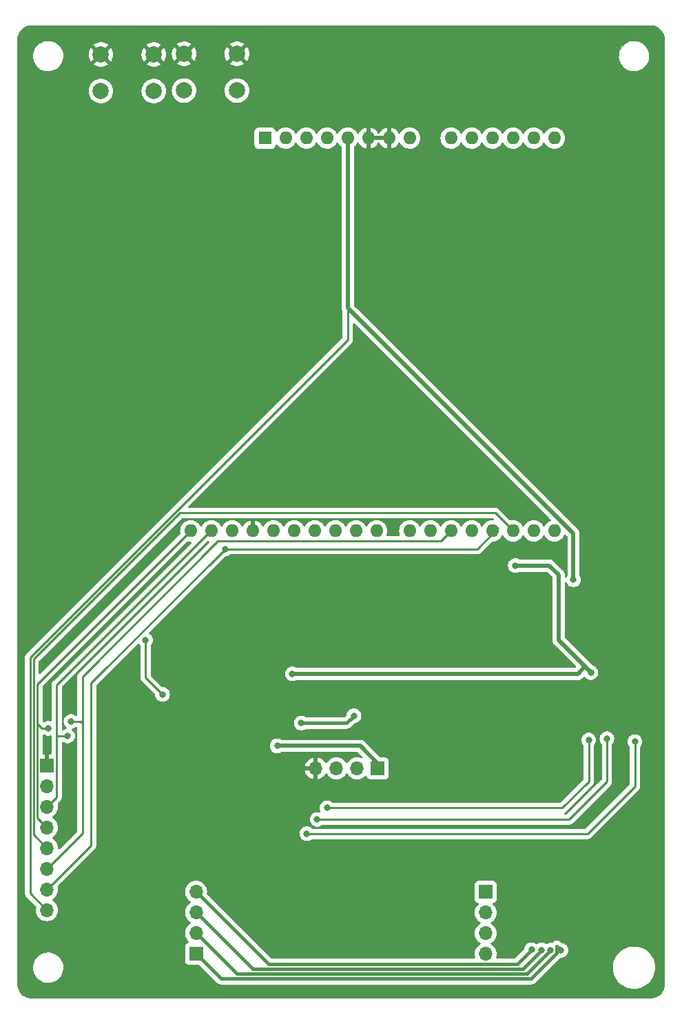
<source format=gbl>
%TF.GenerationSoftware,KiCad,Pcbnew,(7.0.0)*%
%TF.CreationDate,2023-04-22T11:09:59+02:00*%
%TF.ProjectId,PCB KiCad,50434220-4b69-4436-9164-2e6b69636164,rev?*%
%TF.SameCoordinates,Original*%
%TF.FileFunction,Copper,L2,Bot*%
%TF.FilePolarity,Positive*%
%FSLAX46Y46*%
G04 Gerber Fmt 4.6, Leading zero omitted, Abs format (unit mm)*
G04 Created by KiCad (PCBNEW (7.0.0)) date 2023-04-22 11:09:59*
%MOMM*%
%LPD*%
G01*
G04 APERTURE LIST*
%TA.AperFunction,ComponentPad*%
%ADD10R,1.700000X1.700000*%
%TD*%
%TA.AperFunction,ComponentPad*%
%ADD11O,1.700000X1.700000*%
%TD*%
%TA.AperFunction,ComponentPad*%
%ADD12R,1.600000X1.600000*%
%TD*%
%TA.AperFunction,ComponentPad*%
%ADD13O,1.600000X1.600000*%
%TD*%
%TA.AperFunction,ComponentPad*%
%ADD14C,2.000000*%
%TD*%
%TA.AperFunction,ViaPad*%
%ADD15C,0.800000*%
%TD*%
%TA.AperFunction,Conductor*%
%ADD16C,0.500000*%
%TD*%
%TA.AperFunction,Conductor*%
%ADD17C,0.250000*%
%TD*%
%TA.AperFunction,Conductor*%
%ADD18C,0.254000*%
%TD*%
%TA.AperFunction,Conductor*%
%ADD19C,0.400000*%
%TD*%
G04 APERTURE END LIST*
D10*
%TO.P,J3,1,Pin_1*%
%TO.N,LED1*%
X100767757Y-134692235D03*
D11*
%TO.P,J3,2,Pin_2*%
%TO.N,LED2*%
X100767757Y-137232235D03*
%TO.P,J3,3,Pin_3*%
%TO.N,LED3*%
X100767757Y-139772235D03*
%TO.P,J3,4,Pin_4*%
%TO.N,LED4*%
X100767757Y-142312235D03*
%TD*%
D12*
%TO.P,A1,1,NC*%
%TO.N,unconnected-(A1-NC-Pad1)*%
X73654999Y-42069999D03*
D13*
%TO.P,A1,2,IOREF*%
%TO.N,unconnected-(A1-IOREF-Pad2)*%
X76194999Y-42069999D03*
%TO.P,A1,3,~{RESET}*%
%TO.N,MCU_RESET*%
X78734999Y-42069999D03*
%TO.P,A1,4,3V3*%
%TO.N,unconnected-(A1-3V3-Pad4)*%
X81274999Y-42069999D03*
%TO.P,A1,5,+5V*%
%TO.N,5v_RAW*%
X83814999Y-42069999D03*
%TO.P,A1,6,GND*%
%TO.N,GND*%
X86354999Y-42069999D03*
%TO.P,A1,7,GND*%
X88894999Y-42069999D03*
%TO.P,A1,8,VIN*%
%TO.N,unconnected-(A1-VIN-Pad8)*%
X91434999Y-42069999D03*
%TO.P,A1,9,A0*%
%TO.N,unconnected-(A1-A0-Pad9)*%
X96514999Y-42069999D03*
%TO.P,A1,10,A1*%
%TO.N,unconnected-(A1-A1-Pad10)*%
X99054999Y-42069999D03*
%TO.P,A1,11,A2*%
%TO.N,unconnected-(A1-A2-Pad11)*%
X101594999Y-42069999D03*
%TO.P,A1,12,A3*%
%TO.N,unconnected-(A1-A3-Pad12)*%
X104134999Y-42069999D03*
%TO.P,A1,13,SDA/A4*%
%TO.N,unconnected-(A1-SDA{slash}A4-Pad13)*%
X106674999Y-42069999D03*
%TO.P,A1,14,SCL/A5*%
%TO.N,unconnected-(A1-SCL{slash}A5-Pad14)*%
X109214999Y-42069999D03*
%TO.P,A1,15,D0/RX*%
%TO.N,unconnected-(A1-D0{slash}RX-Pad15)*%
X109214999Y-90329999D03*
%TO.P,A1,16,D1/TX*%
%TO.N,unconnected-(A1-D1{slash}TX-Pad16)*%
X106674999Y-90329999D03*
%TO.P,A1,17,D2*%
%TO.N,LED_RESET*%
X104134999Y-90329999D03*
%TO.P,A1,18,D3*%
%TO.N,TRIGGER*%
X101594999Y-90329999D03*
%TO.P,A1,19,D4*%
%TO.N,LED_BLUE*%
X99054999Y-90329999D03*
%TO.P,A1,20,D5*%
%TO.N,DRDY_INT*%
X96514999Y-90329999D03*
%TO.P,A1,21,D6*%
%TO.N,unconnected-(A1-D6-Pad21)*%
X93974999Y-90329999D03*
%TO.P,A1,22,D7*%
%TO.N,unconnected-(A1-D7-Pad22)*%
X91434999Y-90329999D03*
%TO.P,A1,23,D8*%
%TO.N,unconnected-(A1-D8-Pad23)*%
X87374999Y-90329999D03*
%TO.P,A1,24,D9*%
%TO.N,unconnected-(A1-D9-Pad24)*%
X84834999Y-90329999D03*
%TO.P,A1,25,D10*%
%TO.N,unconnected-(A1-D10-Pad25)*%
X82294999Y-90329999D03*
%TO.P,A1,26,D11*%
%TO.N,unconnected-(A1-D11-Pad26)*%
X79754999Y-90329999D03*
%TO.P,A1,27,D12*%
%TO.N,unconnected-(A1-D12-Pad27)*%
X77214999Y-90329999D03*
%TO.P,A1,28,D13*%
%TO.N,unconnected-(A1-D13-Pad28)*%
X74674999Y-90329999D03*
%TO.P,A1,29,GND*%
%TO.N,GND*%
X72134999Y-90329999D03*
%TO.P,A1,30,AREF*%
%TO.N,unconnected-(A1-AREF-Pad30)*%
X69594999Y-90329999D03*
%TO.P,A1,31,SDA/A4*%
%TO.N,SDA*%
X67054999Y-90329999D03*
%TO.P,A1,32,SCL/A5*%
%TO.N,SCL*%
X64514999Y-90329999D03*
%TD*%
D10*
%TO.P,J5,1,Pin_1*%
%TO.N,3.3v*%
X87499999Y-119499999D03*
D11*
%TO.P,J5,2,Pin_2*%
%TO.N,/Sensor/A+*%
X84959999Y-119499999D03*
%TO.P,J5,3,Pin_3*%
%TO.N,/Sensor/A-*%
X82419999Y-119499999D03*
%TO.P,J5,4,Pin_4*%
%TO.N,GND*%
X79879999Y-119499999D03*
%TD*%
D14*
%TO.P,SW2,1,1*%
%TO.N,GND*%
X53475000Y-31800000D03*
X59975000Y-31800000D03*
%TO.P,SW2,2,2*%
%TO.N,TRIGGER*%
X53475000Y-36300000D03*
X59975000Y-36300000D03*
%TD*%
D10*
%TO.P,J1,1,Pin_1*%
%TO.N,GND*%
X46849999Y-119149999D03*
D11*
%TO.P,J1,2,Pin_2*%
%TO.N,3.3v*%
X46849999Y-121689999D03*
%TO.P,J1,3,Pin_3*%
%TO.N,SDA*%
X46849999Y-124229999D03*
%TO.P,J1,4,Pin_4*%
%TO.N,SCL*%
X46849999Y-126769999D03*
%TO.P,J1,5,Pin_5*%
%TO.N,LED_RESET*%
X46849999Y-129309999D03*
%TO.P,J1,6,Pin_6*%
%TO.N,DRDY_INT*%
X46849999Y-131849999D03*
%TO.P,J1,7,Pin_7*%
%TO.N,TRIGGER*%
X46849999Y-134389999D03*
%TO.P,J1,8,Pin_8*%
%TO.N,5v_RAW*%
X46849999Y-136929999D03*
%TD*%
D10*
%TO.P,J4,1,Pin_1*%
%TO.N,LED5*%
X65167757Y-142292235D03*
D11*
%TO.P,J4,2,Pin_2*%
%TO.N,LED6*%
X65167757Y-139752235D03*
%TO.P,J4,3,Pin_3*%
%TO.N,LED7*%
X65167757Y-137212235D03*
%TO.P,J4,4,Pin_4*%
%TO.N,LED8*%
X65167757Y-134672235D03*
%TD*%
D14*
%TO.P,SW1,1,1*%
%TO.N,GND*%
X63700000Y-31725000D03*
X70200000Y-31725000D03*
%TO.P,SW1,2,2*%
%TO.N,MCU_RESET*%
X63700000Y-36225000D03*
X70200000Y-36225000D03*
%TD*%
D15*
%TO.N,5v_RAW*%
X111560000Y-96340000D03*
%TO.N,GND*%
X49780000Y-118410000D03*
X81550000Y-35800000D03*
X103100000Y-99430000D03*
X104720000Y-87450000D03*
X70340000Y-85430000D03*
X61000000Y-106660000D03*
X84720000Y-110140000D03*
X73400000Y-129240000D03*
X94500000Y-33360000D03*
X81060000Y-134410000D03*
X88470000Y-109130000D03*
X115900000Y-97830000D03*
X65750000Y-86770000D03*
X97010000Y-130160000D03*
X88370000Y-104870000D03*
X103860000Y-130400000D03*
X91130000Y-37400000D03*
X102760000Y-138430000D03*
X60820000Y-92260000D03*
X46920000Y-111070000D03*
X67230000Y-31750000D03*
X92820000Y-29990000D03*
X53480000Y-116760000D03*
X80940000Y-129160000D03*
X121120000Y-103720000D03*
X77830000Y-141530000D03*
X79240000Y-122300000D03*
X109800000Y-135160000D03*
X69820000Y-76330000D03*
X49520000Y-103410000D03*
X117410000Y-116030000D03*
X83140000Y-146870000D03*
X61140000Y-112690000D03*
X101390000Y-29690000D03*
X112820000Y-103300000D03*
X110050000Y-93810000D03*
X46920000Y-100600000D03*
X114700000Y-36320000D03*
X120190000Y-129940000D03*
X46810000Y-106330000D03*
X102820000Y-92260000D03*
X120110000Y-138090000D03*
X85510000Y-69020000D03*
X92970000Y-138090000D03*
X101330000Y-38140000D03*
X85990000Y-134540000D03*
X49390000Y-110380000D03*
X109260000Y-130310000D03*
X108350000Y-38310000D03*
X112010000Y-145280000D03*
X65560000Y-130590000D03*
X65830000Y-72360000D03*
X113100000Y-90950000D03*
X113380000Y-95790000D03*
X109980000Y-86150000D03*
X80610000Y-64370000D03*
X71530000Y-107540000D03*
X64690000Y-146450000D03*
X49630000Y-122970000D03*
X102850000Y-105340000D03*
X107000000Y-98660000D03*
X73210000Y-137510000D03*
X107830000Y-105360000D03*
X92940000Y-142200000D03*
X49410000Y-99210000D03*
X83660000Y-139280000D03*
%TO.N,LED_RESET*%
X119110000Y-116230000D03*
X78780000Y-127530000D03*
%TO.N,TRIGGER*%
X68740000Y-92560000D03*
%TO.N,+2V5*%
X113700000Y-107740000D03*
X77000000Y-107900000D03*
X104420000Y-94590000D03*
%TO.N,3.3v*%
X75160000Y-116750000D03*
%TO.N,LED5*%
X110025000Y-141875000D03*
%TO.N,LED6*%
X108725000Y-141850000D03*
%TO.N,LED7*%
X107650000Y-141825000D03*
%TO.N,Net-(JP2-C)*%
X84575000Y-113050000D03*
X78100000Y-113950000D03*
%TO.N,DRDY_INT*%
X49810000Y-113740000D03*
%TO.N,SDA*%
X81270000Y-124370000D03*
X113440000Y-116050000D03*
X49380000Y-115540000D03*
%TO.N,SCL*%
X80060000Y-125790000D03*
X115670000Y-115870000D03*
X47000000Y-114590000D03*
%TO.N,LED8*%
X106400000Y-141800000D03*
%TO.N,Net-(JP1-C)*%
X61050000Y-110425000D03*
X58975000Y-103750000D03*
%TD*%
D16*
%TO.N,5v_RAW*%
X111560000Y-90680000D02*
X83815000Y-62935000D01*
D17*
X44767000Y-134847000D02*
X44767000Y-105883000D01*
X46850000Y-136930000D02*
X44767000Y-134847000D01*
D16*
X111560000Y-96340000D02*
X111560000Y-90680000D01*
X83815000Y-62935000D02*
X83815000Y-42070000D01*
D17*
X44767000Y-105883000D02*
X83815000Y-66835000D01*
X83815000Y-66835000D02*
X83815000Y-42070000D01*
D18*
%TO.N,LED_RESET*%
X45219000Y-127679000D02*
X45219000Y-106081000D01*
X63170000Y-88130000D02*
X101935000Y-88130000D01*
X101935000Y-88130000D02*
X104135000Y-90330000D01*
X46850000Y-129310000D02*
X45219000Y-127679000D01*
X78820000Y-127570000D02*
X113270000Y-127570000D01*
X119120000Y-116240000D02*
X119110000Y-116230000D01*
X113270000Y-127570000D02*
X119120000Y-121720000D01*
X78780000Y-127530000D02*
X78820000Y-127570000D01*
X119120000Y-121720000D02*
X119120000Y-116240000D01*
X45219000Y-106081000D02*
X63170000Y-88130000D01*
%TO.N,TRIGGER*%
X52270000Y-109030000D02*
X68740000Y-92560000D01*
X99740000Y-92560000D02*
X68740000Y-92560000D01*
X46850000Y-134390000D02*
X52270000Y-128970000D01*
X102325000Y-89975000D02*
X99740000Y-92560000D01*
X52270000Y-128970000D02*
X52270000Y-109030000D01*
D16*
%TO.N,+2V5*%
X109730000Y-103770000D02*
X112975000Y-107015000D01*
X104420000Y-94590000D02*
X108590000Y-94590000D01*
X77000000Y-107900000D02*
X112090000Y-107900000D01*
X112090000Y-107900000D02*
X112975000Y-107015000D01*
X112975000Y-107015000D02*
X113700000Y-107740000D01*
X109730000Y-95730000D02*
X109730000Y-103770000D01*
X108590000Y-94590000D02*
X109730000Y-95730000D01*
%TO.N,3.3v*%
X75160000Y-116750000D02*
X85345522Y-116750000D01*
X87500000Y-118904478D02*
X87500000Y-119500000D01*
X85345522Y-116750000D02*
X87500000Y-118904478D01*
D19*
%TO.N,LED5*%
X109525000Y-142181371D02*
X106344135Y-145362236D01*
X106344135Y-145362236D02*
X68237758Y-145362236D01*
X110025000Y-141875000D02*
X109525000Y-141375000D01*
X109525000Y-141375000D02*
X109525000Y-142181371D01*
X68237758Y-145362236D02*
X65167758Y-142292236D01*
%TO.N,LED6*%
X105844135Y-144762236D02*
X70177758Y-144762236D01*
X108725000Y-141881371D02*
X105844135Y-144762236D01*
X70177758Y-144762236D02*
X65167758Y-139752236D01*
X108725000Y-141850000D02*
X108725000Y-141881371D01*
%TO.N,LED7*%
X105312764Y-144162236D02*
X72117758Y-144162236D01*
X72117758Y-144162236D02*
X65167758Y-137212236D01*
X107650000Y-141825000D02*
X105312764Y-144162236D01*
%TO.N,Net-(JP2-C)*%
X84575000Y-113050000D02*
X83675000Y-113950000D01*
X83675000Y-113950000D02*
X78100000Y-113950000D01*
D17*
%TO.N,DRDY_INT*%
X95245000Y-91600000D02*
X96515000Y-90330000D01*
X51210000Y-113970000D02*
X51210000Y-108240000D01*
X51210000Y-108240000D02*
X67850000Y-91600000D01*
X67850000Y-91600000D02*
X95245000Y-91600000D01*
D18*
X50980000Y-113740000D02*
X51210000Y-113970000D01*
D17*
X46850000Y-131850000D02*
X51210000Y-127490000D01*
D18*
X49810000Y-113740000D02*
X50980000Y-113740000D01*
D17*
X51210000Y-127490000D02*
X51210000Y-113970000D01*
D18*
%TO.N,SDA*%
X49380000Y-115540000D02*
X48117000Y-115540000D01*
X66980000Y-90330000D02*
X67055000Y-90330000D01*
X46850000Y-124230000D02*
X48027000Y-123053000D01*
X48027000Y-115630000D02*
X48027000Y-109283000D01*
X113440000Y-121110000D02*
X113440000Y-116050000D01*
X48117000Y-115540000D02*
X48027000Y-115630000D01*
X48027000Y-123053000D02*
X48027000Y-115630000D01*
X81270000Y-124370000D02*
X110180000Y-124370000D01*
X48027000Y-109283000D02*
X66980000Y-90330000D01*
X113270000Y-121280000D02*
X113440000Y-121110000D01*
X110180000Y-124370000D02*
X113270000Y-121280000D01*
%TO.N,SCL*%
X47000000Y-114590000D02*
X46273000Y-114590000D01*
X45673000Y-125593000D02*
X45673000Y-113990000D01*
X46273000Y-114590000D02*
X45673000Y-113990000D01*
X46850000Y-126770000D02*
X45673000Y-125593000D01*
X45673000Y-113990000D02*
X45673000Y-109172000D01*
X45673000Y-109172000D02*
X64515000Y-90330000D01*
X115670000Y-121140000D02*
X115670000Y-115870000D01*
X80060000Y-125790000D02*
X111020000Y-125790000D01*
X111020000Y-125790000D02*
X115670000Y-121140000D01*
D19*
%TO.N,LED8*%
X106400000Y-141800000D02*
X104637764Y-143562236D01*
X104637764Y-143562236D02*
X74057758Y-143562236D01*
X74057758Y-143562236D02*
X65167758Y-134672236D01*
D18*
%TO.N,Net-(JP1-C)*%
X58975000Y-103750000D02*
X58975000Y-108350000D01*
X58975000Y-108350000D02*
X61050000Y-110425000D01*
%TD*%
%TA.AperFunction,Conductor*%
%TO.N,GND*%
G36*
X50516795Y-114423250D02*
G01*
X50566227Y-114468945D01*
X50584500Y-114533735D01*
X50584500Y-127179547D01*
X50575061Y-127227000D01*
X50548181Y-127267228D01*
X48416868Y-129398540D01*
X48367505Y-129428790D01*
X48309789Y-129433332D01*
X48256302Y-129411177D01*
X48218702Y-129367154D01*
X48205477Y-129312070D01*
X48205659Y-129310000D01*
X48185063Y-129074592D01*
X48123903Y-128846337D01*
X48024035Y-128632171D01*
X47888495Y-128438599D01*
X47721401Y-128271505D01*
X47716968Y-128268401D01*
X47716961Y-128268395D01*
X47535842Y-128141575D01*
X47496976Y-128097257D01*
X47482965Y-128040000D01*
X47496976Y-127982743D01*
X47535842Y-127938425D01*
X47716961Y-127811604D01*
X47716961Y-127811603D01*
X47721401Y-127808495D01*
X47888495Y-127641401D01*
X48024035Y-127447830D01*
X48123903Y-127233663D01*
X48185063Y-127005408D01*
X48205659Y-126770000D01*
X48185063Y-126534592D01*
X48126238Y-126315052D01*
X48125305Y-126311569D01*
X48125304Y-126311567D01*
X48123903Y-126306337D01*
X48024035Y-126092171D01*
X47888495Y-125898599D01*
X47721401Y-125731505D01*
X47716968Y-125728401D01*
X47716961Y-125728395D01*
X47535842Y-125601575D01*
X47496976Y-125557257D01*
X47482965Y-125500000D01*
X47496976Y-125442743D01*
X47535842Y-125398425D01*
X47716961Y-125271604D01*
X47716961Y-125271603D01*
X47721401Y-125268495D01*
X47888495Y-125101401D01*
X48024035Y-124907830D01*
X48123903Y-124693663D01*
X48185063Y-124465408D01*
X48205659Y-124230000D01*
X48185063Y-123994592D01*
X48158741Y-123896357D01*
X48158741Y-123832169D01*
X48190833Y-123776584D01*
X48415534Y-123551883D01*
X48423748Y-123544409D01*
X48430162Y-123540340D01*
X48476385Y-123491116D01*
X48479001Y-123488416D01*
X48498623Y-123468796D01*
X48501086Y-123465619D01*
X48508684Y-123456720D01*
X48538693Y-123424767D01*
X48548392Y-123407122D01*
X48559071Y-123390864D01*
X48571408Y-123374962D01*
X48588817Y-123334728D01*
X48593947Y-123324257D01*
X48615072Y-123285834D01*
X48620081Y-123266322D01*
X48626377Y-123247935D01*
X48634373Y-123229459D01*
X48641229Y-123186164D01*
X48643596Y-123174737D01*
X48654500Y-123132272D01*
X48654500Y-123112135D01*
X48656027Y-123092738D01*
X48656385Y-123090470D01*
X48659174Y-123072867D01*
X48655049Y-123029238D01*
X48654500Y-123017570D01*
X48654500Y-116369336D01*
X48672773Y-116304546D01*
X48722205Y-116258851D01*
X48788228Y-116245718D01*
X48851383Y-116269016D01*
X48927270Y-116324151D01*
X49100197Y-116401144D01*
X49285354Y-116440500D01*
X49468143Y-116440500D01*
X49474646Y-116440500D01*
X49659803Y-116401144D01*
X49832730Y-116324151D01*
X49985871Y-116212888D01*
X50112533Y-116072216D01*
X50207179Y-115908284D01*
X50265674Y-115728256D01*
X50285460Y-115540000D01*
X50267939Y-115373290D01*
X50266353Y-115358204D01*
X50266352Y-115358203D01*
X50265674Y-115351744D01*
X50207179Y-115171716D01*
X50112533Y-115007784D01*
X49985871Y-114867112D01*
X49951493Y-114842135D01*
X49914492Y-114799267D01*
X49900408Y-114744415D01*
X49912183Y-114689022D01*
X49947359Y-114644640D01*
X49998595Y-114620530D01*
X50089803Y-114601144D01*
X50262730Y-114524151D01*
X50387615Y-114433416D01*
X50450771Y-114410117D01*
X50516795Y-114423250D01*
G37*
%TD.AperFunction*%
%TA.AperFunction,Conductor*%
G36*
X46497383Y-115337906D02*
G01*
X46547270Y-115374151D01*
X46720197Y-115451144D01*
X46905354Y-115490500D01*
X47088143Y-115490500D01*
X47094646Y-115490500D01*
X47248413Y-115457816D01*
X47307849Y-115459761D01*
X47359546Y-115489157D01*
X47391610Y-115539241D01*
X47396668Y-115598495D01*
X47396045Y-115602424D01*
X47396044Y-115602431D01*
X47394825Y-115610133D01*
X47395559Y-115617898D01*
X47395559Y-115617900D01*
X47398950Y-115653769D01*
X47399500Y-115665439D01*
X47399500Y-117676000D01*
X47382887Y-117738000D01*
X47337500Y-117783387D01*
X47275500Y-117800000D01*
X47116326Y-117800000D01*
X47103450Y-117803450D01*
X47100000Y-117816326D01*
X47100000Y-119276000D01*
X47083387Y-119338000D01*
X47038000Y-119383387D01*
X46976000Y-119400000D01*
X46724000Y-119400000D01*
X46662000Y-119383387D01*
X46616613Y-119338000D01*
X46600000Y-119276000D01*
X46600000Y-117816326D01*
X46596549Y-117803450D01*
X46583674Y-117800000D01*
X46424500Y-117800000D01*
X46362500Y-117783387D01*
X46317113Y-117738000D01*
X46300500Y-117676000D01*
X46300500Y-115438226D01*
X46318772Y-115373436D01*
X46368205Y-115327741D01*
X46434228Y-115314608D01*
X46497383Y-115337906D01*
G37*
%TD.AperFunction*%
%TA.AperFunction,Conductor*%
G36*
X66703034Y-91582068D02*
G01*
X66716651Y-91585717D01*
X66772238Y-91617811D01*
X66804330Y-91673399D01*
X66804330Y-91737585D01*
X66772236Y-91793172D01*
X50822696Y-107742711D01*
X50814511Y-107750159D01*
X50808123Y-107754214D01*
X50802788Y-107759894D01*
X50802783Y-107759899D01*
X50762096Y-107803225D01*
X50759392Y-107806016D01*
X50742628Y-107822780D01*
X50742621Y-107822787D01*
X50739880Y-107825529D01*
X50737500Y-107828596D01*
X50737489Y-107828609D01*
X50737400Y-107828725D01*
X50729842Y-107837570D01*
X50705280Y-107863727D01*
X50705273Y-107863736D01*
X50699938Y-107869418D01*
X50696182Y-107876249D01*
X50696179Y-107876254D01*
X50690285Y-107886975D01*
X50679609Y-107903227D01*
X50672109Y-107912896D01*
X50672101Y-107912907D01*
X50667327Y-107919064D01*
X50664234Y-107926208D01*
X50664229Y-107926219D01*
X50649974Y-107959160D01*
X50644838Y-107969643D01*
X50623803Y-108007908D01*
X50621864Y-108015456D01*
X50621863Y-108015461D01*
X50618822Y-108027307D01*
X50612521Y-108045711D01*
X50607658Y-108056948D01*
X50607656Y-108056952D01*
X50604562Y-108064104D01*
X50603342Y-108071803D01*
X50603342Y-108071805D01*
X50597729Y-108107241D01*
X50595361Y-108118676D01*
X50586438Y-108153428D01*
X50586436Y-108153436D01*
X50584500Y-108160981D01*
X50584500Y-108168777D01*
X50584500Y-108181017D01*
X50582974Y-108200402D01*
X50579840Y-108220196D01*
X50580574Y-108227961D01*
X50580574Y-108227964D01*
X50583950Y-108263676D01*
X50584500Y-108275345D01*
X50584500Y-112946265D01*
X50566227Y-113011055D01*
X50516795Y-113056750D01*
X50450771Y-113069883D01*
X50387615Y-113046583D01*
X50267988Y-112959669D01*
X50267987Y-112959668D01*
X50262730Y-112955849D01*
X50256792Y-112953205D01*
X50095745Y-112881501D01*
X50095740Y-112881499D01*
X50089803Y-112878856D01*
X50083444Y-112877504D01*
X50083440Y-112877503D01*
X49911008Y-112840852D01*
X49911005Y-112840851D01*
X49904646Y-112839500D01*
X49715354Y-112839500D01*
X49708995Y-112840851D01*
X49708991Y-112840852D01*
X49536559Y-112877503D01*
X49536552Y-112877505D01*
X49530197Y-112878856D01*
X49524262Y-112881498D01*
X49524254Y-112881501D01*
X49363207Y-112953205D01*
X49363202Y-112953207D01*
X49357270Y-112955849D01*
X49352016Y-112959665D01*
X49352011Y-112959669D01*
X49209388Y-113063290D01*
X49209381Y-113063295D01*
X49204129Y-113067112D01*
X49199784Y-113071937D01*
X49199779Y-113071942D01*
X49081813Y-113202956D01*
X49081808Y-113202962D01*
X49077467Y-113207784D01*
X49074222Y-113213404D01*
X49074218Y-113213410D01*
X48986069Y-113366089D01*
X48986066Y-113366094D01*
X48982821Y-113371716D01*
X48980815Y-113377888D01*
X48980813Y-113377894D01*
X48926333Y-113545564D01*
X48926331Y-113545573D01*
X48924326Y-113551744D01*
X48923648Y-113558194D01*
X48923646Y-113558204D01*
X48906383Y-113722462D01*
X48904540Y-113740000D01*
X48905219Y-113746460D01*
X48923646Y-113921795D01*
X48923647Y-113921803D01*
X48924326Y-113928256D01*
X48926331Y-113934428D01*
X48926333Y-113934435D01*
X48940386Y-113977684D01*
X48982821Y-114108284D01*
X49077467Y-114272216D01*
X49081811Y-114277041D01*
X49081813Y-114277043D01*
X49163261Y-114367500D01*
X49204129Y-114412888D01*
X49209387Y-114416708D01*
X49209388Y-114416709D01*
X49238503Y-114437862D01*
X49275507Y-114480731D01*
X49289591Y-114535583D01*
X49277817Y-114590976D01*
X49242641Y-114635358D01*
X49191400Y-114659470D01*
X49106557Y-114677504D01*
X49106555Y-114677504D01*
X49100197Y-114678856D01*
X49094262Y-114681498D01*
X49094254Y-114681501D01*
X48933207Y-114753205D01*
X48933202Y-114753207D01*
X48927270Y-114755849D01*
X48922020Y-114759663D01*
X48922017Y-114759665D01*
X48900286Y-114775454D01*
X48851383Y-114810983D01*
X48788228Y-114834282D01*
X48722205Y-114821149D01*
X48672773Y-114775454D01*
X48654500Y-114710664D01*
X48654500Y-109594281D01*
X48663939Y-109546828D01*
X48690819Y-109506600D01*
X55420802Y-102776617D01*
X66583259Y-91614159D01*
X66638846Y-91582067D01*
X66703034Y-91582068D01*
G37*
%TD.AperFunction*%
%TA.AperFunction,Conductor*%
G36*
X64288308Y-91615635D02*
G01*
X64500313Y-91634183D01*
X64564992Y-91659335D01*
X64606028Y-91715300D01*
X64610567Y-91784550D01*
X64577187Y-91845392D01*
X47638479Y-108784100D01*
X47630243Y-108791594D01*
X47623838Y-108795660D01*
X47618505Y-108801337D01*
X47618501Y-108801342D01*
X47577645Y-108844848D01*
X47574941Y-108847639D01*
X47555377Y-108867204D01*
X47553003Y-108870264D01*
X47552984Y-108870286D01*
X47552879Y-108870423D01*
X47545317Y-108879273D01*
X47520647Y-108905544D01*
X47520639Y-108905554D01*
X47515307Y-108911233D01*
X47511555Y-108918056D01*
X47511548Y-108918067D01*
X47505606Y-108928877D01*
X47494928Y-108945133D01*
X47487373Y-108954873D01*
X47487369Y-108954878D01*
X47482592Y-108961038D01*
X47479498Y-108968187D01*
X47479496Y-108968191D01*
X47465185Y-109001263D01*
X47460047Y-109011750D01*
X47438928Y-109050166D01*
X47436991Y-109057709D01*
X47436986Y-109057722D01*
X47433919Y-109069670D01*
X47427620Y-109088067D01*
X47419626Y-109106542D01*
X47418406Y-109114242D01*
X47418405Y-109114247D01*
X47412769Y-109149831D01*
X47410401Y-109161266D01*
X47401438Y-109196174D01*
X47401436Y-109196185D01*
X47399500Y-109203728D01*
X47399500Y-109211524D01*
X47399500Y-109223859D01*
X47397972Y-109243257D01*
X47394825Y-109263133D01*
X47395559Y-109270898D01*
X47395559Y-109270900D01*
X47398950Y-109306769D01*
X47399500Y-109318439D01*
X47399500Y-113601172D01*
X47387421Y-113654555D01*
X47353536Y-113697538D01*
X47304447Y-113721746D01*
X47249721Y-113722461D01*
X47153764Y-113702065D01*
X47101008Y-113690852D01*
X47101005Y-113690851D01*
X47094646Y-113689500D01*
X46905354Y-113689500D01*
X46898995Y-113690851D01*
X46898991Y-113690852D01*
X46726559Y-113727503D01*
X46726552Y-113727505D01*
X46720197Y-113728856D01*
X46714262Y-113731498D01*
X46714254Y-113731501D01*
X46553210Y-113803204D01*
X46553207Y-113803205D01*
X46547270Y-113805849D01*
X46542013Y-113809667D01*
X46542010Y-113809670D01*
X46533905Y-113815559D01*
X46480418Y-113837714D01*
X46422702Y-113833171D01*
X46373340Y-113802921D01*
X46336819Y-113766400D01*
X46309939Y-113726172D01*
X46300500Y-113678719D01*
X46300500Y-109483281D01*
X46309939Y-109435828D01*
X46336819Y-109395600D01*
X50346708Y-105385711D01*
X64102409Y-91630008D01*
X64157995Y-91597916D01*
X64222181Y-91597916D01*
X64288308Y-91615635D01*
G37*
%TD.AperFunction*%
%TA.AperFunction,Conductor*%
G36*
X101671172Y-88766939D02*
G01*
X101711400Y-88793819D01*
X101734491Y-88816910D01*
X101765392Y-88868337D01*
X101768532Y-88928251D01*
X101743176Y-88982626D01*
X101695261Y-89018733D01*
X101636004Y-89028119D01*
X101600396Y-89025004D01*
X101600395Y-89025004D01*
X101595000Y-89024532D01*
X101589605Y-89025004D01*
X101373698Y-89043893D01*
X101373693Y-89043893D01*
X101368308Y-89044365D01*
X101363094Y-89045762D01*
X101363083Y-89045764D01*
X101153736Y-89101858D01*
X101153724Y-89101862D01*
X101148504Y-89103261D01*
X101143599Y-89105547D01*
X101143594Y-89105550D01*
X100947176Y-89197142D01*
X100947172Y-89197144D01*
X100942266Y-89199432D01*
X100937833Y-89202535D01*
X100937826Y-89202540D01*
X100760296Y-89326847D01*
X100760291Y-89326850D01*
X100755861Y-89329953D01*
X100752037Y-89333776D01*
X100752031Y-89333782D01*
X100598782Y-89487031D01*
X100598776Y-89487037D01*
X100594953Y-89490861D01*
X100591850Y-89495291D01*
X100591847Y-89495296D01*
X100467540Y-89672826D01*
X100467535Y-89672833D01*
X100464432Y-89677266D01*
X100462148Y-89682163D01*
X100462141Y-89682176D01*
X100437382Y-89735274D01*
X100391625Y-89787450D01*
X100325000Y-89806869D01*
X100258375Y-89787450D01*
X100212618Y-89735274D01*
X100187858Y-89682176D01*
X100187855Y-89682172D01*
X100185568Y-89677266D01*
X100055047Y-89490861D01*
X99894139Y-89329953D01*
X99707734Y-89199432D01*
X99501496Y-89103261D01*
X99496271Y-89101861D01*
X99496263Y-89101858D01*
X99286916Y-89045764D01*
X99286907Y-89045762D01*
X99281692Y-89044365D01*
X99276304Y-89043893D01*
X99276301Y-89043893D01*
X99060395Y-89025004D01*
X99055000Y-89024532D01*
X99049605Y-89025004D01*
X98833698Y-89043893D01*
X98833693Y-89043893D01*
X98828308Y-89044365D01*
X98823094Y-89045762D01*
X98823083Y-89045764D01*
X98613736Y-89101858D01*
X98613724Y-89101862D01*
X98608504Y-89103261D01*
X98603599Y-89105547D01*
X98603594Y-89105550D01*
X98407176Y-89197142D01*
X98407172Y-89197144D01*
X98402266Y-89199432D01*
X98397833Y-89202535D01*
X98397826Y-89202540D01*
X98220296Y-89326847D01*
X98220291Y-89326850D01*
X98215861Y-89329953D01*
X98212037Y-89333776D01*
X98212031Y-89333782D01*
X98058782Y-89487031D01*
X98058776Y-89487037D01*
X98054953Y-89490861D01*
X98051850Y-89495291D01*
X98051847Y-89495296D01*
X97927540Y-89672826D01*
X97927535Y-89672833D01*
X97924432Y-89677266D01*
X97922148Y-89682163D01*
X97922141Y-89682176D01*
X97897382Y-89735274D01*
X97851625Y-89787450D01*
X97785000Y-89806869D01*
X97718375Y-89787450D01*
X97672618Y-89735274D01*
X97647858Y-89682176D01*
X97647855Y-89682172D01*
X97645568Y-89677266D01*
X97515047Y-89490861D01*
X97354139Y-89329953D01*
X97167734Y-89199432D01*
X96961496Y-89103261D01*
X96956271Y-89101861D01*
X96956263Y-89101858D01*
X96746916Y-89045764D01*
X96746907Y-89045762D01*
X96741692Y-89044365D01*
X96736304Y-89043893D01*
X96736301Y-89043893D01*
X96520395Y-89025004D01*
X96515000Y-89024532D01*
X96509605Y-89025004D01*
X96293698Y-89043893D01*
X96293693Y-89043893D01*
X96288308Y-89044365D01*
X96283094Y-89045762D01*
X96283083Y-89045764D01*
X96073736Y-89101858D01*
X96073724Y-89101862D01*
X96068504Y-89103261D01*
X96063599Y-89105547D01*
X96063594Y-89105550D01*
X95867176Y-89197142D01*
X95867172Y-89197144D01*
X95862266Y-89199432D01*
X95857833Y-89202535D01*
X95857826Y-89202540D01*
X95680296Y-89326847D01*
X95680291Y-89326850D01*
X95675861Y-89329953D01*
X95672037Y-89333776D01*
X95672031Y-89333782D01*
X95518782Y-89487031D01*
X95518776Y-89487037D01*
X95514953Y-89490861D01*
X95511850Y-89495291D01*
X95511847Y-89495296D01*
X95387540Y-89672826D01*
X95387535Y-89672833D01*
X95384432Y-89677266D01*
X95382148Y-89682163D01*
X95382141Y-89682176D01*
X95357382Y-89735274D01*
X95311625Y-89787450D01*
X95245000Y-89806869D01*
X95178375Y-89787450D01*
X95132618Y-89735274D01*
X95107858Y-89682176D01*
X95107855Y-89682172D01*
X95105568Y-89677266D01*
X94975047Y-89490861D01*
X94814139Y-89329953D01*
X94627734Y-89199432D01*
X94421496Y-89103261D01*
X94416271Y-89101861D01*
X94416263Y-89101858D01*
X94206916Y-89045764D01*
X94206907Y-89045762D01*
X94201692Y-89044365D01*
X94196304Y-89043893D01*
X94196301Y-89043893D01*
X93980395Y-89025004D01*
X93975000Y-89024532D01*
X93969605Y-89025004D01*
X93753698Y-89043893D01*
X93753693Y-89043893D01*
X93748308Y-89044365D01*
X93743094Y-89045762D01*
X93743083Y-89045764D01*
X93533736Y-89101858D01*
X93533724Y-89101862D01*
X93528504Y-89103261D01*
X93523599Y-89105547D01*
X93523594Y-89105550D01*
X93327176Y-89197142D01*
X93327172Y-89197144D01*
X93322266Y-89199432D01*
X93317833Y-89202535D01*
X93317826Y-89202540D01*
X93140296Y-89326847D01*
X93140291Y-89326850D01*
X93135861Y-89329953D01*
X93132037Y-89333776D01*
X93132031Y-89333782D01*
X92978782Y-89487031D01*
X92978776Y-89487037D01*
X92974953Y-89490861D01*
X92971850Y-89495291D01*
X92971847Y-89495296D01*
X92847540Y-89672826D01*
X92847535Y-89672833D01*
X92844432Y-89677266D01*
X92842148Y-89682163D01*
X92842141Y-89682176D01*
X92817382Y-89735274D01*
X92771625Y-89787450D01*
X92705000Y-89806869D01*
X92638375Y-89787450D01*
X92592618Y-89735274D01*
X92567858Y-89682176D01*
X92567855Y-89682172D01*
X92565568Y-89677266D01*
X92435047Y-89490861D01*
X92274139Y-89329953D01*
X92087734Y-89199432D01*
X91881496Y-89103261D01*
X91876271Y-89101861D01*
X91876263Y-89101858D01*
X91666916Y-89045764D01*
X91666907Y-89045762D01*
X91661692Y-89044365D01*
X91656304Y-89043893D01*
X91656301Y-89043893D01*
X91440395Y-89025004D01*
X91435000Y-89024532D01*
X91429605Y-89025004D01*
X91213698Y-89043893D01*
X91213693Y-89043893D01*
X91208308Y-89044365D01*
X91203094Y-89045762D01*
X91203083Y-89045764D01*
X90993736Y-89101858D01*
X90993724Y-89101862D01*
X90988504Y-89103261D01*
X90983599Y-89105547D01*
X90983594Y-89105550D01*
X90787176Y-89197142D01*
X90787172Y-89197144D01*
X90782266Y-89199432D01*
X90777833Y-89202535D01*
X90777826Y-89202540D01*
X90600296Y-89326847D01*
X90600291Y-89326850D01*
X90595861Y-89329953D01*
X90592037Y-89333776D01*
X90592031Y-89333782D01*
X90438782Y-89487031D01*
X90438776Y-89487037D01*
X90434953Y-89490861D01*
X90431850Y-89495291D01*
X90431847Y-89495296D01*
X90307540Y-89672826D01*
X90307535Y-89672833D01*
X90304432Y-89677266D01*
X90302144Y-89682172D01*
X90302142Y-89682176D01*
X90210550Y-89878594D01*
X90210547Y-89878599D01*
X90208261Y-89883504D01*
X90206862Y-89888724D01*
X90206858Y-89888736D01*
X90150764Y-90098083D01*
X90150762Y-90098094D01*
X90149365Y-90103308D01*
X90148893Y-90108693D01*
X90148893Y-90108698D01*
X90139913Y-90211344D01*
X90129532Y-90330000D01*
X90130004Y-90335395D01*
X90145867Y-90516717D01*
X90149365Y-90556692D01*
X90150762Y-90561907D01*
X90150764Y-90561916D01*
X90206858Y-90771263D01*
X90206861Y-90771271D01*
X90208261Y-90776496D01*
X90218333Y-90798096D01*
X90229686Y-90858609D01*
X90210532Y-90917125D01*
X90165594Y-90959214D01*
X90105951Y-90974500D01*
X88704049Y-90974500D01*
X88644406Y-90959214D01*
X88599468Y-90917125D01*
X88580314Y-90858609D01*
X88591666Y-90798096D01*
X88601739Y-90776496D01*
X88660635Y-90556692D01*
X88680468Y-90330000D01*
X88660635Y-90103308D01*
X88601739Y-89883504D01*
X88505568Y-89677266D01*
X88375047Y-89490861D01*
X88214139Y-89329953D01*
X88027734Y-89199432D01*
X87821496Y-89103261D01*
X87816271Y-89101861D01*
X87816263Y-89101858D01*
X87606916Y-89045764D01*
X87606907Y-89045762D01*
X87601692Y-89044365D01*
X87596304Y-89043893D01*
X87596301Y-89043893D01*
X87380395Y-89025004D01*
X87375000Y-89024532D01*
X87369605Y-89025004D01*
X87153698Y-89043893D01*
X87153693Y-89043893D01*
X87148308Y-89044365D01*
X87143094Y-89045762D01*
X87143083Y-89045764D01*
X86933736Y-89101858D01*
X86933724Y-89101862D01*
X86928504Y-89103261D01*
X86923599Y-89105547D01*
X86923594Y-89105550D01*
X86727176Y-89197142D01*
X86727172Y-89197144D01*
X86722266Y-89199432D01*
X86717833Y-89202535D01*
X86717826Y-89202540D01*
X86540296Y-89326847D01*
X86540291Y-89326850D01*
X86535861Y-89329953D01*
X86532037Y-89333776D01*
X86532031Y-89333782D01*
X86378782Y-89487031D01*
X86378776Y-89487037D01*
X86374953Y-89490861D01*
X86371850Y-89495291D01*
X86371847Y-89495296D01*
X86247540Y-89672826D01*
X86247535Y-89672833D01*
X86244432Y-89677266D01*
X86242148Y-89682163D01*
X86242141Y-89682176D01*
X86217382Y-89735274D01*
X86171625Y-89787450D01*
X86105000Y-89806869D01*
X86038375Y-89787450D01*
X85992618Y-89735274D01*
X85967858Y-89682176D01*
X85967855Y-89682172D01*
X85965568Y-89677266D01*
X85835047Y-89490861D01*
X85674139Y-89329953D01*
X85487734Y-89199432D01*
X85281496Y-89103261D01*
X85276271Y-89101861D01*
X85276263Y-89101858D01*
X85066916Y-89045764D01*
X85066907Y-89045762D01*
X85061692Y-89044365D01*
X85056304Y-89043893D01*
X85056301Y-89043893D01*
X84840395Y-89025004D01*
X84835000Y-89024532D01*
X84829605Y-89025004D01*
X84613698Y-89043893D01*
X84613693Y-89043893D01*
X84608308Y-89044365D01*
X84603094Y-89045762D01*
X84603083Y-89045764D01*
X84393736Y-89101858D01*
X84393724Y-89101862D01*
X84388504Y-89103261D01*
X84383599Y-89105547D01*
X84383594Y-89105550D01*
X84187176Y-89197142D01*
X84187172Y-89197144D01*
X84182266Y-89199432D01*
X84177833Y-89202535D01*
X84177826Y-89202540D01*
X84000296Y-89326847D01*
X84000291Y-89326850D01*
X83995861Y-89329953D01*
X83992037Y-89333776D01*
X83992031Y-89333782D01*
X83838782Y-89487031D01*
X83838776Y-89487037D01*
X83834953Y-89490861D01*
X83831850Y-89495291D01*
X83831847Y-89495296D01*
X83707540Y-89672826D01*
X83707535Y-89672833D01*
X83704432Y-89677266D01*
X83702148Y-89682163D01*
X83702141Y-89682176D01*
X83677382Y-89735274D01*
X83631625Y-89787450D01*
X83565000Y-89806869D01*
X83498375Y-89787450D01*
X83452618Y-89735274D01*
X83427858Y-89682176D01*
X83427855Y-89682172D01*
X83425568Y-89677266D01*
X83295047Y-89490861D01*
X83134139Y-89329953D01*
X82947734Y-89199432D01*
X82741496Y-89103261D01*
X82736271Y-89101861D01*
X82736263Y-89101858D01*
X82526916Y-89045764D01*
X82526907Y-89045762D01*
X82521692Y-89044365D01*
X82516304Y-89043893D01*
X82516301Y-89043893D01*
X82300395Y-89025004D01*
X82295000Y-89024532D01*
X82289605Y-89025004D01*
X82073698Y-89043893D01*
X82073693Y-89043893D01*
X82068308Y-89044365D01*
X82063094Y-89045762D01*
X82063083Y-89045764D01*
X81853736Y-89101858D01*
X81853724Y-89101862D01*
X81848504Y-89103261D01*
X81843599Y-89105547D01*
X81843594Y-89105550D01*
X81647176Y-89197142D01*
X81647172Y-89197144D01*
X81642266Y-89199432D01*
X81637833Y-89202535D01*
X81637826Y-89202540D01*
X81460296Y-89326847D01*
X81460291Y-89326850D01*
X81455861Y-89329953D01*
X81452037Y-89333776D01*
X81452031Y-89333782D01*
X81298782Y-89487031D01*
X81298776Y-89487037D01*
X81294953Y-89490861D01*
X81291850Y-89495291D01*
X81291847Y-89495296D01*
X81167540Y-89672826D01*
X81167535Y-89672833D01*
X81164432Y-89677266D01*
X81162148Y-89682163D01*
X81162141Y-89682176D01*
X81137382Y-89735274D01*
X81091625Y-89787450D01*
X81025000Y-89806869D01*
X80958375Y-89787450D01*
X80912618Y-89735274D01*
X80887858Y-89682176D01*
X80887855Y-89682172D01*
X80885568Y-89677266D01*
X80755047Y-89490861D01*
X80594139Y-89329953D01*
X80407734Y-89199432D01*
X80201496Y-89103261D01*
X80196271Y-89101861D01*
X80196263Y-89101858D01*
X79986916Y-89045764D01*
X79986907Y-89045762D01*
X79981692Y-89044365D01*
X79976304Y-89043893D01*
X79976301Y-89043893D01*
X79760395Y-89025004D01*
X79755000Y-89024532D01*
X79749605Y-89025004D01*
X79533698Y-89043893D01*
X79533693Y-89043893D01*
X79528308Y-89044365D01*
X79523094Y-89045762D01*
X79523083Y-89045764D01*
X79313736Y-89101858D01*
X79313724Y-89101862D01*
X79308504Y-89103261D01*
X79303599Y-89105547D01*
X79303594Y-89105550D01*
X79107176Y-89197142D01*
X79107172Y-89197144D01*
X79102266Y-89199432D01*
X79097833Y-89202535D01*
X79097826Y-89202540D01*
X78920296Y-89326847D01*
X78920291Y-89326850D01*
X78915861Y-89329953D01*
X78912037Y-89333776D01*
X78912031Y-89333782D01*
X78758782Y-89487031D01*
X78758776Y-89487037D01*
X78754953Y-89490861D01*
X78751850Y-89495291D01*
X78751847Y-89495296D01*
X78627540Y-89672826D01*
X78627535Y-89672833D01*
X78624432Y-89677266D01*
X78622148Y-89682163D01*
X78622141Y-89682176D01*
X78597382Y-89735274D01*
X78551625Y-89787450D01*
X78485000Y-89806869D01*
X78418375Y-89787450D01*
X78372618Y-89735274D01*
X78347858Y-89682176D01*
X78347855Y-89682172D01*
X78345568Y-89677266D01*
X78215047Y-89490861D01*
X78054139Y-89329953D01*
X77867734Y-89199432D01*
X77661496Y-89103261D01*
X77656271Y-89101861D01*
X77656263Y-89101858D01*
X77446916Y-89045764D01*
X77446907Y-89045762D01*
X77441692Y-89044365D01*
X77436304Y-89043893D01*
X77436301Y-89043893D01*
X77220395Y-89025004D01*
X77215000Y-89024532D01*
X77209605Y-89025004D01*
X76993698Y-89043893D01*
X76993693Y-89043893D01*
X76988308Y-89044365D01*
X76983094Y-89045762D01*
X76983083Y-89045764D01*
X76773736Y-89101858D01*
X76773724Y-89101862D01*
X76768504Y-89103261D01*
X76763599Y-89105547D01*
X76763594Y-89105550D01*
X76567176Y-89197142D01*
X76567172Y-89197144D01*
X76562266Y-89199432D01*
X76557833Y-89202535D01*
X76557826Y-89202540D01*
X76380296Y-89326847D01*
X76380291Y-89326850D01*
X76375861Y-89329953D01*
X76372037Y-89333776D01*
X76372031Y-89333782D01*
X76218782Y-89487031D01*
X76218776Y-89487037D01*
X76214953Y-89490861D01*
X76211850Y-89495291D01*
X76211847Y-89495296D01*
X76087540Y-89672826D01*
X76087535Y-89672833D01*
X76084432Y-89677266D01*
X76082148Y-89682163D01*
X76082141Y-89682176D01*
X76057382Y-89735274D01*
X76011625Y-89787450D01*
X75945000Y-89806869D01*
X75878375Y-89787450D01*
X75832618Y-89735274D01*
X75807858Y-89682176D01*
X75807855Y-89682172D01*
X75805568Y-89677266D01*
X75675047Y-89490861D01*
X75514139Y-89329953D01*
X75327734Y-89199432D01*
X75121496Y-89103261D01*
X75116271Y-89101861D01*
X75116263Y-89101858D01*
X74906916Y-89045764D01*
X74906907Y-89045762D01*
X74901692Y-89044365D01*
X74896304Y-89043893D01*
X74896301Y-89043893D01*
X74680395Y-89025004D01*
X74675000Y-89024532D01*
X74669605Y-89025004D01*
X74453698Y-89043893D01*
X74453693Y-89043893D01*
X74448308Y-89044365D01*
X74443094Y-89045762D01*
X74443083Y-89045764D01*
X74233736Y-89101858D01*
X74233724Y-89101862D01*
X74228504Y-89103261D01*
X74223599Y-89105547D01*
X74223594Y-89105550D01*
X74027176Y-89197142D01*
X74027172Y-89197144D01*
X74022266Y-89199432D01*
X74017833Y-89202535D01*
X74017826Y-89202540D01*
X73840296Y-89326847D01*
X73840291Y-89326850D01*
X73835861Y-89329953D01*
X73832037Y-89333776D01*
X73832031Y-89333782D01*
X73678782Y-89487031D01*
X73678776Y-89487037D01*
X73674953Y-89490861D01*
X73671850Y-89495291D01*
X73671847Y-89495296D01*
X73547540Y-89672826D01*
X73547535Y-89672833D01*
X73544432Y-89677266D01*
X73542027Y-89682423D01*
X73517106Y-89735866D01*
X73471348Y-89788041D01*
X73404723Y-89807460D01*
X73338098Y-89788040D01*
X73292342Y-89735864D01*
X73267422Y-89682423D01*
X73262032Y-89673087D01*
X73137767Y-89495618D01*
X73130830Y-89487352D01*
X72977647Y-89334169D01*
X72969381Y-89327232D01*
X72791912Y-89202967D01*
X72782580Y-89197579D01*
X72586234Y-89106022D01*
X72576092Y-89102330D01*
X72398780Y-89054820D01*
X72387551Y-89054452D01*
X72385000Y-89065395D01*
X72385000Y-90456000D01*
X72368387Y-90518000D01*
X72323000Y-90563387D01*
X72261000Y-90580000D01*
X72009000Y-90580000D01*
X71947000Y-90563387D01*
X71901613Y-90518000D01*
X71885000Y-90456000D01*
X71885000Y-89065395D01*
X71882448Y-89054452D01*
X71871219Y-89054820D01*
X71693907Y-89102330D01*
X71683765Y-89106022D01*
X71487419Y-89197579D01*
X71478087Y-89202967D01*
X71300618Y-89327232D01*
X71292352Y-89334169D01*
X71139169Y-89487352D01*
X71132232Y-89495618D01*
X71007967Y-89673087D01*
X71002581Y-89682416D01*
X70977657Y-89735866D01*
X70931899Y-89788041D01*
X70865274Y-89807460D01*
X70798649Y-89788040D01*
X70752893Y-89735864D01*
X70727860Y-89682180D01*
X70727856Y-89682173D01*
X70725568Y-89677266D01*
X70595047Y-89490861D01*
X70434139Y-89329953D01*
X70247734Y-89199432D01*
X70041496Y-89103261D01*
X70036271Y-89101861D01*
X70036263Y-89101858D01*
X69826916Y-89045764D01*
X69826907Y-89045762D01*
X69821692Y-89044365D01*
X69816304Y-89043893D01*
X69816301Y-89043893D01*
X69600395Y-89025004D01*
X69595000Y-89024532D01*
X69589605Y-89025004D01*
X69373698Y-89043893D01*
X69373693Y-89043893D01*
X69368308Y-89044365D01*
X69363094Y-89045762D01*
X69363083Y-89045764D01*
X69153736Y-89101858D01*
X69153724Y-89101862D01*
X69148504Y-89103261D01*
X69143599Y-89105547D01*
X69143594Y-89105550D01*
X68947176Y-89197142D01*
X68947172Y-89197144D01*
X68942266Y-89199432D01*
X68937833Y-89202535D01*
X68937826Y-89202540D01*
X68760296Y-89326847D01*
X68760291Y-89326850D01*
X68755861Y-89329953D01*
X68752037Y-89333776D01*
X68752031Y-89333782D01*
X68598782Y-89487031D01*
X68598776Y-89487037D01*
X68594953Y-89490861D01*
X68591850Y-89495291D01*
X68591847Y-89495296D01*
X68467540Y-89672826D01*
X68467535Y-89672833D01*
X68464432Y-89677266D01*
X68462148Y-89682163D01*
X68462141Y-89682176D01*
X68437382Y-89735274D01*
X68391625Y-89787450D01*
X68325000Y-89806869D01*
X68258375Y-89787450D01*
X68212618Y-89735274D01*
X68187858Y-89682176D01*
X68187855Y-89682172D01*
X68185568Y-89677266D01*
X68055047Y-89490861D01*
X67894139Y-89329953D01*
X67707734Y-89199432D01*
X67501496Y-89103261D01*
X67496271Y-89101861D01*
X67496263Y-89101858D01*
X67286916Y-89045764D01*
X67286907Y-89045762D01*
X67281692Y-89044365D01*
X67276304Y-89043893D01*
X67276301Y-89043893D01*
X67060395Y-89025004D01*
X67055000Y-89024532D01*
X67049605Y-89025004D01*
X66833698Y-89043893D01*
X66833693Y-89043893D01*
X66828308Y-89044365D01*
X66823094Y-89045762D01*
X66823083Y-89045764D01*
X66613736Y-89101858D01*
X66613724Y-89101862D01*
X66608504Y-89103261D01*
X66603599Y-89105547D01*
X66603594Y-89105550D01*
X66407176Y-89197142D01*
X66407172Y-89197144D01*
X66402266Y-89199432D01*
X66397833Y-89202535D01*
X66397826Y-89202540D01*
X66220296Y-89326847D01*
X66220291Y-89326850D01*
X66215861Y-89329953D01*
X66212037Y-89333776D01*
X66212031Y-89333782D01*
X66058782Y-89487031D01*
X66058776Y-89487037D01*
X66054953Y-89490861D01*
X66051850Y-89495291D01*
X66051847Y-89495296D01*
X65927540Y-89672826D01*
X65927535Y-89672833D01*
X65924432Y-89677266D01*
X65922148Y-89682163D01*
X65922141Y-89682176D01*
X65897382Y-89735274D01*
X65851625Y-89787450D01*
X65785000Y-89806869D01*
X65718375Y-89787450D01*
X65672618Y-89735274D01*
X65647858Y-89682176D01*
X65647855Y-89682172D01*
X65645568Y-89677266D01*
X65515047Y-89490861D01*
X65354139Y-89329953D01*
X65167734Y-89199432D01*
X64961496Y-89103261D01*
X64956271Y-89101861D01*
X64956263Y-89101858D01*
X64746916Y-89045764D01*
X64746907Y-89045762D01*
X64741692Y-89044365D01*
X64736304Y-89043893D01*
X64736301Y-89043893D01*
X64520395Y-89025004D01*
X64515000Y-89024532D01*
X64509605Y-89025004D01*
X64293698Y-89043893D01*
X64293693Y-89043893D01*
X64288308Y-89044365D01*
X64283094Y-89045762D01*
X64283083Y-89045764D01*
X64073736Y-89101858D01*
X64073724Y-89101862D01*
X64068504Y-89103261D01*
X64063599Y-89105547D01*
X64063594Y-89105550D01*
X63867176Y-89197142D01*
X63867172Y-89197144D01*
X63862266Y-89199432D01*
X63857833Y-89202535D01*
X63857826Y-89202540D01*
X63680296Y-89326847D01*
X63680291Y-89326850D01*
X63675861Y-89329953D01*
X63672037Y-89333776D01*
X63672031Y-89333782D01*
X63518782Y-89487031D01*
X63518776Y-89487037D01*
X63514953Y-89490861D01*
X63511850Y-89495291D01*
X63511847Y-89495296D01*
X63387540Y-89672826D01*
X63387535Y-89672833D01*
X63384432Y-89677266D01*
X63382144Y-89682172D01*
X63382142Y-89682176D01*
X63290550Y-89878594D01*
X63290547Y-89878599D01*
X63288261Y-89883504D01*
X63286862Y-89888724D01*
X63286858Y-89888736D01*
X63230764Y-90098083D01*
X63230762Y-90098094D01*
X63229365Y-90103308D01*
X63228893Y-90108693D01*
X63228893Y-90108698D01*
X63219913Y-90211344D01*
X63209532Y-90330000D01*
X63210004Y-90335395D01*
X63225867Y-90516717D01*
X63229365Y-90556692D01*
X63235610Y-90580000D01*
X63247083Y-90622815D01*
X63247083Y-90687002D01*
X63214989Y-90742590D01*
X46058181Y-107899400D01*
X46008818Y-107929650D01*
X45951102Y-107934192D01*
X45897615Y-107912037D01*
X45860015Y-107868014D01*
X45846500Y-107811719D01*
X45846500Y-106392281D01*
X45855939Y-106344828D01*
X45882819Y-106304600D01*
X63393600Y-88793819D01*
X63433828Y-88766939D01*
X63481281Y-88757500D01*
X101623719Y-88757500D01*
X101671172Y-88766939D01*
G37*
%TD.AperFunction*%
%TA.AperFunction,Conductor*%
G36*
X84602818Y-64803299D02*
G01*
X84652181Y-64833549D01*
X108747891Y-88929259D01*
X108778471Y-88979652D01*
X108782326Y-89038472D01*
X108758586Y-89092426D01*
X108712615Y-89129322D01*
X108567176Y-89197141D01*
X108567163Y-89197148D01*
X108562266Y-89199432D01*
X108557833Y-89202535D01*
X108557826Y-89202540D01*
X108380296Y-89326847D01*
X108380291Y-89326850D01*
X108375861Y-89329953D01*
X108372037Y-89333776D01*
X108372031Y-89333782D01*
X108218782Y-89487031D01*
X108218776Y-89487037D01*
X108214953Y-89490861D01*
X108211850Y-89495291D01*
X108211847Y-89495296D01*
X108087540Y-89672826D01*
X108087535Y-89672833D01*
X108084432Y-89677266D01*
X108082148Y-89682163D01*
X108082141Y-89682176D01*
X108057382Y-89735274D01*
X108011625Y-89787450D01*
X107945000Y-89806869D01*
X107878375Y-89787450D01*
X107832618Y-89735274D01*
X107807858Y-89682176D01*
X107807855Y-89682172D01*
X107805568Y-89677266D01*
X107675047Y-89490861D01*
X107514139Y-89329953D01*
X107327734Y-89199432D01*
X107121496Y-89103261D01*
X107116271Y-89101861D01*
X107116263Y-89101858D01*
X106906916Y-89045764D01*
X106906907Y-89045762D01*
X106901692Y-89044365D01*
X106896304Y-89043893D01*
X106896301Y-89043893D01*
X106680395Y-89025004D01*
X106675000Y-89024532D01*
X106669605Y-89025004D01*
X106453698Y-89043893D01*
X106453693Y-89043893D01*
X106448308Y-89044365D01*
X106443094Y-89045762D01*
X106443083Y-89045764D01*
X106233736Y-89101858D01*
X106233724Y-89101862D01*
X106228504Y-89103261D01*
X106223599Y-89105547D01*
X106223594Y-89105550D01*
X106027176Y-89197142D01*
X106027172Y-89197144D01*
X106022266Y-89199432D01*
X106017833Y-89202535D01*
X106017826Y-89202540D01*
X105840296Y-89326847D01*
X105840291Y-89326850D01*
X105835861Y-89329953D01*
X105832037Y-89333776D01*
X105832031Y-89333782D01*
X105678782Y-89487031D01*
X105678776Y-89487037D01*
X105674953Y-89490861D01*
X105671850Y-89495291D01*
X105671847Y-89495296D01*
X105547540Y-89672826D01*
X105547535Y-89672833D01*
X105544432Y-89677266D01*
X105542148Y-89682163D01*
X105542141Y-89682176D01*
X105517382Y-89735274D01*
X105471625Y-89787450D01*
X105405000Y-89806869D01*
X105338375Y-89787450D01*
X105292618Y-89735274D01*
X105267858Y-89682176D01*
X105267855Y-89682172D01*
X105265568Y-89677266D01*
X105135047Y-89490861D01*
X104974139Y-89329953D01*
X104787734Y-89199432D01*
X104581496Y-89103261D01*
X104576271Y-89101861D01*
X104576263Y-89101858D01*
X104366916Y-89045764D01*
X104366907Y-89045762D01*
X104361692Y-89044365D01*
X104356304Y-89043893D01*
X104356301Y-89043893D01*
X104140395Y-89025004D01*
X104135000Y-89024532D01*
X104129605Y-89025004D01*
X103913698Y-89043893D01*
X103913693Y-89043893D01*
X103908308Y-89044365D01*
X103903085Y-89045764D01*
X103903082Y-89045765D01*
X103842182Y-89062083D01*
X103777995Y-89062083D01*
X103722408Y-89029989D01*
X102433893Y-87741474D01*
X102426406Y-87733245D01*
X102422340Y-87726838D01*
X102373152Y-87680647D01*
X102370355Y-87677936D01*
X102353558Y-87661139D01*
X102350796Y-87658377D01*
X102347714Y-87655987D01*
X102347710Y-87655983D01*
X102347604Y-87655901D01*
X102338716Y-87648310D01*
X102312452Y-87623646D01*
X102312453Y-87623646D01*
X102306767Y-87618307D01*
X102299932Y-87614549D01*
X102299930Y-87614548D01*
X102289119Y-87608604D01*
X102272860Y-87597923D01*
X102263130Y-87590376D01*
X102263127Y-87590374D01*
X102256962Y-87585592D01*
X102249804Y-87582494D01*
X102249800Y-87582492D01*
X102216736Y-87568184D01*
X102206247Y-87563045D01*
X102174672Y-87545686D01*
X102174663Y-87545682D01*
X102167834Y-87541928D01*
X102148337Y-87536921D01*
X102129931Y-87530620D01*
X102118616Y-87525723D01*
X102118612Y-87525721D01*
X102111458Y-87522626D01*
X102103753Y-87521405D01*
X102103751Y-87521405D01*
X102068172Y-87515770D01*
X102056734Y-87513402D01*
X102021829Y-87504440D01*
X102021827Y-87504439D01*
X102014272Y-87502500D01*
X102006468Y-87502500D01*
X101994141Y-87502500D01*
X101974743Y-87500973D01*
X101962576Y-87499046D01*
X101954867Y-87497825D01*
X101947101Y-87498559D01*
X101947099Y-87498559D01*
X101911231Y-87501950D01*
X101899561Y-87502500D01*
X64331452Y-87502500D01*
X64275157Y-87488985D01*
X64231134Y-87451385D01*
X64208979Y-87397898D01*
X64213521Y-87340182D01*
X64243771Y-87290819D01*
X64243770Y-87290819D01*
X84202311Y-67332278D01*
X84210481Y-67324844D01*
X84216877Y-67320786D01*
X84262918Y-67271756D01*
X84265535Y-67269054D01*
X84285120Y-67249471D01*
X84287585Y-67246292D01*
X84295167Y-67237416D01*
X84325062Y-67205582D01*
X84334713Y-67188023D01*
X84345390Y-67171770D01*
X84357673Y-67155936D01*
X84375018Y-67115852D01*
X84380151Y-67105371D01*
X84401197Y-67067092D01*
X84406179Y-67047684D01*
X84412482Y-67029276D01*
X84420437Y-67010896D01*
X84427271Y-66967744D01*
X84429633Y-66956338D01*
X84440500Y-66914019D01*
X84440500Y-66893983D01*
X84442027Y-66874585D01*
X84443939Y-66862513D01*
X84443938Y-66862513D01*
X84445160Y-66854804D01*
X84441050Y-66811324D01*
X84440500Y-66799655D01*
X84440500Y-64921230D01*
X84454015Y-64864935D01*
X84491615Y-64820912D01*
X84545102Y-64798757D01*
X84602818Y-64803299D01*
G37*
%TD.AperFunction*%
%TA.AperFunction,Conductor*%
G36*
X121004044Y-28200766D02*
G01*
X121226789Y-28215365D01*
X121242850Y-28217480D01*
X121457784Y-28260234D01*
X121473427Y-28264425D01*
X121680947Y-28334869D01*
X121695925Y-28341073D01*
X121892460Y-28437994D01*
X121906506Y-28446104D01*
X122088707Y-28567846D01*
X122101573Y-28577717D01*
X122101574Y-28577719D01*
X122101576Y-28577720D01*
X122266328Y-28722204D01*
X122277797Y-28733673D01*
X122422280Y-28898424D01*
X122432154Y-28911293D01*
X122553896Y-29093494D01*
X122562006Y-29107540D01*
X122658927Y-29304075D01*
X122665134Y-29319061D01*
X122735570Y-29526559D01*
X122739768Y-29542226D01*
X122782517Y-29757141D01*
X122784635Y-29773222D01*
X122799236Y-29995988D01*
X122799501Y-30004098D01*
X122799501Y-145995934D01*
X122799236Y-146004044D01*
X122784637Y-146226779D01*
X122782519Y-146242861D01*
X122739769Y-146457776D01*
X122735571Y-146473442D01*
X122665135Y-146680940D01*
X122658928Y-146695926D01*
X122562007Y-146892461D01*
X122553897Y-146906507D01*
X122432155Y-147088708D01*
X122422281Y-147101577D01*
X122277797Y-147266328D01*
X122266328Y-147277797D01*
X122101577Y-147422281D01*
X122088708Y-147432155D01*
X121906507Y-147553897D01*
X121892461Y-147562007D01*
X121695926Y-147658928D01*
X121680940Y-147665135D01*
X121473442Y-147735571D01*
X121457776Y-147739769D01*
X121242861Y-147782519D01*
X121226779Y-147784637D01*
X121004044Y-147799236D01*
X120995934Y-147799501D01*
X45004068Y-147799501D01*
X44995958Y-147799236D01*
X44773222Y-147784637D01*
X44757141Y-147782519D01*
X44542229Y-147739770D01*
X44526562Y-147735572D01*
X44319055Y-147665133D01*
X44304075Y-147658928D01*
X44107541Y-147562009D01*
X44093496Y-147553900D01*
X43911292Y-147432156D01*
X43898423Y-147422282D01*
X43733671Y-147277798D01*
X43722202Y-147266329D01*
X43577716Y-147101575D01*
X43567842Y-147088706D01*
X43446104Y-146906511D01*
X43437994Y-146892465D01*
X43341071Y-146695926D01*
X43334864Y-146680940D01*
X43326348Y-146655853D01*
X43264426Y-146473435D01*
X43260232Y-146457785D01*
X43217478Y-146242847D01*
X43215363Y-146226791D01*
X43200766Y-146004075D01*
X43200501Y-145995965D01*
X43200501Y-144067765D01*
X45145788Y-144067765D01*
X45146282Y-144072262D01*
X45146283Y-144072267D01*
X45174917Y-144332506D01*
X45174918Y-144332513D01*
X45175414Y-144337018D01*
X45176559Y-144341398D01*
X45176561Y-144341408D01*
X45208830Y-144464838D01*
X45243928Y-144599088D01*
X45245693Y-144603242D01*
X45245696Y-144603250D01*
X45348099Y-144844223D01*
X45349870Y-144848390D01*
X45352226Y-144852251D01*
X45352229Y-144852256D01*
X45488618Y-145075737D01*
X45490982Y-145079610D01*
X45664255Y-145287820D01*
X45667630Y-145290844D01*
X45667631Y-145290845D01*
X45836562Y-145442208D01*
X45865998Y-145468582D01*
X46091910Y-145618044D01*
X46337176Y-145733020D01*
X46596569Y-145811060D01*
X46864561Y-145850500D01*
X47065369Y-145850500D01*
X47067631Y-145850500D01*
X47270156Y-145835677D01*
X47534553Y-145776780D01*
X47787558Y-145680014D01*
X48023777Y-145547441D01*
X48238177Y-145381888D01*
X48426186Y-145186881D01*
X48583799Y-144966579D01*
X48707656Y-144725675D01*
X48795118Y-144469305D01*
X48844319Y-144202933D01*
X48854212Y-143932235D01*
X48824586Y-143662982D01*
X48756072Y-143400912D01*
X48650130Y-143151610D01*
X48509018Y-142920390D01*
X48335745Y-142712180D01*
X48322944Y-142700710D01*
X48137382Y-142534446D01*
X48137378Y-142534442D01*
X48134002Y-142531418D01*
X47908090Y-142381956D01*
X47903996Y-142380036D01*
X47903991Y-142380034D01*
X47666929Y-142268904D01*
X47666925Y-142268902D01*
X47662824Y-142266980D01*
X47658477Y-142265672D01*
X47658474Y-142265671D01*
X47407772Y-142190246D01*
X47407771Y-142190245D01*
X47403431Y-142188940D01*
X47398957Y-142188281D01*
X47398950Y-142188280D01*
X47139913Y-142150158D01*
X47139907Y-142150157D01*
X47135439Y-142149500D01*
X46932369Y-142149500D01*
X46930120Y-142149664D01*
X46930109Y-142149665D01*
X46734363Y-142163992D01*
X46734359Y-142163992D01*
X46729844Y-142164323D01*
X46725426Y-142165307D01*
X46725420Y-142165308D01*
X46469877Y-142222232D01*
X46469861Y-142222236D01*
X46465447Y-142223220D01*
X46461216Y-142224838D01*
X46461210Y-142224840D01*
X46216673Y-142318367D01*
X46216663Y-142318371D01*
X46212442Y-142319986D01*
X46208494Y-142322201D01*
X46208489Y-142322204D01*
X45980176Y-142450340D01*
X45980171Y-142450343D01*
X45976223Y-142452559D01*
X45972639Y-142455325D01*
X45972635Y-142455329D01*
X45765407Y-142615343D01*
X45765394Y-142615354D01*
X45761823Y-142618112D01*
X45758685Y-142621366D01*
X45758678Y-142621373D01*
X45576958Y-142809857D01*
X45576952Y-142809864D01*
X45573814Y-142813119D01*
X45571189Y-142816787D01*
X45571179Y-142816800D01*
X45418834Y-143029740D01*
X45418830Y-143029745D01*
X45416201Y-143033421D01*
X45414132Y-143037444D01*
X45414129Y-143037450D01*
X45294416Y-143270293D01*
X45294411Y-143270304D01*
X45292344Y-143274325D01*
X45290884Y-143278602D01*
X45290879Y-143278616D01*
X45206348Y-143526395D01*
X45206344Y-143526407D01*
X45204882Y-143530695D01*
X45204057Y-143535159D01*
X45204057Y-143535161D01*
X45156504Y-143792606D01*
X45156502Y-143792619D01*
X45155681Y-143797067D01*
X45155515Y-143801593D01*
X45155515Y-143801599D01*
X45147336Y-144025417D01*
X45145788Y-144067765D01*
X43200501Y-144067765D01*
X43200501Y-139752236D01*
X63812099Y-139752236D01*
X63812571Y-139757631D01*
X63819693Y-139839040D01*
X63832695Y-139987644D01*
X63834094Y-139992866D01*
X63834095Y-139992870D01*
X63892452Y-140210666D01*
X63892455Y-140210674D01*
X63893855Y-140215899D01*
X63896143Y-140220806D01*
X63896144Y-140220808D01*
X63991436Y-140425163D01*
X63991439Y-140425169D01*
X63993723Y-140430066D01*
X63996822Y-140434493D01*
X63996824Y-140434495D01*
X64126157Y-140619202D01*
X64126160Y-140619206D01*
X64129263Y-140623637D01*
X64133094Y-140627468D01*
X64251188Y-140745562D01*
X64282484Y-140798308D01*
X64284673Y-140859601D01*
X64257220Y-140914446D01*
X64206841Y-140949425D01*
X64101123Y-140988856D01*
X64075427Y-140998440D01*
X64068330Y-141003752D01*
X64068326Y-141003755D01*
X63967308Y-141079377D01*
X63967304Y-141079380D01*
X63960212Y-141084690D01*
X63954902Y-141091782D01*
X63954899Y-141091786D01*
X63879277Y-141192804D01*
X63879274Y-141192808D01*
X63873962Y-141199905D01*
X63870862Y-141208214D01*
X63870862Y-141208216D01*
X63826378Y-141327483D01*
X63826377Y-141327486D01*
X63823667Y-141334753D01*
X63822837Y-141342463D01*
X63822837Y-141342468D01*
X63817613Y-141391055D01*
X63817612Y-141391067D01*
X63817258Y-141394363D01*
X63817258Y-141397684D01*
X63817258Y-141397685D01*
X63817258Y-143186796D01*
X63817258Y-143186814D01*
X63817259Y-143190108D01*
X63817611Y-143193386D01*
X63817612Y-143193397D01*
X63822837Y-143242004D01*
X63822838Y-143242009D01*
X63823667Y-143249719D01*
X63826377Y-143256985D01*
X63826378Y-143256989D01*
X63859975Y-143347067D01*
X63873962Y-143384567D01*
X63960212Y-143499782D01*
X64075427Y-143586032D01*
X64210275Y-143636327D01*
X64269885Y-143642736D01*
X65476238Y-143642735D01*
X65523691Y-143652174D01*
X65563919Y-143679054D01*
X67724817Y-145839952D01*
X67729951Y-145845406D01*
X67764851Y-145884801D01*
X67764855Y-145884804D01*
X67769829Y-145890419D01*
X67776005Y-145894682D01*
X67819332Y-145924589D01*
X67825363Y-145929027D01*
X67865049Y-145960119D01*
X67872702Y-145966114D01*
X67881938Y-145970270D01*
X67901485Y-145981295D01*
X67909828Y-145987054D01*
X67944049Y-146000032D01*
X67966056Y-146008378D01*
X67972978Y-146011245D01*
X68027827Y-146035931D01*
X68037799Y-146037758D01*
X68059414Y-146043783D01*
X68068886Y-146047376D01*
X68126589Y-146054382D01*
X68128573Y-146054623D01*
X68135980Y-146055750D01*
X68195152Y-146066594D01*
X68255191Y-146062961D01*
X68262679Y-146062736D01*
X106319214Y-146062736D01*
X106326701Y-146062961D01*
X106386741Y-146066594D01*
X106445917Y-146055749D01*
X106453316Y-146054623D01*
X106513007Y-146047376D01*
X106522467Y-146043787D01*
X106544094Y-146037758D01*
X106554067Y-146035931D01*
X106608943Y-146011232D01*
X106615808Y-146008388D01*
X106672065Y-145987054D01*
X106680399Y-145981300D01*
X106699956Y-145970270D01*
X106709192Y-145966114D01*
X106756548Y-145929011D01*
X106762555Y-145924591D01*
X106812064Y-145890419D01*
X106851957Y-145845387D01*
X106857059Y-145839967D01*
X108616792Y-144080235D01*
X116395794Y-144080235D01*
X116425392Y-144399653D01*
X116426207Y-144403378D01*
X116426208Y-144403379D01*
X116493201Y-144709281D01*
X116493203Y-144709291D01*
X116494019Y-144713013D01*
X116495286Y-144716610D01*
X116495288Y-144716615D01*
X116547905Y-144865931D01*
X116600634Y-145015564D01*
X116743621Y-145302721D01*
X116745732Y-145305907D01*
X116745735Y-145305912D01*
X116918701Y-145566945D01*
X116918705Y-145566950D01*
X116920812Y-145570130D01*
X116923293Y-145573026D01*
X116923297Y-145573031D01*
X117060368Y-145733020D01*
X117129522Y-145813737D01*
X117366586Y-146029849D01*
X117369693Y-146032048D01*
X117369695Y-146032050D01*
X117416583Y-146065241D01*
X117628412Y-146215191D01*
X117911029Y-146366954D01*
X118210153Y-146482835D01*
X118521251Y-146561079D01*
X118839607Y-146600500D01*
X119078228Y-146600500D01*
X119080126Y-146600500D01*
X119320178Y-146585694D01*
X119635503Y-146526750D01*
X119941194Y-146429502D01*
X120232618Y-146295426D01*
X120505356Y-146126554D01*
X120755275Y-145925445D01*
X120978585Y-145695148D01*
X121171903Y-145439155D01*
X121332296Y-145161345D01*
X121457334Y-144865931D01*
X121545122Y-144557390D01*
X121594328Y-144240400D01*
X121604206Y-143919765D01*
X121574608Y-143600347D01*
X121505981Y-143286987D01*
X121399366Y-142984436D01*
X121256379Y-142697279D01*
X121203921Y-142618112D01*
X121081298Y-142433054D01*
X121081296Y-142433051D01*
X121079188Y-142429870D01*
X121054958Y-142401589D01*
X120872965Y-142189166D01*
X120870478Y-142186263D01*
X120633414Y-141970151D01*
X120630309Y-141967953D01*
X120630304Y-141967949D01*
X120374697Y-141787010D01*
X120371588Y-141784809D01*
X120368233Y-141783007D01*
X120368226Y-141783003D01*
X120092332Y-141634851D01*
X120088971Y-141633046D01*
X120085425Y-141631672D01*
X120085418Y-141631669D01*
X119793407Y-141518544D01*
X119793404Y-141518543D01*
X119789847Y-141517165D01*
X119786149Y-141516235D01*
X119786140Y-141516232D01*
X119482452Y-141439852D01*
X119482446Y-141439851D01*
X119478749Y-141438921D01*
X119474961Y-141438451D01*
X119474956Y-141438451D01*
X119164190Y-141399970D01*
X119164187Y-141399969D01*
X119160393Y-141399500D01*
X118919874Y-141399500D01*
X118918004Y-141399615D01*
X118917982Y-141399616D01*
X118683626Y-141414071D01*
X118683619Y-141414071D01*
X118679822Y-141414306D01*
X118676079Y-141415005D01*
X118676076Y-141415006D01*
X118368252Y-141472547D01*
X118368235Y-141472551D01*
X118364497Y-141473250D01*
X118360867Y-141474404D01*
X118360854Y-141474408D01*
X118062449Y-141569338D01*
X118062433Y-141569343D01*
X118058806Y-141570498D01*
X118055335Y-141572094D01*
X118055332Y-141572096D01*
X117770851Y-141702977D01*
X117770837Y-141702984D01*
X117767382Y-141704574D01*
X117764140Y-141706581D01*
X117764135Y-141706584D01*
X117497883Y-141871440D01*
X117497877Y-141871443D01*
X117494644Y-141873446D01*
X117491676Y-141875833D01*
X117491675Y-141875835D01*
X117247702Y-142072159D01*
X117247698Y-142072162D01*
X117244725Y-142074555D01*
X117242071Y-142077291D01*
X117242060Y-142077302D01*
X117024075Y-142302108D01*
X117024069Y-142302114D01*
X117021415Y-142304852D01*
X117019126Y-142307882D01*
X117019114Y-142307897D01*
X116830402Y-142557791D01*
X116830392Y-142557804D01*
X116828097Y-142560845D01*
X116826183Y-142564158D01*
X116826183Y-142564160D01*
X116669612Y-142835349D01*
X116669607Y-142835357D01*
X116667704Y-142838655D01*
X116666220Y-142842160D01*
X116666215Y-142842171D01*
X116544156Y-143130546D01*
X116544150Y-143130562D01*
X116542666Y-143134069D01*
X116541620Y-143137744D01*
X116541619Y-143137748D01*
X116455921Y-143438941D01*
X116455917Y-143438955D01*
X116454878Y-143442610D01*
X116454295Y-143446364D01*
X116454294Y-143446370D01*
X116418175Y-143679054D01*
X116405672Y-143759600D01*
X116405554Y-143763422D01*
X116405554Y-143763425D01*
X116395911Y-144076417D01*
X116395911Y-144076427D01*
X116395794Y-144080235D01*
X108616792Y-144080235D01*
X109885208Y-142811819D01*
X109925436Y-142784939D01*
X109972889Y-142775500D01*
X110113143Y-142775500D01*
X110119646Y-142775500D01*
X110304803Y-142736144D01*
X110477730Y-142659151D01*
X110630871Y-142547888D01*
X110757533Y-142407216D01*
X110852179Y-142243284D01*
X110910674Y-142063256D01*
X110930460Y-141875000D01*
X110910674Y-141686744D01*
X110852179Y-141506716D01*
X110757533Y-141342784D01*
X110630871Y-141202112D01*
X110625613Y-141198292D01*
X110625611Y-141198290D01*
X110482988Y-141094669D01*
X110482987Y-141094668D01*
X110477730Y-141090849D01*
X110463897Y-141084690D01*
X110310745Y-141016501D01*
X110310740Y-141016499D01*
X110304803Y-141013856D01*
X110298444Y-141012504D01*
X110298440Y-141012503D01*
X110149872Y-140980924D01*
X110116485Y-140968607D01*
X110087972Y-140947315D01*
X110073307Y-140932650D01*
X110058936Y-140915406D01*
X110058273Y-140914446D01*
X110053183Y-140907071D01*
X110008160Y-140867184D01*
X110002716Y-140862059D01*
X109993012Y-140852355D01*
X109990367Y-140849710D01*
X109987420Y-140847401D01*
X109976621Y-140838940D01*
X109970869Y-140834147D01*
X109931466Y-140799239D01*
X109931463Y-140799237D01*
X109925852Y-140794266D01*
X109916885Y-140789560D01*
X109898032Y-140777370D01*
X109895960Y-140775747D01*
X109890057Y-140771122D01*
X109835201Y-140746433D01*
X109828481Y-140743161D01*
X109775225Y-140715210D01*
X109767937Y-140713413D01*
X109767933Y-140713412D01*
X109765382Y-140712783D01*
X109744184Y-140705468D01*
X109741775Y-140704384D01*
X109741770Y-140704382D01*
X109734932Y-140701305D01*
X109727560Y-140699954D01*
X109727557Y-140699953D01*
X109675756Y-140690460D01*
X109668436Y-140688888D01*
X109617341Y-140676295D01*
X109617337Y-140676294D01*
X109610056Y-140674500D01*
X109602555Y-140674500D01*
X109599927Y-140674500D01*
X109577576Y-140672469D01*
X109574985Y-140671994D01*
X109574983Y-140671993D01*
X109567606Y-140670642D01*
X109560126Y-140671094D01*
X109560118Y-140671094D01*
X109507567Y-140674274D01*
X109500079Y-140674500D01*
X109439944Y-140674500D01*
X109432665Y-140676293D01*
X109432662Y-140676294D01*
X109430091Y-140676928D01*
X109407928Y-140680301D01*
X109405292Y-140680460D01*
X109405286Y-140680461D01*
X109397804Y-140680914D01*
X109390650Y-140683143D01*
X109390640Y-140683145D01*
X109340391Y-140698803D01*
X109333180Y-140700813D01*
X109282063Y-140713412D01*
X109282050Y-140713416D01*
X109274775Y-140715210D01*
X109268136Y-140718693D01*
X109268126Y-140718698D01*
X109265793Y-140719923D01*
X109245075Y-140728505D01*
X109242554Y-140729290D01*
X109242548Y-140729292D01*
X109235394Y-140731522D01*
X109228983Y-140735397D01*
X109228975Y-140735401D01*
X109183911Y-140762643D01*
X109177392Y-140766320D01*
X109130785Y-140790782D01*
X109130782Y-140790783D01*
X109124148Y-140794266D01*
X109118539Y-140799234D01*
X109118527Y-140799243D01*
X109116552Y-140800993D01*
X109098493Y-140814281D01*
X109089815Y-140819528D01*
X109084512Y-140824830D01*
X109084508Y-140824834D01*
X109047288Y-140862053D01*
X109041838Y-140867184D01*
X109002427Y-140902099D01*
X109002419Y-140902107D01*
X108996817Y-140907071D01*
X108992560Y-140913237D01*
X108987585Y-140918854D01*
X108986387Y-140917793D01*
X108960908Y-140942525D01*
X108916033Y-140960373D01*
X108867743Y-140959723D01*
X108826009Y-140950852D01*
X108826004Y-140950851D01*
X108819646Y-140949500D01*
X108630354Y-140949500D01*
X108623995Y-140950851D01*
X108623991Y-140950852D01*
X108451559Y-140987503D01*
X108451552Y-140987505D01*
X108445197Y-140988856D01*
X108439262Y-140991498D01*
X108439254Y-140991501D01*
X108278203Y-141063207D01*
X108278199Y-141063208D01*
X108272270Y-141065849D01*
X108267194Y-141069536D01*
X108222566Y-141084901D01*
X108175314Y-141082423D01*
X108132430Y-141062426D01*
X108107992Y-141044671D01*
X108107982Y-141044665D01*
X108102730Y-141040849D01*
X108055160Y-141019669D01*
X107935745Y-140966501D01*
X107935740Y-140966499D01*
X107929803Y-140963856D01*
X107923444Y-140962504D01*
X107923440Y-140962503D01*
X107751008Y-140925852D01*
X107751005Y-140925851D01*
X107744646Y-140924500D01*
X107555354Y-140924500D01*
X107548995Y-140925851D01*
X107548991Y-140925852D01*
X107376559Y-140962503D01*
X107376552Y-140962505D01*
X107370197Y-140963856D01*
X107364262Y-140966498D01*
X107364254Y-140966501D01*
X107203207Y-141038205D01*
X107203202Y-141038207D01*
X107197270Y-141040849D01*
X107192020Y-141044663D01*
X107192017Y-141044665D01*
X107115089Y-141100557D01*
X107067984Y-141121528D01*
X107016423Y-141121528D01*
X106969320Y-141100556D01*
X106852730Y-141015849D01*
X106825567Y-141003755D01*
X106685745Y-140941501D01*
X106685740Y-140941499D01*
X106679803Y-140938856D01*
X106673444Y-140937504D01*
X106673440Y-140937503D01*
X106501008Y-140900852D01*
X106501005Y-140900851D01*
X106494646Y-140899500D01*
X106305354Y-140899500D01*
X106298995Y-140900851D01*
X106298991Y-140900852D01*
X106126559Y-140937503D01*
X106126552Y-140937505D01*
X106120197Y-140938856D01*
X106114262Y-140941498D01*
X106114254Y-140941501D01*
X105953207Y-141013205D01*
X105953202Y-141013207D01*
X105947270Y-141015849D01*
X105942016Y-141019665D01*
X105942011Y-141019669D01*
X105799388Y-141123290D01*
X105799381Y-141123295D01*
X105794129Y-141127112D01*
X105789784Y-141131937D01*
X105789779Y-141131942D01*
X105671813Y-141262956D01*
X105671808Y-141262962D01*
X105667467Y-141267784D01*
X105664222Y-141273404D01*
X105664218Y-141273410D01*
X105576069Y-141426089D01*
X105576066Y-141426094D01*
X105572821Y-141431716D01*
X105570815Y-141437888D01*
X105570813Y-141437894D01*
X105527208Y-141572096D01*
X105514326Y-141611744D01*
X105513647Y-141618196D01*
X105513646Y-141618205D01*
X105509135Y-141661128D01*
X105497734Y-141701549D01*
X105473495Y-141735846D01*
X104383926Y-142825417D01*
X104343698Y-142852297D01*
X104296245Y-142861736D01*
X102180261Y-142861736D01*
X102125417Y-142848948D01*
X102081885Y-142813223D01*
X102058644Y-142761928D01*
X102060486Y-142705643D01*
X102075886Y-142648169D01*
X102102821Y-142547644D01*
X102123417Y-142312236D01*
X102102821Y-142076828D01*
X102041661Y-141848573D01*
X101941793Y-141634407D01*
X101806253Y-141440835D01*
X101639159Y-141273741D01*
X101634726Y-141270637D01*
X101634719Y-141270631D01*
X101453600Y-141143811D01*
X101414734Y-141099493D01*
X101400723Y-141042236D01*
X101414734Y-140984979D01*
X101453600Y-140940661D01*
X101634719Y-140813840D01*
X101634719Y-140813839D01*
X101639159Y-140810731D01*
X101806253Y-140643637D01*
X101941793Y-140450066D01*
X102041661Y-140235899D01*
X102102821Y-140007644D01*
X102123417Y-139772236D01*
X102102821Y-139536828D01*
X102041661Y-139308573D01*
X101941793Y-139094407D01*
X101806253Y-138900835D01*
X101639159Y-138733741D01*
X101634726Y-138730637D01*
X101634719Y-138730631D01*
X101453600Y-138603811D01*
X101414734Y-138559493D01*
X101400723Y-138502236D01*
X101414734Y-138444979D01*
X101453600Y-138400661D01*
X101634719Y-138273840D01*
X101634719Y-138273839D01*
X101639159Y-138270731D01*
X101806253Y-138103637D01*
X101941793Y-137910066D01*
X102041661Y-137695899D01*
X102102821Y-137467644D01*
X102123417Y-137232236D01*
X102102821Y-136996828D01*
X102041661Y-136768573D01*
X101941793Y-136554407D01*
X101806253Y-136360835D01*
X101684327Y-136238909D01*
X101653031Y-136186163D01*
X101650842Y-136124870D01*
X101678295Y-136070025D01*
X101728674Y-136035046D01*
X101860089Y-135986032D01*
X101975304Y-135899782D01*
X102061554Y-135784567D01*
X102111849Y-135649719D01*
X102118258Y-135590109D01*
X102118257Y-133794364D01*
X102111849Y-133734753D01*
X102061554Y-133599905D01*
X101975304Y-133484690D01*
X101860089Y-133398440D01*
X101725241Y-133348145D01*
X101717528Y-133347315D01*
X101717525Y-133347315D01*
X101668938Y-133342091D01*
X101668927Y-133342090D01*
X101665631Y-133341736D01*
X101662308Y-133341736D01*
X99873197Y-133341736D01*
X99873178Y-133341736D01*
X99869886Y-133341737D01*
X99866608Y-133342089D01*
X99866596Y-133342090D01*
X99817989Y-133347315D01*
X99817983Y-133347316D01*
X99810275Y-133348145D01*
X99803010Y-133350854D01*
X99803004Y-133350856D01*
X99683738Y-133395340D01*
X99683736Y-133395340D01*
X99675427Y-133398440D01*
X99668330Y-133403752D01*
X99668326Y-133403755D01*
X99567308Y-133479377D01*
X99567304Y-133479380D01*
X99560212Y-133484690D01*
X99554902Y-133491782D01*
X99554899Y-133491786D01*
X99479277Y-133592804D01*
X99479274Y-133592808D01*
X99473962Y-133599905D01*
X99470862Y-133608214D01*
X99470862Y-133608216D01*
X99426378Y-133727483D01*
X99426377Y-133727486D01*
X99423667Y-133734753D01*
X99422837Y-133742463D01*
X99422837Y-133742468D01*
X99417613Y-133791055D01*
X99417612Y-133791067D01*
X99417258Y-133794363D01*
X99417258Y-133797684D01*
X99417258Y-133797685D01*
X99417258Y-135586796D01*
X99417258Y-135586814D01*
X99417259Y-135590108D01*
X99417611Y-135593386D01*
X99417612Y-135593397D01*
X99422837Y-135642004D01*
X99422838Y-135642009D01*
X99423667Y-135649719D01*
X99426377Y-135656985D01*
X99426378Y-135656989D01*
X99448857Y-135717257D01*
X99473962Y-135784567D01*
X99560212Y-135899782D01*
X99675427Y-135986032D01*
X99785163Y-136026961D01*
X99806840Y-136035046D01*
X99857220Y-136070025D01*
X99884673Y-136124869D01*
X99882484Y-136186162D01*
X99851189Y-136238908D01*
X99729263Y-136360835D01*
X99726160Y-136365265D01*
X99726157Y-136365270D01*
X99596831Y-136549967D01*
X99596826Y-136549974D01*
X99593723Y-136554407D01*
X99591435Y-136559313D01*
X99591433Y-136559317D01*
X99496144Y-136763663D01*
X99496141Y-136763668D01*
X99493855Y-136768573D01*
X99492456Y-136773793D01*
X99492452Y-136773805D01*
X99434095Y-136991601D01*
X99434093Y-136991607D01*
X99432695Y-136996828D01*
X99432223Y-137002213D01*
X99432223Y-137002218D01*
X99415900Y-137188786D01*
X99412099Y-137232236D01*
X99412571Y-137237631D01*
X99431402Y-137452874D01*
X99432695Y-137467644D01*
X99434094Y-137472866D01*
X99434095Y-137472870D01*
X99492452Y-137690666D01*
X99492455Y-137690674D01*
X99493855Y-137695899D01*
X99496143Y-137700806D01*
X99496144Y-137700808D01*
X99591436Y-137905163D01*
X99591439Y-137905169D01*
X99593723Y-137910066D01*
X99596822Y-137914493D01*
X99596824Y-137914495D01*
X99726157Y-138099202D01*
X99726160Y-138099206D01*
X99729263Y-138103637D01*
X99896357Y-138270731D01*
X99900790Y-138273835D01*
X99900796Y-138273840D01*
X100081916Y-138400661D01*
X100120782Y-138444979D01*
X100134793Y-138502236D01*
X100120782Y-138559493D01*
X100081917Y-138603811D01*
X99900799Y-138730631D01*
X99896357Y-138733741D01*
X99892533Y-138737564D01*
X99892527Y-138737570D01*
X99733092Y-138897005D01*
X99733086Y-138897011D01*
X99729263Y-138900835D01*
X99726160Y-138905265D01*
X99726157Y-138905270D01*
X99596831Y-139089967D01*
X99596826Y-139089974D01*
X99593723Y-139094407D01*
X99591435Y-139099313D01*
X99591433Y-139099317D01*
X99496144Y-139303663D01*
X99496141Y-139303668D01*
X99493855Y-139308573D01*
X99492456Y-139313793D01*
X99492452Y-139313805D01*
X99434095Y-139531601D01*
X99434093Y-139531607D01*
X99432695Y-139536828D01*
X99412099Y-139772236D01*
X99412571Y-139777631D01*
X99431402Y-139992874D01*
X99432695Y-140007644D01*
X99434094Y-140012866D01*
X99434095Y-140012870D01*
X99492452Y-140230666D01*
X99492455Y-140230674D01*
X99493855Y-140235899D01*
X99496143Y-140240806D01*
X99496144Y-140240808D01*
X99591436Y-140445163D01*
X99591439Y-140445169D01*
X99593723Y-140450066D01*
X99596822Y-140454493D01*
X99596824Y-140454495D01*
X99726157Y-140639202D01*
X99726160Y-140639206D01*
X99729263Y-140643637D01*
X99896357Y-140810731D01*
X99900790Y-140813835D01*
X99900796Y-140813840D01*
X100081916Y-140940661D01*
X100120782Y-140984979D01*
X100134793Y-141042236D01*
X100120782Y-141099493D01*
X100081917Y-141143811D01*
X99900799Y-141270631D01*
X99896357Y-141273741D01*
X99892533Y-141277564D01*
X99892527Y-141277570D01*
X99733092Y-141437005D01*
X99733086Y-141437011D01*
X99729263Y-141440835D01*
X99726160Y-141445265D01*
X99726157Y-141445270D01*
X99596831Y-141629967D01*
X99596826Y-141629974D01*
X99593723Y-141634407D01*
X99591435Y-141639313D01*
X99591433Y-141639317D01*
X99496144Y-141843663D01*
X99496141Y-141843668D01*
X99493855Y-141848573D01*
X99492456Y-141853793D01*
X99492452Y-141853805D01*
X99434095Y-142071601D01*
X99434093Y-142071607D01*
X99432695Y-142076828D01*
X99432223Y-142082213D01*
X99432223Y-142082218D01*
X99419887Y-142223220D01*
X99412099Y-142312236D01*
X99412571Y-142317631D01*
X99419916Y-142401589D01*
X99432695Y-142547644D01*
X99434094Y-142552866D01*
X99434095Y-142552870D01*
X99475030Y-142705643D01*
X99476872Y-142761928D01*
X99453631Y-142813223D01*
X99410099Y-142848948D01*
X99355255Y-142861736D01*
X74399276Y-142861736D01*
X74351823Y-142852297D01*
X74311595Y-142825417D01*
X66530410Y-135044231D01*
X66498316Y-134988643D01*
X66498317Y-134924455D01*
X66501420Y-134912874D01*
X66501420Y-134912869D01*
X66502821Y-134907644D01*
X66523417Y-134672236D01*
X66502821Y-134436828D01*
X66441661Y-134208573D01*
X66341793Y-133994407D01*
X66206253Y-133800835D01*
X66039159Y-133633741D01*
X66034728Y-133630638D01*
X66034724Y-133630635D01*
X65850017Y-133501302D01*
X65850015Y-133501300D01*
X65845588Y-133498201D01*
X65840691Y-133495917D01*
X65840685Y-133495914D01*
X65636330Y-133400622D01*
X65636328Y-133400621D01*
X65631421Y-133398333D01*
X65626196Y-133396933D01*
X65626188Y-133396930D01*
X65408392Y-133338573D01*
X65408388Y-133338572D01*
X65403166Y-133337173D01*
X65397778Y-133336701D01*
X65397775Y-133336701D01*
X65173153Y-133317049D01*
X65167758Y-133316577D01*
X65162363Y-133317049D01*
X64937740Y-133336701D01*
X64937735Y-133336701D01*
X64932350Y-133337173D01*
X64927129Y-133338571D01*
X64927123Y-133338573D01*
X64709327Y-133396930D01*
X64709315Y-133396934D01*
X64704095Y-133398333D01*
X64699190Y-133400619D01*
X64699185Y-133400622D01*
X64494839Y-133495911D01*
X64494835Y-133495913D01*
X64489929Y-133498201D01*
X64485496Y-133501304D01*
X64485489Y-133501309D01*
X64300792Y-133630635D01*
X64300787Y-133630638D01*
X64296357Y-133633741D01*
X64292533Y-133637564D01*
X64292527Y-133637570D01*
X64133092Y-133797005D01*
X64133086Y-133797011D01*
X64129263Y-133800835D01*
X64126160Y-133805265D01*
X64126157Y-133805270D01*
X63996831Y-133989967D01*
X63996826Y-133989974D01*
X63993723Y-133994407D01*
X63991435Y-133999313D01*
X63991433Y-133999317D01*
X63896144Y-134203663D01*
X63896141Y-134203668D01*
X63893855Y-134208573D01*
X63892456Y-134213793D01*
X63892452Y-134213805D01*
X63834095Y-134431601D01*
X63834093Y-134431607D01*
X63832695Y-134436828D01*
X63812099Y-134672236D01*
X63812571Y-134677631D01*
X63832223Y-134902253D01*
X63832223Y-134902256D01*
X63832695Y-134907644D01*
X63834094Y-134912866D01*
X63834095Y-134912870D01*
X63892452Y-135130666D01*
X63892455Y-135130674D01*
X63893855Y-135135899D01*
X63896143Y-135140806D01*
X63896144Y-135140808D01*
X63991436Y-135345163D01*
X63991439Y-135345169D01*
X63993723Y-135350066D01*
X63996822Y-135354493D01*
X63996824Y-135354495D01*
X64126157Y-135539202D01*
X64126160Y-135539206D01*
X64129263Y-135543637D01*
X64296357Y-135710731D01*
X64300790Y-135713835D01*
X64300796Y-135713840D01*
X64481916Y-135840661D01*
X64520782Y-135884979D01*
X64534793Y-135942236D01*
X64520782Y-135999493D01*
X64481917Y-136043811D01*
X64460798Y-136058599D01*
X64296357Y-136173741D01*
X64292533Y-136177564D01*
X64292527Y-136177570D01*
X64133092Y-136337005D01*
X64133086Y-136337011D01*
X64129263Y-136340835D01*
X64126160Y-136345265D01*
X64126157Y-136345270D01*
X63996831Y-136529967D01*
X63996826Y-136529974D01*
X63993723Y-136534407D01*
X63991435Y-136539313D01*
X63991433Y-136539317D01*
X63896144Y-136743663D01*
X63896141Y-136743668D01*
X63893855Y-136748573D01*
X63892456Y-136753793D01*
X63892452Y-136753805D01*
X63834095Y-136971601D01*
X63834093Y-136971607D01*
X63832695Y-136976828D01*
X63832223Y-136982213D01*
X63832223Y-136982218D01*
X63812571Y-137206841D01*
X63812099Y-137212236D01*
X63812571Y-137217631D01*
X63828401Y-137398572D01*
X63832695Y-137447644D01*
X63834094Y-137452866D01*
X63834095Y-137452870D01*
X63892452Y-137670666D01*
X63892455Y-137670674D01*
X63893855Y-137675899D01*
X63896143Y-137680806D01*
X63896144Y-137680808D01*
X63991436Y-137885163D01*
X63991439Y-137885169D01*
X63993723Y-137890066D01*
X63996822Y-137894493D01*
X63996824Y-137894495D01*
X64126157Y-138079202D01*
X64126160Y-138079206D01*
X64129263Y-138083637D01*
X64296357Y-138250731D01*
X64300790Y-138253835D01*
X64300796Y-138253840D01*
X64481916Y-138380661D01*
X64520782Y-138424979D01*
X64534793Y-138482236D01*
X64520782Y-138539493D01*
X64481916Y-138583811D01*
X64296357Y-138713741D01*
X64292533Y-138717564D01*
X64292527Y-138717570D01*
X64133092Y-138877005D01*
X64133086Y-138877011D01*
X64129263Y-138880835D01*
X64126160Y-138885265D01*
X64126157Y-138885270D01*
X63996831Y-139069967D01*
X63996826Y-139069974D01*
X63993723Y-139074407D01*
X63991435Y-139079313D01*
X63991433Y-139079317D01*
X63896144Y-139283663D01*
X63896141Y-139283668D01*
X63893855Y-139288573D01*
X63892456Y-139293793D01*
X63892452Y-139293805D01*
X63834095Y-139511601D01*
X63834093Y-139511607D01*
X63832695Y-139516828D01*
X63832223Y-139522213D01*
X63832223Y-139522218D01*
X63812571Y-139746841D01*
X63812099Y-139752236D01*
X43200501Y-139752236D01*
X43200501Y-105863196D01*
X44136840Y-105863196D01*
X44137574Y-105870961D01*
X44137574Y-105870964D01*
X44140950Y-105906676D01*
X44141500Y-105918345D01*
X44141500Y-134769225D01*
X44140978Y-134780280D01*
X44139327Y-134787667D01*
X44139571Y-134795453D01*
X44139571Y-134795461D01*
X44141439Y-134854873D01*
X44141500Y-134858768D01*
X44141500Y-134886350D01*
X44141988Y-134890219D01*
X44141989Y-134890225D01*
X44142004Y-134890343D01*
X44142918Y-134901966D01*
X44144045Y-134937830D01*
X44144046Y-134937837D01*
X44144291Y-134945627D01*
X44146467Y-134953119D01*
X44146468Y-134953121D01*
X44149879Y-134964862D01*
X44153825Y-134983915D01*
X44155049Y-134993608D01*
X44156336Y-135003792D01*
X44159206Y-135011042D01*
X44159208Y-135011048D01*
X44172414Y-135044404D01*
X44176197Y-135055451D01*
X44188382Y-135097390D01*
X44192353Y-135104105D01*
X44192354Y-135104107D01*
X44198581Y-135114637D01*
X44207136Y-135132099D01*
X44211642Y-135143480D01*
X44211643Y-135143483D01*
X44214514Y-135150732D01*
X44236440Y-135180912D01*
X44240181Y-135186060D01*
X44246593Y-135195822D01*
X44264856Y-135226702D01*
X44264859Y-135226707D01*
X44268830Y-135233420D01*
X44274345Y-135238935D01*
X44282990Y-135247580D01*
X44295626Y-135262374D01*
X44302819Y-135272275D01*
X44302823Y-135272279D01*
X44307406Y-135278587D01*
X44313415Y-135283558D01*
X44313416Y-135283559D01*
X44341058Y-135306426D01*
X44349699Y-135314289D01*
X45509762Y-136474352D01*
X45541856Y-136529939D01*
X45541856Y-136594126D01*
X45516337Y-136689365D01*
X45516335Y-136689370D01*
X45514937Y-136694592D01*
X45514465Y-136699977D01*
X45514465Y-136699982D01*
X45494813Y-136924605D01*
X45494341Y-136930000D01*
X45494813Y-136935395D01*
X45499730Y-136991601D01*
X45514937Y-137165408D01*
X45516336Y-137170630D01*
X45516337Y-137170634D01*
X45574694Y-137388430D01*
X45574697Y-137388438D01*
X45576097Y-137393663D01*
X45578385Y-137398570D01*
X45578386Y-137398572D01*
X45673678Y-137602927D01*
X45673681Y-137602933D01*
X45675965Y-137607830D01*
X45679064Y-137612257D01*
X45679066Y-137612259D01*
X45808399Y-137796966D01*
X45808402Y-137796970D01*
X45811505Y-137801401D01*
X45978599Y-137968495D01*
X46172170Y-138104035D01*
X46386337Y-138203903D01*
X46614592Y-138265063D01*
X46850000Y-138285659D01*
X47085408Y-138265063D01*
X47313663Y-138203903D01*
X47527830Y-138104035D01*
X47721401Y-137968495D01*
X47888495Y-137801401D01*
X48024035Y-137607830D01*
X48123903Y-137393663D01*
X48185063Y-137165408D01*
X48205659Y-136930000D01*
X48185063Y-136694592D01*
X48123903Y-136466337D01*
X48024035Y-136252171D01*
X47888495Y-136058599D01*
X47721401Y-135891505D01*
X47716968Y-135888401D01*
X47716961Y-135888395D01*
X47535842Y-135761575D01*
X47496976Y-135717257D01*
X47482965Y-135660000D01*
X47496976Y-135602743D01*
X47535842Y-135558425D01*
X47716961Y-135431604D01*
X47716961Y-135431603D01*
X47721401Y-135428495D01*
X47888495Y-135261401D01*
X48024035Y-135067830D01*
X48123903Y-134853663D01*
X48185063Y-134625408D01*
X48205659Y-134390000D01*
X48185063Y-134154592D01*
X48158741Y-134056357D01*
X48158741Y-133992169D01*
X48190833Y-133936584D01*
X52658534Y-129468883D01*
X52666748Y-129461409D01*
X52673162Y-129457340D01*
X52719385Y-129408116D01*
X52722001Y-129405416D01*
X52741624Y-129385795D01*
X52744094Y-129382609D01*
X52751671Y-129373735D01*
X52781693Y-129341767D01*
X52791393Y-129324121D01*
X52802070Y-129307866D01*
X52814408Y-129291962D01*
X52831818Y-129251725D01*
X52836951Y-129241251D01*
X52854312Y-129209673D01*
X52854311Y-129209673D01*
X52858072Y-129202834D01*
X52863077Y-129183340D01*
X52869380Y-129164929D01*
X52877374Y-129146458D01*
X52884231Y-129103159D01*
X52886601Y-129091718D01*
X52897500Y-129049272D01*
X52897500Y-129029141D01*
X52899027Y-129009743D01*
X52899075Y-129009435D01*
X52902175Y-128989867D01*
X52898050Y-128946231D01*
X52897500Y-128934561D01*
X52897500Y-127530000D01*
X77874540Y-127530000D01*
X77875219Y-127536460D01*
X77893646Y-127711795D01*
X77893647Y-127711803D01*
X77894326Y-127718256D01*
X77896331Y-127724428D01*
X77896333Y-127724435D01*
X77950813Y-127892105D01*
X77952821Y-127898284D01*
X77956068Y-127903908D01*
X77956069Y-127903910D01*
X78043609Y-128055535D01*
X78047467Y-128062216D01*
X78051811Y-128067041D01*
X78051813Y-128067043D01*
X78169773Y-128198050D01*
X78174129Y-128202888D01*
X78327270Y-128314151D01*
X78500197Y-128391144D01*
X78685354Y-128430500D01*
X78868143Y-128430500D01*
X78874646Y-128430500D01*
X79059803Y-128391144D01*
X79232730Y-128314151D01*
X79360692Y-128221181D01*
X79395258Y-128203569D01*
X79433576Y-128197500D01*
X113191955Y-128197500D01*
X113203066Y-128198023D01*
X113210477Y-128199680D01*
X113277918Y-128197561D01*
X113281813Y-128197500D01*
X113305574Y-128197500D01*
X113309476Y-128197500D01*
X113313482Y-128196993D01*
X113325113Y-128196077D01*
X113368943Y-128194701D01*
X113388277Y-128189083D01*
X113407332Y-128185137D01*
X113419557Y-128183593D01*
X113419556Y-128183593D01*
X113427293Y-128182616D01*
X113458183Y-128170385D01*
X113468042Y-128166482D01*
X113479092Y-128162698D01*
X113521191Y-128150468D01*
X113538515Y-128140221D01*
X113555989Y-128131661D01*
X113574703Y-128124253D01*
X113610177Y-128098478D01*
X113619915Y-128092081D01*
X113657656Y-128069763D01*
X113671891Y-128055527D01*
X113686678Y-128042897D01*
X113702967Y-128031063D01*
X113730913Y-127997279D01*
X113738756Y-127988661D01*
X119508534Y-122218883D01*
X119516748Y-122211409D01*
X119523162Y-122207340D01*
X119569385Y-122158116D01*
X119572001Y-122155416D01*
X119591623Y-122135796D01*
X119594086Y-122132619D01*
X119601684Y-122123720D01*
X119631693Y-122091767D01*
X119641392Y-122074122D01*
X119652071Y-122057864D01*
X119664408Y-122041962D01*
X119681817Y-122001728D01*
X119686947Y-121991257D01*
X119708072Y-121952834D01*
X119713081Y-121933322D01*
X119719377Y-121914935D01*
X119727373Y-121896459D01*
X119734229Y-121853164D01*
X119736596Y-121841737D01*
X119747500Y-121799272D01*
X119747500Y-121779135D01*
X119749027Y-121759738D01*
X119749385Y-121757470D01*
X119752174Y-121739867D01*
X119748049Y-121696238D01*
X119747500Y-121684570D01*
X119747500Y-116915360D01*
X119755736Y-116870922D01*
X119779350Y-116832388D01*
X119781177Y-116830358D01*
X119842533Y-116762216D01*
X119937179Y-116598284D01*
X119995674Y-116418256D01*
X120015460Y-116230000D01*
X119995674Y-116041744D01*
X119937179Y-115861716D01*
X119842533Y-115697784D01*
X119828090Y-115681744D01*
X119720220Y-115561942D01*
X119720219Y-115561941D01*
X119715871Y-115557112D01*
X119710613Y-115553292D01*
X119710611Y-115553290D01*
X119567988Y-115449669D01*
X119567987Y-115449668D01*
X119562730Y-115445849D01*
X119545609Y-115438226D01*
X119395745Y-115371501D01*
X119395740Y-115371499D01*
X119389803Y-115368856D01*
X119383444Y-115367504D01*
X119383440Y-115367503D01*
X119211008Y-115330852D01*
X119211005Y-115330851D01*
X119204646Y-115329500D01*
X119015354Y-115329500D01*
X119008995Y-115330851D01*
X119008991Y-115330852D01*
X118836559Y-115367503D01*
X118836552Y-115367505D01*
X118830197Y-115368856D01*
X118824262Y-115371498D01*
X118824254Y-115371501D01*
X118663207Y-115443205D01*
X118663202Y-115443207D01*
X118657270Y-115445849D01*
X118652016Y-115449665D01*
X118652011Y-115449669D01*
X118509388Y-115553290D01*
X118509381Y-115553295D01*
X118504129Y-115557112D01*
X118499784Y-115561937D01*
X118499779Y-115561942D01*
X118381813Y-115692956D01*
X118381808Y-115692962D01*
X118377467Y-115697784D01*
X118374222Y-115703404D01*
X118374218Y-115703410D01*
X118286069Y-115856089D01*
X118286066Y-115856094D01*
X118282821Y-115861716D01*
X118280815Y-115867888D01*
X118280813Y-115867894D01*
X118226333Y-116035564D01*
X118226331Y-116035573D01*
X118224326Y-116041744D01*
X118223648Y-116048194D01*
X118223646Y-116048204D01*
X118215750Y-116123340D01*
X118204540Y-116230000D01*
X118205219Y-116236460D01*
X118223646Y-116411795D01*
X118223647Y-116411803D01*
X118224326Y-116418256D01*
X118226331Y-116424428D01*
X118226333Y-116424435D01*
X118280813Y-116592105D01*
X118282821Y-116598284D01*
X118286068Y-116603908D01*
X118286069Y-116603910D01*
X118342717Y-116702028D01*
X118377467Y-116762216D01*
X118440650Y-116832388D01*
X118460650Y-116854600D01*
X118484264Y-116893134D01*
X118492500Y-116937572D01*
X118492500Y-121408719D01*
X118483061Y-121456172D01*
X118456181Y-121496400D01*
X113046400Y-126906181D01*
X113006172Y-126933061D01*
X112958719Y-126942500D01*
X79517963Y-126942500D01*
X79467528Y-126931780D01*
X79425813Y-126901472D01*
X79390220Y-126861942D01*
X79390219Y-126861941D01*
X79385871Y-126857112D01*
X79380613Y-126853292D01*
X79380611Y-126853290D01*
X79237988Y-126749669D01*
X79237987Y-126749668D01*
X79232730Y-126745849D01*
X79226792Y-126743205D01*
X79065745Y-126671501D01*
X79065740Y-126671499D01*
X79059803Y-126668856D01*
X79053444Y-126667504D01*
X79053440Y-126667503D01*
X78881008Y-126630852D01*
X78881005Y-126630851D01*
X78874646Y-126629500D01*
X78685354Y-126629500D01*
X78678995Y-126630851D01*
X78678991Y-126630852D01*
X78506559Y-126667503D01*
X78506552Y-126667505D01*
X78500197Y-126668856D01*
X78494262Y-126671498D01*
X78494254Y-126671501D01*
X78333207Y-126743205D01*
X78333202Y-126743207D01*
X78327270Y-126745849D01*
X78322016Y-126749665D01*
X78322011Y-126749669D01*
X78179388Y-126853290D01*
X78179381Y-126853295D01*
X78174129Y-126857112D01*
X78169784Y-126861937D01*
X78169779Y-126861942D01*
X78051813Y-126992956D01*
X78051808Y-126992962D01*
X78047467Y-126997784D01*
X78044222Y-127003404D01*
X78044218Y-127003410D01*
X77956069Y-127156089D01*
X77956066Y-127156094D01*
X77952821Y-127161716D01*
X77950815Y-127167888D01*
X77950813Y-127167894D01*
X77896333Y-127335564D01*
X77896331Y-127335573D01*
X77894326Y-127341744D01*
X77893648Y-127348194D01*
X77893646Y-127348204D01*
X77875962Y-127516464D01*
X77874540Y-127530000D01*
X52897500Y-127530000D01*
X52897500Y-125790000D01*
X79154540Y-125790000D01*
X79155219Y-125796460D01*
X79173646Y-125971795D01*
X79173647Y-125971803D01*
X79174326Y-125978256D01*
X79176331Y-125984428D01*
X79176333Y-125984435D01*
X79230813Y-126152105D01*
X79232821Y-126158284D01*
X79327467Y-126322216D01*
X79331811Y-126327041D01*
X79331813Y-126327043D01*
X79415003Y-126419434D01*
X79454129Y-126462888D01*
X79607270Y-126574151D01*
X79780197Y-126651144D01*
X79965354Y-126690500D01*
X80148143Y-126690500D01*
X80154646Y-126690500D01*
X80339803Y-126651144D01*
X80512730Y-126574151D01*
X80665871Y-126462888D01*
X80670222Y-126458054D01*
X80675049Y-126453710D01*
X80675594Y-126454315D01*
X80711514Y-126428219D01*
X80761947Y-126417500D01*
X110941955Y-126417500D01*
X110953066Y-126418023D01*
X110960477Y-126419680D01*
X111027918Y-126417561D01*
X111031813Y-126417500D01*
X111055574Y-126417500D01*
X111059476Y-126417500D01*
X111063482Y-126416993D01*
X111075113Y-126416077D01*
X111118943Y-126414701D01*
X111138277Y-126409083D01*
X111157332Y-126405137D01*
X111169557Y-126403593D01*
X111169556Y-126403593D01*
X111177293Y-126402616D01*
X111208183Y-126390385D01*
X111218042Y-126386482D01*
X111229092Y-126382698D01*
X111271191Y-126370468D01*
X111288515Y-126360221D01*
X111305989Y-126351661D01*
X111324703Y-126344253D01*
X111360177Y-126318478D01*
X111369915Y-126312081D01*
X111407656Y-126289763D01*
X111421891Y-126275527D01*
X111436678Y-126262897D01*
X111452967Y-126251063D01*
X111480913Y-126217279D01*
X111488756Y-126208661D01*
X116058534Y-121638883D01*
X116066748Y-121631409D01*
X116073162Y-121627340D01*
X116119385Y-121578116D01*
X116122001Y-121575416D01*
X116141623Y-121555796D01*
X116144086Y-121552619D01*
X116151684Y-121543720D01*
X116181693Y-121511767D01*
X116191392Y-121494122D01*
X116202071Y-121477864D01*
X116214408Y-121461962D01*
X116231822Y-121421718D01*
X116236940Y-121411270D01*
X116258072Y-121372834D01*
X116263077Y-121353334D01*
X116269378Y-121334933D01*
X116277374Y-121316459D01*
X116284231Y-121273158D01*
X116286600Y-121261720D01*
X116295560Y-121226827D01*
X116295559Y-121226827D01*
X116297500Y-121219272D01*
X116297500Y-121199141D01*
X116299025Y-121179755D01*
X116302175Y-121159867D01*
X116298050Y-121116231D01*
X116297500Y-121104561D01*
X116297500Y-116566466D01*
X116305736Y-116522028D01*
X116329350Y-116483494D01*
X116330031Y-116482737D01*
X116402533Y-116402216D01*
X116497179Y-116238284D01*
X116555674Y-116058256D01*
X116575460Y-115870000D01*
X116561212Y-115734435D01*
X116556353Y-115688204D01*
X116556352Y-115688203D01*
X116555674Y-115681744D01*
X116497179Y-115501716D01*
X116402533Y-115337784D01*
X116396291Y-115330852D01*
X116280220Y-115201942D01*
X116280219Y-115201941D01*
X116275871Y-115197112D01*
X116270613Y-115193292D01*
X116270611Y-115193290D01*
X116127988Y-115089669D01*
X116127987Y-115089668D01*
X116122730Y-115085849D01*
X116116792Y-115083205D01*
X115955745Y-115011501D01*
X115955740Y-115011499D01*
X115949803Y-115008856D01*
X115943444Y-115007504D01*
X115943440Y-115007503D01*
X115771008Y-114970852D01*
X115771005Y-114970851D01*
X115764646Y-114969500D01*
X115575354Y-114969500D01*
X115568995Y-114970851D01*
X115568991Y-114970852D01*
X115396559Y-115007503D01*
X115396552Y-115007505D01*
X115390197Y-115008856D01*
X115384262Y-115011498D01*
X115384254Y-115011501D01*
X115223207Y-115083205D01*
X115223202Y-115083207D01*
X115217270Y-115085849D01*
X115212016Y-115089665D01*
X115212011Y-115089669D01*
X115069388Y-115193290D01*
X115069381Y-115193295D01*
X115064129Y-115197112D01*
X115059784Y-115201937D01*
X115059779Y-115201942D01*
X114941813Y-115332956D01*
X114941808Y-115332962D01*
X114937467Y-115337784D01*
X114934222Y-115343404D01*
X114934218Y-115343410D01*
X114846069Y-115496089D01*
X114846066Y-115496094D01*
X114842821Y-115501716D01*
X114840815Y-115507888D01*
X114840813Y-115507894D01*
X114786333Y-115675564D01*
X114786331Y-115675573D01*
X114784326Y-115681744D01*
X114783648Y-115688194D01*
X114783646Y-115688204D01*
X114766695Y-115849500D01*
X114764540Y-115870000D01*
X114765219Y-115876460D01*
X114783646Y-116051795D01*
X114783647Y-116051803D01*
X114784326Y-116058256D01*
X114786331Y-116064428D01*
X114786333Y-116064435D01*
X114840813Y-116232105D01*
X114842821Y-116238284D01*
X114846068Y-116243908D01*
X114846069Y-116243910D01*
X114922382Y-116376089D01*
X114937467Y-116402216D01*
X114970720Y-116439147D01*
X115010650Y-116483494D01*
X115034264Y-116522028D01*
X115042500Y-116566466D01*
X115042500Y-120828719D01*
X115033061Y-120876172D01*
X115006181Y-120916400D01*
X110796400Y-125126181D01*
X110756172Y-125153061D01*
X110708719Y-125162500D01*
X110532250Y-125162500D01*
X110469800Y-125145626D01*
X110424347Y-125099597D01*
X110408260Y-125036940D01*
X110425918Y-124974707D01*
X110472515Y-124929837D01*
X110477447Y-124927125D01*
X110484703Y-124924253D01*
X110520177Y-124898478D01*
X110529915Y-124892081D01*
X110567656Y-124869763D01*
X110581891Y-124855527D01*
X110596678Y-124842897D01*
X110612967Y-124831063D01*
X110640913Y-124797279D01*
X110648756Y-124788661D01*
X113741623Y-121695796D01*
X113741623Y-121695795D01*
X113828534Y-121608883D01*
X113836748Y-121601409D01*
X113843162Y-121597340D01*
X113889385Y-121548116D01*
X113892001Y-121545416D01*
X113911623Y-121525796D01*
X113914086Y-121522619D01*
X113921684Y-121513720D01*
X113951693Y-121481767D01*
X113961392Y-121464122D01*
X113972071Y-121447864D01*
X113984408Y-121431962D01*
X114001817Y-121391728D01*
X114006947Y-121381257D01*
X114028072Y-121342834D01*
X114033081Y-121323322D01*
X114039377Y-121304935D01*
X114047373Y-121286459D01*
X114054229Y-121243164D01*
X114056596Y-121231737D01*
X114067500Y-121189272D01*
X114067500Y-121169135D01*
X114069027Y-121149738D01*
X114069385Y-121147470D01*
X114072174Y-121129867D01*
X114068049Y-121086238D01*
X114067500Y-121074570D01*
X114067500Y-116746466D01*
X114075736Y-116702028D01*
X114099350Y-116663494D01*
X114100031Y-116662737D01*
X114172533Y-116582216D01*
X114267179Y-116418284D01*
X114325674Y-116238256D01*
X114345460Y-116050000D01*
X114325674Y-115861744D01*
X114267179Y-115681716D01*
X114172533Y-115517784D01*
X114118537Y-115457816D01*
X114050220Y-115381942D01*
X114050219Y-115381941D01*
X114045871Y-115377112D01*
X114040613Y-115373292D01*
X114040611Y-115373290D01*
X113897988Y-115269669D01*
X113897987Y-115269668D01*
X113892730Y-115265849D01*
X113886080Y-115262888D01*
X113725745Y-115191501D01*
X113725740Y-115191499D01*
X113719803Y-115188856D01*
X113713444Y-115187504D01*
X113713440Y-115187503D01*
X113541008Y-115150852D01*
X113541005Y-115150851D01*
X113534646Y-115149500D01*
X113345354Y-115149500D01*
X113338995Y-115150851D01*
X113338991Y-115150852D01*
X113166559Y-115187503D01*
X113166552Y-115187505D01*
X113160197Y-115188856D01*
X113154262Y-115191498D01*
X113154254Y-115191501D01*
X112993207Y-115263205D01*
X112993202Y-115263207D01*
X112987270Y-115265849D01*
X112982016Y-115269665D01*
X112982011Y-115269669D01*
X112839388Y-115373290D01*
X112839381Y-115373295D01*
X112834129Y-115377112D01*
X112829784Y-115381937D01*
X112829779Y-115381942D01*
X112711813Y-115512956D01*
X112711808Y-115512962D01*
X112707467Y-115517784D01*
X112704222Y-115523404D01*
X112704218Y-115523410D01*
X112616069Y-115676089D01*
X112616066Y-115676094D01*
X112612821Y-115681716D01*
X112610815Y-115687888D01*
X112610813Y-115687894D01*
X112556333Y-115855564D01*
X112556331Y-115855573D01*
X112554326Y-115861744D01*
X112553648Y-115868194D01*
X112553646Y-115868204D01*
X112537948Y-116017574D01*
X112534540Y-116050000D01*
X112535219Y-116056460D01*
X112553646Y-116231795D01*
X112553647Y-116231803D01*
X112554326Y-116238256D01*
X112556331Y-116244428D01*
X112556333Y-116244435D01*
X112610813Y-116412105D01*
X112612821Y-116418284D01*
X112616068Y-116423908D01*
X112616069Y-116423910D01*
X112695647Y-116561744D01*
X112707467Y-116582216D01*
X112779082Y-116661753D01*
X112780650Y-116663494D01*
X112804264Y-116702028D01*
X112812500Y-116746466D01*
X112812500Y-120798719D01*
X112803061Y-120846172D01*
X112776181Y-120886400D01*
X109956400Y-123706181D01*
X109916172Y-123733061D01*
X109868719Y-123742500D01*
X81971947Y-123742500D01*
X81921514Y-123731781D01*
X81885594Y-123705684D01*
X81885049Y-123706290D01*
X81880220Y-123701942D01*
X81875871Y-123697112D01*
X81722730Y-123585849D01*
X81716792Y-123583205D01*
X81555745Y-123511501D01*
X81555740Y-123511499D01*
X81549803Y-123508856D01*
X81543444Y-123507504D01*
X81543440Y-123507503D01*
X81371008Y-123470852D01*
X81371005Y-123470851D01*
X81364646Y-123469500D01*
X81175354Y-123469500D01*
X81168995Y-123470851D01*
X81168991Y-123470852D01*
X80996559Y-123507503D01*
X80996552Y-123507505D01*
X80990197Y-123508856D01*
X80984262Y-123511498D01*
X80984254Y-123511501D01*
X80823207Y-123583205D01*
X80823202Y-123583207D01*
X80817270Y-123585849D01*
X80812016Y-123589665D01*
X80812011Y-123589669D01*
X80669388Y-123693290D01*
X80669381Y-123693295D01*
X80664129Y-123697112D01*
X80659784Y-123701937D01*
X80659779Y-123701942D01*
X80541813Y-123832956D01*
X80541808Y-123832962D01*
X80537467Y-123837784D01*
X80534222Y-123843404D01*
X80534218Y-123843410D01*
X80446069Y-123996089D01*
X80446066Y-123996094D01*
X80442821Y-124001716D01*
X80440815Y-124007888D01*
X80440813Y-124007894D01*
X80386333Y-124175564D01*
X80386331Y-124175573D01*
X80384326Y-124181744D01*
X80383648Y-124188194D01*
X80383646Y-124188204D01*
X80365962Y-124356464D01*
X80364540Y-124370000D01*
X80365219Y-124376460D01*
X80383646Y-124551795D01*
X80383647Y-124551803D01*
X80384326Y-124558256D01*
X80386331Y-124564428D01*
X80386333Y-124564435D01*
X80440813Y-124732105D01*
X80442821Y-124738284D01*
X80446069Y-124743909D01*
X80448713Y-124749848D01*
X80446843Y-124750680D01*
X80459765Y-124793527D01*
X80450309Y-124849355D01*
X80417019Y-124895157D01*
X80366838Y-124921385D01*
X80310228Y-124922569D01*
X80161011Y-124890852D01*
X80161002Y-124890851D01*
X80154646Y-124889500D01*
X79965354Y-124889500D01*
X79958995Y-124890851D01*
X79958991Y-124890852D01*
X79786559Y-124927503D01*
X79786552Y-124927505D01*
X79780197Y-124928856D01*
X79774262Y-124931498D01*
X79774254Y-124931501D01*
X79613207Y-125003205D01*
X79613202Y-125003207D01*
X79607270Y-125005849D01*
X79602016Y-125009665D01*
X79602011Y-125009669D01*
X79459388Y-125113290D01*
X79459381Y-125113295D01*
X79454129Y-125117112D01*
X79449784Y-125121937D01*
X79449779Y-125121942D01*
X79331813Y-125252956D01*
X79331808Y-125252962D01*
X79327467Y-125257784D01*
X79324222Y-125263404D01*
X79324218Y-125263410D01*
X79236069Y-125416089D01*
X79236066Y-125416094D01*
X79232821Y-125421716D01*
X79230815Y-125427888D01*
X79230813Y-125427894D01*
X79176333Y-125595564D01*
X79176331Y-125595573D01*
X79174326Y-125601744D01*
X79173648Y-125608194D01*
X79173646Y-125608204D01*
X79160688Y-125731505D01*
X79154540Y-125790000D01*
X52897500Y-125790000D01*
X52897500Y-119752551D01*
X78552688Y-119752551D01*
X78553056Y-119763780D01*
X78605168Y-119958263D01*
X78608856Y-119968397D01*
X78704113Y-120172676D01*
X78709501Y-120182008D01*
X78838784Y-120366643D01*
X78845721Y-120374909D01*
X79005090Y-120534278D01*
X79013356Y-120541215D01*
X79197991Y-120670498D01*
X79207323Y-120675886D01*
X79411602Y-120771143D01*
X79421736Y-120774831D01*
X79616219Y-120826943D01*
X79627448Y-120827311D01*
X79630000Y-120816369D01*
X79630000Y-119766326D01*
X79626549Y-119753450D01*
X79613674Y-119750000D01*
X78563631Y-119750000D01*
X78552688Y-119752551D01*
X52897500Y-119752551D01*
X52897500Y-119247448D01*
X78552688Y-119247448D01*
X78563631Y-119250000D01*
X79613674Y-119250000D01*
X79626549Y-119246549D01*
X79630000Y-119233674D01*
X79630000Y-118183631D01*
X79627448Y-118172688D01*
X79616219Y-118173056D01*
X79421736Y-118225168D01*
X79411602Y-118228856D01*
X79207332Y-118324110D01*
X79197982Y-118329508D01*
X79013357Y-118458784D01*
X79005092Y-118465719D01*
X78845719Y-118625092D01*
X78838784Y-118633357D01*
X78709508Y-118817982D01*
X78704110Y-118827332D01*
X78608856Y-119031602D01*
X78605168Y-119041736D01*
X78553056Y-119236219D01*
X78552688Y-119247448D01*
X52897500Y-119247448D01*
X52897500Y-116750000D01*
X74254540Y-116750000D01*
X74255219Y-116756460D01*
X74273646Y-116931795D01*
X74273647Y-116931803D01*
X74274326Y-116938256D01*
X74276331Y-116944428D01*
X74276333Y-116944435D01*
X74330813Y-117112105D01*
X74332821Y-117118284D01*
X74427467Y-117282216D01*
X74554129Y-117422888D01*
X74707270Y-117534151D01*
X74880197Y-117611144D01*
X75065354Y-117650500D01*
X75248143Y-117650500D01*
X75254646Y-117650500D01*
X75439803Y-117611144D01*
X75612730Y-117534151D01*
X75626454Y-117524179D01*
X75661018Y-117506569D01*
X75699336Y-117500500D01*
X84983292Y-117500500D01*
X85030745Y-117509939D01*
X85070973Y-117536819D01*
X85558150Y-118023996D01*
X85590786Y-118081679D01*
X85589051Y-118147931D01*
X85553442Y-118203827D01*
X85494130Y-118233399D01*
X85428193Y-118228209D01*
X85423663Y-118226097D01*
X85366533Y-118210789D01*
X85200634Y-118166337D01*
X85200630Y-118166336D01*
X85195408Y-118164937D01*
X85190020Y-118164465D01*
X85190017Y-118164465D01*
X84965395Y-118144813D01*
X84960000Y-118144341D01*
X84954605Y-118144813D01*
X84729982Y-118164465D01*
X84729977Y-118164465D01*
X84724592Y-118164937D01*
X84719371Y-118166335D01*
X84719365Y-118166337D01*
X84501569Y-118224694D01*
X84501557Y-118224698D01*
X84496337Y-118226097D01*
X84491432Y-118228383D01*
X84491427Y-118228386D01*
X84287081Y-118323675D01*
X84287077Y-118323677D01*
X84282171Y-118325965D01*
X84277738Y-118329068D01*
X84277731Y-118329073D01*
X84093034Y-118458399D01*
X84093029Y-118458402D01*
X84088599Y-118461505D01*
X84084775Y-118465328D01*
X84084769Y-118465334D01*
X83925334Y-118624769D01*
X83925328Y-118624775D01*
X83921505Y-118628599D01*
X83918402Y-118633029D01*
X83918399Y-118633034D01*
X83791575Y-118814159D01*
X83747257Y-118853025D01*
X83690000Y-118867036D01*
X83632743Y-118853025D01*
X83588425Y-118814159D01*
X83577327Y-118798310D01*
X83458495Y-118628599D01*
X83291401Y-118461505D01*
X83286970Y-118458402D01*
X83286966Y-118458399D01*
X83102259Y-118329066D01*
X83102257Y-118329064D01*
X83097830Y-118325965D01*
X83092933Y-118323681D01*
X83092927Y-118323678D01*
X82888572Y-118228386D01*
X82888570Y-118228385D01*
X82883663Y-118226097D01*
X82878438Y-118224697D01*
X82878430Y-118224694D01*
X82660634Y-118166337D01*
X82660630Y-118166336D01*
X82655408Y-118164937D01*
X82650020Y-118164465D01*
X82650017Y-118164465D01*
X82425395Y-118144813D01*
X82420000Y-118144341D01*
X82414605Y-118144813D01*
X82189982Y-118164465D01*
X82189977Y-118164465D01*
X82184592Y-118164937D01*
X82179371Y-118166335D01*
X82179365Y-118166337D01*
X81961569Y-118224694D01*
X81961557Y-118224698D01*
X81956337Y-118226097D01*
X81951432Y-118228383D01*
X81951427Y-118228386D01*
X81747081Y-118323675D01*
X81747077Y-118323677D01*
X81742171Y-118325965D01*
X81737738Y-118329068D01*
X81737731Y-118329073D01*
X81553034Y-118458399D01*
X81553029Y-118458402D01*
X81548599Y-118461505D01*
X81544775Y-118465328D01*
X81544769Y-118465334D01*
X81385334Y-118624769D01*
X81385328Y-118624775D01*
X81381505Y-118628599D01*
X81378403Y-118633028D01*
X81378403Y-118633029D01*
X81251269Y-118814596D01*
X81206951Y-118853461D01*
X81149694Y-118867472D01*
X81092437Y-118853461D01*
X81048119Y-118814595D01*
X80921215Y-118633357D01*
X80914280Y-118625092D01*
X80754909Y-118465721D01*
X80746643Y-118458784D01*
X80562008Y-118329501D01*
X80552676Y-118324113D01*
X80348397Y-118228856D01*
X80338263Y-118225168D01*
X80143780Y-118173056D01*
X80132551Y-118172688D01*
X80130000Y-118183631D01*
X80130000Y-120816369D01*
X80132551Y-120827311D01*
X80143780Y-120826943D01*
X80338263Y-120774831D01*
X80348397Y-120771143D01*
X80552676Y-120675886D01*
X80562008Y-120670498D01*
X80746643Y-120541215D01*
X80754909Y-120534278D01*
X80914278Y-120374909D01*
X80921219Y-120366638D01*
X81048119Y-120185406D01*
X81092437Y-120146540D01*
X81149694Y-120132529D01*
X81206951Y-120146540D01*
X81251269Y-120185405D01*
X81378399Y-120366966D01*
X81378402Y-120366970D01*
X81381505Y-120371401D01*
X81548599Y-120538495D01*
X81553031Y-120541598D01*
X81553033Y-120541600D01*
X81697260Y-120642589D01*
X81742170Y-120674035D01*
X81956337Y-120773903D01*
X82184592Y-120835063D01*
X82420000Y-120855659D01*
X82655408Y-120835063D01*
X82883663Y-120773903D01*
X83097830Y-120674035D01*
X83291401Y-120538495D01*
X83458495Y-120371401D01*
X83588424Y-120185842D01*
X83632743Y-120146976D01*
X83690000Y-120132965D01*
X83747257Y-120146976D01*
X83791575Y-120185842D01*
X83918395Y-120366961D01*
X83918401Y-120366968D01*
X83921505Y-120371401D01*
X84088599Y-120538495D01*
X84093031Y-120541598D01*
X84093033Y-120541600D01*
X84237260Y-120642589D01*
X84282170Y-120674035D01*
X84496337Y-120773903D01*
X84724592Y-120835063D01*
X84960000Y-120855659D01*
X85195408Y-120835063D01*
X85423663Y-120773903D01*
X85637830Y-120674035D01*
X85831401Y-120538495D01*
X85953329Y-120416566D01*
X86006072Y-120385273D01*
X86067365Y-120383084D01*
X86122210Y-120410537D01*
X86157189Y-120460916D01*
X86206204Y-120592331D01*
X86211518Y-120599430D01*
X86211519Y-120599431D01*
X86267367Y-120674035D01*
X86292454Y-120707546D01*
X86407669Y-120793796D01*
X86542517Y-120844091D01*
X86602127Y-120850500D01*
X88397872Y-120850499D01*
X88457483Y-120844091D01*
X88592331Y-120793796D01*
X88707546Y-120707546D01*
X88793796Y-120592331D01*
X88844091Y-120457483D01*
X88850500Y-120397873D01*
X88850499Y-118602128D01*
X88844091Y-118542517D01*
X88793796Y-118407669D01*
X88707546Y-118292454D01*
X88621712Y-118228199D01*
X88599431Y-118211519D01*
X88599430Y-118211518D01*
X88592331Y-118206204D01*
X88485442Y-118166337D01*
X88464752Y-118158620D01*
X88464750Y-118158619D01*
X88457483Y-118155909D01*
X88449770Y-118155079D01*
X88449767Y-118155079D01*
X88401180Y-118149855D01*
X88401169Y-118149854D01*
X88397873Y-118149500D01*
X88394551Y-118149500D01*
X87857752Y-118149500D01*
X87810299Y-118140061D01*
X87770071Y-118113181D01*
X85921251Y-116264361D01*
X85909469Y-116250727D01*
X85899447Y-116237265D01*
X85899443Y-116237261D01*
X85895132Y-116231470D01*
X85885681Y-116223540D01*
X85857188Y-116199631D01*
X85849213Y-116192323D01*
X85847851Y-116190961D01*
X85845299Y-116188409D01*
X85842475Y-116186176D01*
X85842466Y-116186168D01*
X85820967Y-116169170D01*
X85818196Y-116166913D01*
X85760736Y-116118698D01*
X85754282Y-116115456D01*
X85751381Y-116113548D01*
X85751110Y-116113352D01*
X85750814Y-116113187D01*
X85747861Y-116111366D01*
X85742199Y-116106889D01*
X85735656Y-116103838D01*
X85735653Y-116103836D01*
X85674214Y-116075186D01*
X85670968Y-116073615D01*
X85652689Y-116064435D01*
X85603955Y-116039960D01*
X85596931Y-116038295D01*
X85593673Y-116037109D01*
X85593354Y-116036977D01*
X85593026Y-116036884D01*
X85589740Y-116035795D01*
X85583195Y-116032743D01*
X85576126Y-116031283D01*
X85576122Y-116031282D01*
X85509734Y-116017574D01*
X85506213Y-116016794D01*
X85440263Y-116001163D01*
X85440256Y-116001162D01*
X85433243Y-115999500D01*
X85426032Y-115999500D01*
X85422583Y-115999097D01*
X85422249Y-115999043D01*
X85421896Y-115999028D01*
X85418451Y-115998726D01*
X85411378Y-115997266D01*
X85404160Y-115997476D01*
X85336392Y-115999448D01*
X85332785Y-115999500D01*
X75699336Y-115999500D01*
X75661018Y-115993431D01*
X75626454Y-115975820D01*
X75612730Y-115965849D01*
X75606792Y-115963205D01*
X75445745Y-115891501D01*
X75445740Y-115891499D01*
X75439803Y-115888856D01*
X75433444Y-115887504D01*
X75433440Y-115887503D01*
X75261008Y-115850852D01*
X75261005Y-115850851D01*
X75254646Y-115849500D01*
X75065354Y-115849500D01*
X75058995Y-115850851D01*
X75058991Y-115850852D01*
X74886559Y-115887503D01*
X74886552Y-115887505D01*
X74880197Y-115888856D01*
X74874262Y-115891498D01*
X74874254Y-115891501D01*
X74713207Y-115963205D01*
X74713202Y-115963207D01*
X74707270Y-115965849D01*
X74702016Y-115969665D01*
X74702011Y-115969669D01*
X74559388Y-116073290D01*
X74559381Y-116073295D01*
X74554129Y-116077112D01*
X74549784Y-116081937D01*
X74549779Y-116081942D01*
X74431813Y-116212956D01*
X74431808Y-116212962D01*
X74427467Y-116217784D01*
X74424222Y-116223404D01*
X74424218Y-116223410D01*
X74336069Y-116376089D01*
X74336066Y-116376094D01*
X74332821Y-116381716D01*
X74330815Y-116387888D01*
X74330813Y-116387894D01*
X74276333Y-116555564D01*
X74276331Y-116555573D01*
X74274326Y-116561744D01*
X74273648Y-116568194D01*
X74273646Y-116568204D01*
X74259914Y-116698867D01*
X74254540Y-116750000D01*
X52897500Y-116750000D01*
X52897500Y-113950000D01*
X77194540Y-113950000D01*
X77195219Y-113956460D01*
X77213646Y-114131795D01*
X77213647Y-114131803D01*
X77214326Y-114138256D01*
X77216331Y-114144428D01*
X77216333Y-114144435D01*
X77259421Y-114277043D01*
X77272821Y-114318284D01*
X77276068Y-114323908D01*
X77276069Y-114323910D01*
X77361895Y-114472566D01*
X77367467Y-114482216D01*
X77371811Y-114487041D01*
X77371813Y-114487043D01*
X77475765Y-114602493D01*
X77494129Y-114622888D01*
X77499387Y-114626708D01*
X77499388Y-114626709D01*
X77518370Y-114640500D01*
X77647270Y-114734151D01*
X77820197Y-114811144D01*
X78005354Y-114850500D01*
X78188143Y-114850500D01*
X78194646Y-114850500D01*
X78379803Y-114811144D01*
X78552730Y-114734151D01*
X78635273Y-114674179D01*
X78669837Y-114656569D01*
X78708155Y-114650500D01*
X83650079Y-114650500D01*
X83657566Y-114650725D01*
X83717606Y-114654358D01*
X83776782Y-114643513D01*
X83784181Y-114642387D01*
X83843872Y-114635140D01*
X83853332Y-114631551D01*
X83874959Y-114625522D01*
X83884932Y-114623695D01*
X83939808Y-114598996D01*
X83946673Y-114596152D01*
X84002930Y-114574818D01*
X84011264Y-114569064D01*
X84030821Y-114558034D01*
X84040057Y-114553878D01*
X84087413Y-114516775D01*
X84093420Y-114512355D01*
X84142929Y-114478183D01*
X84182822Y-114433151D01*
X84187924Y-114427731D01*
X84637975Y-113977681D01*
X84666486Y-113956392D01*
X84699869Y-113944075D01*
X84854803Y-113911144D01*
X85027730Y-113834151D01*
X85180871Y-113722888D01*
X85307533Y-113582216D01*
X85402179Y-113418284D01*
X85460674Y-113238256D01*
X85480460Y-113050000D01*
X85465864Y-112911128D01*
X85461353Y-112868204D01*
X85461352Y-112868203D01*
X85460674Y-112861744D01*
X85402179Y-112681716D01*
X85307533Y-112517784D01*
X85180871Y-112377112D01*
X85175613Y-112373292D01*
X85175611Y-112373290D01*
X85032988Y-112269669D01*
X85032987Y-112269668D01*
X85027730Y-112265849D01*
X85021792Y-112263205D01*
X84860745Y-112191501D01*
X84860740Y-112191499D01*
X84854803Y-112188856D01*
X84848444Y-112187504D01*
X84848440Y-112187503D01*
X84676008Y-112150852D01*
X84676005Y-112150851D01*
X84669646Y-112149500D01*
X84480354Y-112149500D01*
X84473995Y-112150851D01*
X84473991Y-112150852D01*
X84301559Y-112187503D01*
X84301552Y-112187505D01*
X84295197Y-112188856D01*
X84289262Y-112191498D01*
X84289254Y-112191501D01*
X84128207Y-112263205D01*
X84128202Y-112263207D01*
X84122270Y-112265849D01*
X84117016Y-112269665D01*
X84117011Y-112269669D01*
X83974388Y-112373290D01*
X83974381Y-112373295D01*
X83969129Y-112377112D01*
X83964784Y-112381937D01*
X83964779Y-112381942D01*
X83846813Y-112512956D01*
X83846808Y-112512962D01*
X83842467Y-112517784D01*
X83839222Y-112523404D01*
X83839218Y-112523410D01*
X83751069Y-112676089D01*
X83751066Y-112676094D01*
X83747821Y-112681716D01*
X83745815Y-112687888D01*
X83745813Y-112687894D01*
X83696114Y-112840852D01*
X83689326Y-112861744D01*
X83688647Y-112868196D01*
X83688646Y-112868205D01*
X83684135Y-112911128D01*
X83672734Y-112951549D01*
X83648495Y-112985846D01*
X83421159Y-113213183D01*
X83380934Y-113240061D01*
X83333481Y-113249500D01*
X78708155Y-113249500D01*
X78669837Y-113243431D01*
X78635273Y-113225820D01*
X78552730Y-113165849D01*
X78546792Y-113163205D01*
X78385745Y-113091501D01*
X78385740Y-113091499D01*
X78379803Y-113088856D01*
X78373444Y-113087504D01*
X78373440Y-113087503D01*
X78201008Y-113050852D01*
X78201005Y-113050851D01*
X78194646Y-113049500D01*
X78005354Y-113049500D01*
X77998995Y-113050851D01*
X77998991Y-113050852D01*
X77826559Y-113087503D01*
X77826552Y-113087505D01*
X77820197Y-113088856D01*
X77814262Y-113091498D01*
X77814254Y-113091501D01*
X77653207Y-113163205D01*
X77653202Y-113163207D01*
X77647270Y-113165849D01*
X77642016Y-113169665D01*
X77642011Y-113169669D01*
X77499388Y-113273290D01*
X77499381Y-113273295D01*
X77494129Y-113277112D01*
X77489784Y-113281937D01*
X77489779Y-113281942D01*
X77371813Y-113412956D01*
X77371808Y-113412962D01*
X77367467Y-113417784D01*
X77364222Y-113423404D01*
X77364218Y-113423410D01*
X77276069Y-113576089D01*
X77276066Y-113576094D01*
X77272821Y-113581716D01*
X77270815Y-113587888D01*
X77270813Y-113587894D01*
X77216333Y-113755564D01*
X77216331Y-113755573D01*
X77214326Y-113761744D01*
X77213648Y-113768194D01*
X77213646Y-113768204D01*
X77198902Y-113908498D01*
X77194540Y-113950000D01*
X52897500Y-113950000D01*
X52897500Y-109341281D01*
X52906939Y-109293828D01*
X52933819Y-109253600D01*
X54186346Y-108001073D01*
X58004753Y-104182664D01*
X58052574Y-104152928D01*
X58108617Y-104147408D01*
X58161323Y-104167245D01*
X58199819Y-104208347D01*
X58230017Y-104260653D01*
X58242467Y-104282216D01*
X58314082Y-104361753D01*
X58315650Y-104363494D01*
X58339264Y-104402028D01*
X58347500Y-104446466D01*
X58347500Y-108271955D01*
X58346976Y-108283066D01*
X58345320Y-108290477D01*
X58345565Y-108298274D01*
X58345565Y-108298275D01*
X58347439Y-108357919D01*
X58347500Y-108361813D01*
X58347500Y-108389476D01*
X58347988Y-108393343D01*
X58347989Y-108393354D01*
X58348007Y-108393494D01*
X58348921Y-108405117D01*
X58350053Y-108441144D01*
X58350054Y-108441150D01*
X58350299Y-108448943D01*
X58352474Y-108456432D01*
X58352475Y-108456433D01*
X58355917Y-108468280D01*
X58359860Y-108487324D01*
X58361404Y-108499548D01*
X58361407Y-108499559D01*
X58362384Y-108507293D01*
X58365253Y-108514541D01*
X58365256Y-108514550D01*
X58378519Y-108548050D01*
X58382302Y-108559097D01*
X58394532Y-108601191D01*
X58398502Y-108607903D01*
X58398503Y-108607906D01*
X58404776Y-108618513D01*
X58413336Y-108635985D01*
X58417513Y-108646535D01*
X58420747Y-108654703D01*
X58425332Y-108661014D01*
X58425334Y-108661017D01*
X58446512Y-108690167D01*
X58452924Y-108699928D01*
X58471264Y-108730939D01*
X58471266Y-108730942D01*
X58475237Y-108737656D01*
X58480754Y-108743173D01*
X58480755Y-108743174D01*
X58489471Y-108751890D01*
X58502103Y-108766679D01*
X58513937Y-108782967D01*
X58519947Y-108787938D01*
X58519949Y-108787941D01*
X58547705Y-108810902D01*
X58556346Y-108818765D01*
X60111370Y-110373789D01*
X60135610Y-110408086D01*
X60147010Y-110448508D01*
X60162356Y-110594512D01*
X60164326Y-110613256D01*
X60166331Y-110619428D01*
X60166333Y-110619435D01*
X60220813Y-110787105D01*
X60222821Y-110793284D01*
X60317467Y-110957216D01*
X60444129Y-111097888D01*
X60597270Y-111209151D01*
X60770197Y-111286144D01*
X60955354Y-111325500D01*
X61138143Y-111325500D01*
X61144646Y-111325500D01*
X61329803Y-111286144D01*
X61502730Y-111209151D01*
X61655871Y-111097888D01*
X61782533Y-110957216D01*
X61877179Y-110793284D01*
X61935674Y-110613256D01*
X61955460Y-110425000D01*
X61935674Y-110236744D01*
X61877179Y-110056716D01*
X61782533Y-109892784D01*
X61655871Y-109752112D01*
X61650613Y-109748292D01*
X61650611Y-109748290D01*
X61507988Y-109644669D01*
X61507987Y-109644668D01*
X61502730Y-109640849D01*
X61496792Y-109638205D01*
X61335745Y-109566501D01*
X61335740Y-109566499D01*
X61329803Y-109563856D01*
X61323444Y-109562504D01*
X61323440Y-109562503D01*
X61151008Y-109525852D01*
X61151005Y-109525851D01*
X61144646Y-109524500D01*
X61138143Y-109524500D01*
X61088281Y-109524500D01*
X61040828Y-109515061D01*
X61000600Y-109488181D01*
X59638819Y-108126400D01*
X59611939Y-108086172D01*
X59602500Y-108038719D01*
X59602500Y-104446466D01*
X59610736Y-104402028D01*
X59634350Y-104363494D01*
X59635031Y-104362737D01*
X59707533Y-104282216D01*
X59802179Y-104118284D01*
X59860674Y-103938256D01*
X59880460Y-103750000D01*
X59860674Y-103561744D01*
X59802179Y-103381716D01*
X59707533Y-103217784D01*
X59580871Y-103077112D01*
X59575613Y-103073292D01*
X59575611Y-103073290D01*
X59427730Y-102965849D01*
X59428746Y-102964449D01*
X59395362Y-102933163D01*
X59375539Y-102880463D01*
X59381065Y-102824430D01*
X59410798Y-102776619D01*
X68690599Y-93496819D01*
X68730828Y-93469939D01*
X68778281Y-93460500D01*
X68828143Y-93460500D01*
X68834646Y-93460500D01*
X69019803Y-93421144D01*
X69192730Y-93344151D01*
X69345871Y-93232888D01*
X69350222Y-93228054D01*
X69355049Y-93223710D01*
X69355594Y-93224315D01*
X69391514Y-93198219D01*
X69441947Y-93187500D01*
X99661955Y-93187500D01*
X99673066Y-93188023D01*
X99680477Y-93189680D01*
X99747918Y-93187561D01*
X99751813Y-93187500D01*
X99775574Y-93187500D01*
X99779476Y-93187500D01*
X99783482Y-93186993D01*
X99795113Y-93186077D01*
X99838943Y-93184701D01*
X99858277Y-93179083D01*
X99877332Y-93175137D01*
X99889557Y-93173593D01*
X99889556Y-93173593D01*
X99897293Y-93172616D01*
X99928183Y-93160385D01*
X99938042Y-93156482D01*
X99949092Y-93152698D01*
X99991191Y-93140468D01*
X100008515Y-93130221D01*
X100025989Y-93121661D01*
X100044703Y-93114253D01*
X100080177Y-93088478D01*
X100089915Y-93082081D01*
X100127656Y-93059763D01*
X100141891Y-93045527D01*
X100156678Y-93032897D01*
X100172967Y-93021063D01*
X100200913Y-92987279D01*
X100208756Y-92978661D01*
X101516102Y-91671315D01*
X101556331Y-91644435D01*
X101595109Y-91636721D01*
X101595000Y-91635468D01*
X101821692Y-91615635D01*
X102041496Y-91556739D01*
X102247734Y-91460568D01*
X102434139Y-91330047D01*
X102595047Y-91169139D01*
X102725568Y-90982734D01*
X102752618Y-90924724D01*
X102798375Y-90872549D01*
X102865000Y-90853130D01*
X102931625Y-90872549D01*
X102977381Y-90924724D01*
X103004432Y-90982734D01*
X103134953Y-91169139D01*
X103295861Y-91330047D01*
X103482266Y-91460568D01*
X103688504Y-91556739D01*
X103693734Y-91558140D01*
X103693736Y-91558141D01*
X103839951Y-91597319D01*
X103908308Y-91615635D01*
X104135000Y-91635468D01*
X104361692Y-91615635D01*
X104581496Y-91556739D01*
X104787734Y-91460568D01*
X104974139Y-91330047D01*
X105135047Y-91169139D01*
X105265568Y-90982734D01*
X105292618Y-90924724D01*
X105338375Y-90872549D01*
X105405000Y-90853130D01*
X105471625Y-90872549D01*
X105517381Y-90924724D01*
X105544432Y-90982734D01*
X105674953Y-91169139D01*
X105835861Y-91330047D01*
X106022266Y-91460568D01*
X106228504Y-91556739D01*
X106233734Y-91558140D01*
X106233736Y-91558141D01*
X106379951Y-91597319D01*
X106448308Y-91615635D01*
X106675000Y-91635468D01*
X106901692Y-91615635D01*
X107121496Y-91556739D01*
X107327734Y-91460568D01*
X107514139Y-91330047D01*
X107675047Y-91169139D01*
X107805568Y-90982734D01*
X107832618Y-90924724D01*
X107878375Y-90872549D01*
X107945000Y-90853130D01*
X108011625Y-90872549D01*
X108057381Y-90924724D01*
X108084432Y-90982734D01*
X108214953Y-91169139D01*
X108375861Y-91330047D01*
X108562266Y-91460568D01*
X108768504Y-91556739D01*
X108773734Y-91558140D01*
X108773736Y-91558141D01*
X108919951Y-91597319D01*
X108988308Y-91615635D01*
X109215000Y-91635468D01*
X109441692Y-91615635D01*
X109661496Y-91556739D01*
X109867734Y-91460568D01*
X110054139Y-91330047D01*
X110215047Y-91169139D01*
X110345568Y-90982734D01*
X110415677Y-90832383D01*
X110452572Y-90786413D01*
X110506526Y-90762673D01*
X110565346Y-90766528D01*
X110615738Y-90797106D01*
X110773183Y-90954550D01*
X110800061Y-90994776D01*
X110809500Y-91042229D01*
X110809500Y-95805679D01*
X110792887Y-95867679D01*
X110736069Y-95966089D01*
X110736066Y-95966094D01*
X110732821Y-95971716D01*
X110730815Y-95977888D01*
X110730813Y-95977894D01*
X110722431Y-96003693D01*
X110683540Y-96060919D01*
X110620041Y-96088397D01*
X110551703Y-96077574D01*
X110499803Y-96031817D01*
X110480500Y-95965375D01*
X110480500Y-95793707D01*
X110481809Y-95775736D01*
X110482297Y-95772396D01*
X110485289Y-95751977D01*
X110480971Y-95702633D01*
X110480500Y-95691827D01*
X110480500Y-95689901D01*
X110480500Y-95686291D01*
X110476898Y-95655478D01*
X110476534Y-95651915D01*
X110469998Y-95577202D01*
X110467724Y-95570340D01*
X110467027Y-95566964D01*
X110466970Y-95566612D01*
X110466875Y-95566276D01*
X110466079Y-95562918D01*
X110465241Y-95555745D01*
X110439574Y-95485227D01*
X110438421Y-95481911D01*
X110414813Y-95410665D01*
X110411019Y-95404514D01*
X110409570Y-95401407D01*
X110409430Y-95401069D01*
X110409263Y-95400770D01*
X110407708Y-95397675D01*
X110405237Y-95390883D01*
X110395970Y-95376794D01*
X110372099Y-95340500D01*
X110363992Y-95328175D01*
X110362108Y-95325218D01*
X110322711Y-95261344D01*
X110317601Y-95256234D01*
X110315463Y-95253530D01*
X110315254Y-95253241D01*
X110315027Y-95252993D01*
X110312796Y-95250335D01*
X110308830Y-95244304D01*
X110254273Y-95192832D01*
X110251686Y-95190319D01*
X109165729Y-94104361D01*
X109153947Y-94090727D01*
X109143925Y-94077265D01*
X109143921Y-94077261D01*
X109139610Y-94071470D01*
X109101667Y-94039631D01*
X109093691Y-94032323D01*
X109092329Y-94030961D01*
X109092328Y-94030960D01*
X109089777Y-94028409D01*
X109086953Y-94026176D01*
X109086944Y-94026168D01*
X109065445Y-94009170D01*
X109062674Y-94006913D01*
X109005214Y-93958698D01*
X108998760Y-93955456D01*
X108995859Y-93953548D01*
X108995588Y-93953352D01*
X108995292Y-93953187D01*
X108992339Y-93951366D01*
X108986677Y-93946889D01*
X108980134Y-93943838D01*
X108980131Y-93943836D01*
X108918692Y-93915186D01*
X108915446Y-93913615D01*
X108854884Y-93883200D01*
X108854885Y-93883200D01*
X108848433Y-93879960D01*
X108841409Y-93878295D01*
X108838151Y-93877109D01*
X108837832Y-93876977D01*
X108837504Y-93876884D01*
X108834218Y-93875795D01*
X108827673Y-93872743D01*
X108820604Y-93871283D01*
X108820600Y-93871282D01*
X108754212Y-93857574D01*
X108750691Y-93856794D01*
X108684741Y-93841163D01*
X108684734Y-93841162D01*
X108677721Y-93839500D01*
X108670510Y-93839500D01*
X108667061Y-93839097D01*
X108666727Y-93839043D01*
X108666374Y-93839028D01*
X108662929Y-93838726D01*
X108655856Y-93837266D01*
X108648638Y-93837476D01*
X108580870Y-93839448D01*
X108577263Y-93839500D01*
X104959336Y-93839500D01*
X104921018Y-93833431D01*
X104886454Y-93815820D01*
X104872730Y-93805849D01*
X104866792Y-93803205D01*
X104705745Y-93731501D01*
X104705740Y-93731499D01*
X104699803Y-93728856D01*
X104693444Y-93727504D01*
X104693440Y-93727503D01*
X104521008Y-93690852D01*
X104521005Y-93690851D01*
X104514646Y-93689500D01*
X104325354Y-93689500D01*
X104318995Y-93690851D01*
X104318991Y-93690852D01*
X104146559Y-93727503D01*
X104146552Y-93727505D01*
X104140197Y-93728856D01*
X104134262Y-93731498D01*
X104134254Y-93731501D01*
X103973207Y-93803205D01*
X103973202Y-93803207D01*
X103967270Y-93805849D01*
X103962016Y-93809665D01*
X103962011Y-93809669D01*
X103819388Y-93913290D01*
X103819381Y-93913295D01*
X103814129Y-93917112D01*
X103809784Y-93921937D01*
X103809779Y-93921942D01*
X103691813Y-94052956D01*
X103691808Y-94052962D01*
X103687467Y-94057784D01*
X103684222Y-94063404D01*
X103684218Y-94063410D01*
X103596069Y-94216089D01*
X103596066Y-94216094D01*
X103592821Y-94221716D01*
X103590815Y-94227888D01*
X103590813Y-94227894D01*
X103536333Y-94395564D01*
X103536331Y-94395573D01*
X103534326Y-94401744D01*
X103533648Y-94408194D01*
X103533646Y-94408204D01*
X103515962Y-94576464D01*
X103514540Y-94590000D01*
X103515219Y-94596460D01*
X103533646Y-94771795D01*
X103533647Y-94771803D01*
X103534326Y-94778256D01*
X103536331Y-94784428D01*
X103536333Y-94784435D01*
X103590813Y-94952105D01*
X103592821Y-94958284D01*
X103687467Y-95122216D01*
X103814129Y-95262888D01*
X103819387Y-95266708D01*
X103819388Y-95266709D01*
X103890699Y-95318519D01*
X103967270Y-95374151D01*
X104140197Y-95451144D01*
X104325354Y-95490500D01*
X104508143Y-95490500D01*
X104514646Y-95490500D01*
X104699803Y-95451144D01*
X104872730Y-95374151D01*
X104886454Y-95364179D01*
X104921018Y-95346569D01*
X104959336Y-95340500D01*
X108227770Y-95340500D01*
X108275223Y-95349939D01*
X108315451Y-95376819D01*
X108943181Y-96004548D01*
X108970061Y-96044776D01*
X108979500Y-96092229D01*
X108979500Y-103706293D01*
X108978191Y-103724264D01*
X108974711Y-103748023D01*
X108975340Y-103755214D01*
X108975340Y-103755221D01*
X108979028Y-103797369D01*
X108979500Y-103808176D01*
X108979500Y-103813709D01*
X108979916Y-103817272D01*
X108979917Y-103817282D01*
X108983098Y-103844496D01*
X108983464Y-103848082D01*
X108989371Y-103915604D01*
X108989372Y-103915609D01*
X108990001Y-103922797D01*
X108992271Y-103929649D01*
X108992976Y-103933063D01*
X108993028Y-103933384D01*
X108993120Y-103933709D01*
X108993920Y-103937085D01*
X108994759Y-103944255D01*
X109020413Y-104014742D01*
X109021582Y-104018108D01*
X109042913Y-104082479D01*
X109042917Y-104082489D01*
X109045186Y-104089334D01*
X109048971Y-104095472D01*
X109050443Y-104098628D01*
X109050570Y-104098935D01*
X109050729Y-104099220D01*
X109052295Y-104102338D01*
X109054763Y-104109117D01*
X109058727Y-104115144D01*
X109058729Y-104115148D01*
X109095979Y-104171784D01*
X109097900Y-104174799D01*
X109137288Y-104238656D01*
X109142392Y-104243760D01*
X109144542Y-104246479D01*
X109144739Y-104246752D01*
X109144973Y-104247007D01*
X109147202Y-104249663D01*
X109151170Y-104255696D01*
X109156423Y-104260652D01*
X109156424Y-104260653D01*
X109205708Y-104307150D01*
X109208295Y-104309663D01*
X111825951Y-106927319D01*
X111858045Y-106982906D01*
X111858045Y-107047094D01*
X111825951Y-107102681D01*
X111815451Y-107113181D01*
X111775223Y-107140061D01*
X111727770Y-107149500D01*
X77539336Y-107149500D01*
X77501018Y-107143431D01*
X77466454Y-107125820D01*
X77452730Y-107115849D01*
X77423155Y-107102681D01*
X77285745Y-107041501D01*
X77285740Y-107041499D01*
X77279803Y-107038856D01*
X77273444Y-107037504D01*
X77273440Y-107037503D01*
X77101008Y-107000852D01*
X77101005Y-107000851D01*
X77094646Y-106999500D01*
X76905354Y-106999500D01*
X76898995Y-107000851D01*
X76898991Y-107000852D01*
X76726559Y-107037503D01*
X76726552Y-107037505D01*
X76720197Y-107038856D01*
X76714262Y-107041498D01*
X76714254Y-107041501D01*
X76553207Y-107113205D01*
X76553202Y-107113207D01*
X76547270Y-107115849D01*
X76542016Y-107119665D01*
X76542011Y-107119669D01*
X76399388Y-107223290D01*
X76399381Y-107223295D01*
X76394129Y-107227112D01*
X76389784Y-107231937D01*
X76389779Y-107231942D01*
X76271813Y-107362956D01*
X76271808Y-107362962D01*
X76267467Y-107367784D01*
X76264222Y-107373404D01*
X76264218Y-107373410D01*
X76176069Y-107526089D01*
X76176066Y-107526094D01*
X76172821Y-107531716D01*
X76170815Y-107537888D01*
X76170813Y-107537894D01*
X76116333Y-107705564D01*
X76116331Y-107705573D01*
X76114326Y-107711744D01*
X76113648Y-107718194D01*
X76113646Y-107718204D01*
X76103818Y-107811719D01*
X76094540Y-107900000D01*
X76095219Y-107906460D01*
X76113646Y-108081795D01*
X76113647Y-108081803D01*
X76114326Y-108088256D01*
X76116331Y-108094428D01*
X76116333Y-108094435D01*
X76157196Y-108220196D01*
X76172821Y-108268284D01*
X76176068Y-108273908D01*
X76176069Y-108273910D01*
X76262891Y-108424291D01*
X76267467Y-108432216D01*
X76271811Y-108437041D01*
X76271813Y-108437043D01*
X76371765Y-108548050D01*
X76394129Y-108572888D01*
X76399387Y-108576708D01*
X76399388Y-108576709D01*
X76429378Y-108598498D01*
X76547270Y-108684151D01*
X76720197Y-108761144D01*
X76905354Y-108800500D01*
X77088143Y-108800500D01*
X77094646Y-108800500D01*
X77279803Y-108761144D01*
X77452730Y-108684151D01*
X77466454Y-108674179D01*
X77501018Y-108656569D01*
X77539336Y-108650500D01*
X112026293Y-108650500D01*
X112044264Y-108651809D01*
X112048160Y-108652379D01*
X112068023Y-108655289D01*
X112117368Y-108650972D01*
X112128176Y-108650500D01*
X112130100Y-108650500D01*
X112133709Y-108650500D01*
X112164550Y-108646894D01*
X112168031Y-108646539D01*
X112242797Y-108639999D01*
X112249653Y-108637726D01*
X112253043Y-108637027D01*
X112253375Y-108636973D01*
X112253728Y-108636873D01*
X112257071Y-108636080D01*
X112264255Y-108635241D01*
X112334760Y-108609579D01*
X112338118Y-108608412D01*
X112409334Y-108584814D01*
X112415486Y-108581018D01*
X112418607Y-108579564D01*
X112418929Y-108579430D01*
X112419238Y-108579258D01*
X112422315Y-108577712D01*
X112429117Y-108575237D01*
X112491837Y-108533984D01*
X112494732Y-108532140D01*
X112558656Y-108492712D01*
X112563763Y-108487603D01*
X112566476Y-108485459D01*
X112566758Y-108485254D01*
X112567029Y-108485007D01*
X112569659Y-108482799D01*
X112575696Y-108478830D01*
X112627185Y-108424253D01*
X112629630Y-108421736D01*
X112786049Y-108265317D01*
X112830815Y-108236662D01*
X112883469Y-108229383D01*
X112934333Y-108244820D01*
X112966317Y-108273251D01*
X112967467Y-108272216D01*
X113076666Y-108393494D01*
X113094129Y-108412888D01*
X113247270Y-108524151D01*
X113420197Y-108601144D01*
X113605354Y-108640500D01*
X113788143Y-108640500D01*
X113794646Y-108640500D01*
X113979803Y-108601144D01*
X114152730Y-108524151D01*
X114305871Y-108412888D01*
X114432533Y-108272216D01*
X114527179Y-108108284D01*
X114585674Y-107928256D01*
X114605460Y-107740000D01*
X114585674Y-107551744D01*
X114527179Y-107371716D01*
X114432533Y-107207784D01*
X114347373Y-107113205D01*
X114310220Y-107071942D01*
X114310219Y-107071941D01*
X114305871Y-107067112D01*
X114300613Y-107063292D01*
X114300611Y-107063290D01*
X114157988Y-106959669D01*
X114157987Y-106959668D01*
X114152730Y-106955849D01*
X114146792Y-106953205D01*
X113985745Y-106881501D01*
X113985740Y-106881499D01*
X113979803Y-106878856D01*
X113961661Y-106875000D01*
X113914668Y-106865011D01*
X113881282Y-106852694D01*
X113852769Y-106831402D01*
X113523678Y-106502310D01*
X113518728Y-106497064D01*
X113482124Y-106455932D01*
X113482122Y-106455930D01*
X113477326Y-106450541D01*
X113468143Y-106444111D01*
X113451585Y-106430217D01*
X110516819Y-103495451D01*
X110489939Y-103455223D01*
X110480500Y-103407770D01*
X110480500Y-96714625D01*
X110499803Y-96648183D01*
X110551703Y-96602426D01*
X110620041Y-96591603D01*
X110683540Y-96619081D01*
X110722430Y-96676306D01*
X110732821Y-96708284D01*
X110827467Y-96872216D01*
X110954129Y-97012888D01*
X111107270Y-97124151D01*
X111280197Y-97201144D01*
X111465354Y-97240500D01*
X111648143Y-97240500D01*
X111654646Y-97240500D01*
X111839803Y-97201144D01*
X112012730Y-97124151D01*
X112165871Y-97012888D01*
X112292533Y-96872216D01*
X112387179Y-96708284D01*
X112445674Y-96528256D01*
X112465460Y-96340000D01*
X112445674Y-96151744D01*
X112387179Y-95971716D01*
X112327112Y-95867678D01*
X112310500Y-95805679D01*
X112310500Y-90743707D01*
X112311809Y-90725736D01*
X112312297Y-90722396D01*
X112315289Y-90701977D01*
X112310971Y-90652633D01*
X112310500Y-90641827D01*
X112310500Y-90639902D01*
X112310500Y-90636291D01*
X112306894Y-90605443D01*
X112306537Y-90601956D01*
X112299998Y-90527203D01*
X112297724Y-90520341D01*
X112297027Y-90516965D01*
X112296970Y-90516613D01*
X112296875Y-90516277D01*
X112296079Y-90512919D01*
X112295241Y-90505745D01*
X112269569Y-90435212D01*
X112268401Y-90431848D01*
X112247086Y-90367521D01*
X112247085Y-90367519D01*
X112244814Y-90360665D01*
X112241022Y-90354518D01*
X112239559Y-90351379D01*
X112239431Y-90351069D01*
X112239257Y-90350758D01*
X112237710Y-90347677D01*
X112235237Y-90340883D01*
X112194005Y-90278194D01*
X112192106Y-90275212D01*
X112156504Y-90217491D01*
X112156501Y-90217488D01*
X112152712Y-90211344D01*
X112147605Y-90206237D01*
X112145459Y-90203523D01*
X112145257Y-90203244D01*
X112145022Y-90202987D01*
X112142796Y-90200334D01*
X112138830Y-90194304D01*
X112084290Y-90142848D01*
X112081703Y-90140335D01*
X84601819Y-62660451D01*
X84574939Y-62620223D01*
X84565500Y-62572770D01*
X84565500Y-43196663D01*
X84579511Y-43139406D01*
X84618376Y-43095088D01*
X84654139Y-43070047D01*
X84815047Y-42909139D01*
X84945568Y-42722734D01*
X84972894Y-42664131D01*
X85018649Y-42611959D01*
X85085274Y-42592539D01*
X85151899Y-42611958D01*
X85197657Y-42664134D01*
X85222579Y-42717579D01*
X85227967Y-42726912D01*
X85352232Y-42904381D01*
X85359169Y-42912647D01*
X85512352Y-43065830D01*
X85520618Y-43072767D01*
X85698087Y-43197032D01*
X85707419Y-43202420D01*
X85903765Y-43293977D01*
X85913907Y-43297669D01*
X86091219Y-43345179D01*
X86102448Y-43345547D01*
X86105000Y-43334605D01*
X86605000Y-43334605D01*
X86607551Y-43345547D01*
X86618780Y-43345179D01*
X86796092Y-43297669D01*
X86806234Y-43293977D01*
X87002580Y-43202420D01*
X87011912Y-43197032D01*
X87189381Y-43072767D01*
X87197647Y-43065830D01*
X87350830Y-42912647D01*
X87357767Y-42904381D01*
X87482032Y-42726912D01*
X87487422Y-42717576D01*
X87512618Y-42663544D01*
X87558375Y-42611368D01*
X87625000Y-42591948D01*
X87691625Y-42611368D01*
X87737382Y-42663544D01*
X87762577Y-42717576D01*
X87767967Y-42726912D01*
X87892232Y-42904381D01*
X87899169Y-42912647D01*
X88052352Y-43065830D01*
X88060618Y-43072767D01*
X88238087Y-43197032D01*
X88247419Y-43202420D01*
X88443765Y-43293977D01*
X88453907Y-43297669D01*
X88631219Y-43345179D01*
X88642448Y-43345547D01*
X88645000Y-43334605D01*
X89145000Y-43334605D01*
X89147551Y-43345547D01*
X89158780Y-43345179D01*
X89336092Y-43297669D01*
X89346234Y-43293977D01*
X89542580Y-43202420D01*
X89551912Y-43197032D01*
X89729381Y-43072767D01*
X89737647Y-43065830D01*
X89890830Y-42912647D01*
X89897767Y-42904381D01*
X90022032Y-42726912D01*
X90027417Y-42717585D01*
X90052341Y-42664135D01*
X90098098Y-42611959D01*
X90164723Y-42592539D01*
X90231349Y-42611958D01*
X90277106Y-42664134D01*
X90302141Y-42717823D01*
X90302144Y-42717828D01*
X90304432Y-42722734D01*
X90434953Y-42909139D01*
X90595861Y-43070047D01*
X90782266Y-43200568D01*
X90988504Y-43296739D01*
X90993734Y-43298140D01*
X90993736Y-43298141D01*
X91169285Y-43345179D01*
X91208308Y-43355635D01*
X91435000Y-43375468D01*
X91661692Y-43355635D01*
X91881496Y-43296739D01*
X92087734Y-43200568D01*
X92274139Y-43070047D01*
X92435047Y-42909139D01*
X92565568Y-42722734D01*
X92661739Y-42516496D01*
X92720635Y-42296692D01*
X92740468Y-42070000D01*
X95209532Y-42070000D01*
X95229365Y-42296692D01*
X95230762Y-42301907D01*
X95230764Y-42301916D01*
X95286858Y-42511263D01*
X95286861Y-42511271D01*
X95288261Y-42516496D01*
X95384432Y-42722734D01*
X95514953Y-42909139D01*
X95675861Y-43070047D01*
X95862266Y-43200568D01*
X96068504Y-43296739D01*
X96073734Y-43298140D01*
X96073736Y-43298141D01*
X96249285Y-43345179D01*
X96288308Y-43355635D01*
X96515000Y-43375468D01*
X96741692Y-43355635D01*
X96961496Y-43296739D01*
X97167734Y-43200568D01*
X97354139Y-43070047D01*
X97515047Y-42909139D01*
X97645568Y-42722734D01*
X97672618Y-42664724D01*
X97718375Y-42612549D01*
X97785000Y-42593130D01*
X97851625Y-42612549D01*
X97897381Y-42664724D01*
X97924432Y-42722734D01*
X98054953Y-42909139D01*
X98215861Y-43070047D01*
X98402266Y-43200568D01*
X98608504Y-43296739D01*
X98613734Y-43298140D01*
X98613736Y-43298141D01*
X98789285Y-43345179D01*
X98828308Y-43355635D01*
X99055000Y-43375468D01*
X99281692Y-43355635D01*
X99501496Y-43296739D01*
X99707734Y-43200568D01*
X99894139Y-43070047D01*
X100055047Y-42909139D01*
X100185568Y-42722734D01*
X100212618Y-42664724D01*
X100258375Y-42612549D01*
X100325000Y-42593130D01*
X100391625Y-42612549D01*
X100437381Y-42664724D01*
X100464432Y-42722734D01*
X100594953Y-42909139D01*
X100755861Y-43070047D01*
X100942266Y-43200568D01*
X101148504Y-43296739D01*
X101153734Y-43298140D01*
X101153736Y-43298141D01*
X101329285Y-43345179D01*
X101368308Y-43355635D01*
X101595000Y-43375468D01*
X101821692Y-43355635D01*
X102041496Y-43296739D01*
X102247734Y-43200568D01*
X102434139Y-43070047D01*
X102595047Y-42909139D01*
X102725568Y-42722734D01*
X102752618Y-42664724D01*
X102798375Y-42612549D01*
X102865000Y-42593130D01*
X102931625Y-42612549D01*
X102977381Y-42664724D01*
X103004432Y-42722734D01*
X103134953Y-42909139D01*
X103295861Y-43070047D01*
X103482266Y-43200568D01*
X103688504Y-43296739D01*
X103693734Y-43298140D01*
X103693736Y-43298141D01*
X103869285Y-43345179D01*
X103908308Y-43355635D01*
X104135000Y-43375468D01*
X104361692Y-43355635D01*
X104581496Y-43296739D01*
X104787734Y-43200568D01*
X104974139Y-43070047D01*
X105135047Y-42909139D01*
X105265568Y-42722734D01*
X105292618Y-42664724D01*
X105338375Y-42612549D01*
X105405000Y-42593130D01*
X105471625Y-42612549D01*
X105517381Y-42664724D01*
X105544432Y-42722734D01*
X105674953Y-42909139D01*
X105835861Y-43070047D01*
X106022266Y-43200568D01*
X106228504Y-43296739D01*
X106233734Y-43298140D01*
X106233736Y-43298141D01*
X106409285Y-43345179D01*
X106448308Y-43355635D01*
X106675000Y-43375468D01*
X106901692Y-43355635D01*
X107121496Y-43296739D01*
X107327734Y-43200568D01*
X107514139Y-43070047D01*
X107675047Y-42909139D01*
X107805568Y-42722734D01*
X107832618Y-42664724D01*
X107878375Y-42612549D01*
X107945000Y-42593130D01*
X108011625Y-42612549D01*
X108057381Y-42664724D01*
X108084432Y-42722734D01*
X108214953Y-42909139D01*
X108375861Y-43070047D01*
X108562266Y-43200568D01*
X108768504Y-43296739D01*
X108773734Y-43298140D01*
X108773736Y-43298141D01*
X108949285Y-43345179D01*
X108988308Y-43355635D01*
X109215000Y-43375468D01*
X109441692Y-43355635D01*
X109661496Y-43296739D01*
X109867734Y-43200568D01*
X110054139Y-43070047D01*
X110215047Y-42909139D01*
X110345568Y-42722734D01*
X110441739Y-42516496D01*
X110500635Y-42296692D01*
X110520468Y-42070000D01*
X110500635Y-41843308D01*
X110441739Y-41623504D01*
X110345568Y-41417266D01*
X110215047Y-41230861D01*
X110054139Y-41069953D01*
X109867734Y-40939432D01*
X109661496Y-40843261D01*
X109656271Y-40841861D01*
X109656263Y-40841858D01*
X109446916Y-40785764D01*
X109446907Y-40785762D01*
X109441692Y-40784365D01*
X109436304Y-40783893D01*
X109436301Y-40783893D01*
X109220395Y-40765004D01*
X109215000Y-40764532D01*
X109209605Y-40765004D01*
X108993698Y-40783893D01*
X108993693Y-40783893D01*
X108988308Y-40784365D01*
X108983094Y-40785762D01*
X108983083Y-40785764D01*
X108773736Y-40841858D01*
X108773724Y-40841862D01*
X108768504Y-40843261D01*
X108763599Y-40845547D01*
X108763594Y-40845550D01*
X108567176Y-40937142D01*
X108567172Y-40937144D01*
X108562266Y-40939432D01*
X108557833Y-40942535D01*
X108557826Y-40942540D01*
X108380296Y-41066847D01*
X108380291Y-41066850D01*
X108375861Y-41069953D01*
X108372037Y-41073776D01*
X108372031Y-41073782D01*
X108218782Y-41227031D01*
X108218776Y-41227037D01*
X108214953Y-41230861D01*
X108211850Y-41235291D01*
X108211847Y-41235296D01*
X108087540Y-41412826D01*
X108087535Y-41412833D01*
X108084432Y-41417266D01*
X108082148Y-41422163D01*
X108082141Y-41422176D01*
X108057382Y-41475274D01*
X108011625Y-41527450D01*
X107945000Y-41546869D01*
X107878375Y-41527450D01*
X107832618Y-41475274D01*
X107807858Y-41422176D01*
X107807855Y-41422172D01*
X107805568Y-41417266D01*
X107675047Y-41230861D01*
X107514139Y-41069953D01*
X107327734Y-40939432D01*
X107121496Y-40843261D01*
X107116271Y-40841861D01*
X107116263Y-40841858D01*
X106906916Y-40785764D01*
X106906907Y-40785762D01*
X106901692Y-40784365D01*
X106896304Y-40783893D01*
X106896301Y-40783893D01*
X106680395Y-40765004D01*
X106675000Y-40764532D01*
X106669605Y-40765004D01*
X106453698Y-40783893D01*
X106453693Y-40783893D01*
X106448308Y-40784365D01*
X106443094Y-40785762D01*
X106443083Y-40785764D01*
X106233736Y-40841858D01*
X106233724Y-40841862D01*
X106228504Y-40843261D01*
X106223599Y-40845547D01*
X106223594Y-40845550D01*
X106027176Y-40937142D01*
X106027172Y-40937144D01*
X106022266Y-40939432D01*
X106017833Y-40942535D01*
X106017826Y-40942540D01*
X105840296Y-41066847D01*
X105840291Y-41066850D01*
X105835861Y-41069953D01*
X105832037Y-41073776D01*
X105832031Y-41073782D01*
X105678782Y-41227031D01*
X105678776Y-41227037D01*
X105674953Y-41230861D01*
X105671850Y-41235291D01*
X105671847Y-41235296D01*
X105547540Y-41412826D01*
X105547535Y-41412833D01*
X105544432Y-41417266D01*
X105542148Y-41422163D01*
X105542141Y-41422176D01*
X105517382Y-41475274D01*
X105471625Y-41527450D01*
X105405000Y-41546869D01*
X105338375Y-41527450D01*
X105292618Y-41475274D01*
X105267858Y-41422176D01*
X105267855Y-41422172D01*
X105265568Y-41417266D01*
X105135047Y-41230861D01*
X104974139Y-41069953D01*
X104787734Y-40939432D01*
X104581496Y-40843261D01*
X104576271Y-40841861D01*
X104576263Y-40841858D01*
X104366916Y-40785764D01*
X104366907Y-40785762D01*
X104361692Y-40784365D01*
X104356304Y-40783893D01*
X104356301Y-40783893D01*
X104140395Y-40765004D01*
X104135000Y-40764532D01*
X104129605Y-40765004D01*
X103913698Y-40783893D01*
X103913693Y-40783893D01*
X103908308Y-40784365D01*
X103903094Y-40785762D01*
X103903083Y-40785764D01*
X103693736Y-40841858D01*
X103693724Y-40841862D01*
X103688504Y-40843261D01*
X103683599Y-40845547D01*
X103683594Y-40845550D01*
X103487176Y-40937142D01*
X103487172Y-40937144D01*
X103482266Y-40939432D01*
X103477833Y-40942535D01*
X103477826Y-40942540D01*
X103300296Y-41066847D01*
X103300291Y-41066850D01*
X103295861Y-41069953D01*
X103292037Y-41073776D01*
X103292031Y-41073782D01*
X103138782Y-41227031D01*
X103138776Y-41227037D01*
X103134953Y-41230861D01*
X103131850Y-41235291D01*
X103131847Y-41235296D01*
X103007540Y-41412826D01*
X103007535Y-41412833D01*
X103004432Y-41417266D01*
X103002148Y-41422163D01*
X103002141Y-41422176D01*
X102977382Y-41475274D01*
X102931625Y-41527450D01*
X102865000Y-41546869D01*
X102798375Y-41527450D01*
X102752618Y-41475274D01*
X102727858Y-41422176D01*
X102727855Y-41422172D01*
X102725568Y-41417266D01*
X102595047Y-41230861D01*
X102434139Y-41069953D01*
X102247734Y-40939432D01*
X102041496Y-40843261D01*
X102036271Y-40841861D01*
X102036263Y-40841858D01*
X101826916Y-40785764D01*
X101826907Y-40785762D01*
X101821692Y-40784365D01*
X101816304Y-40783893D01*
X101816301Y-40783893D01*
X101600395Y-40765004D01*
X101595000Y-40764532D01*
X101589605Y-40765004D01*
X101373698Y-40783893D01*
X101373693Y-40783893D01*
X101368308Y-40784365D01*
X101363094Y-40785762D01*
X101363083Y-40785764D01*
X101153736Y-40841858D01*
X101153724Y-40841862D01*
X101148504Y-40843261D01*
X101143599Y-40845547D01*
X101143594Y-40845550D01*
X100947176Y-40937142D01*
X100947172Y-40937144D01*
X100942266Y-40939432D01*
X100937833Y-40942535D01*
X100937826Y-40942540D01*
X100760296Y-41066847D01*
X100760291Y-41066850D01*
X100755861Y-41069953D01*
X100752037Y-41073776D01*
X100752031Y-41073782D01*
X100598782Y-41227031D01*
X100598776Y-41227037D01*
X100594953Y-41230861D01*
X100591850Y-41235291D01*
X100591847Y-41235296D01*
X100467540Y-41412826D01*
X100467535Y-41412833D01*
X100464432Y-41417266D01*
X100462148Y-41422163D01*
X100462141Y-41422176D01*
X100437382Y-41475274D01*
X100391625Y-41527450D01*
X100325000Y-41546869D01*
X100258375Y-41527450D01*
X100212618Y-41475274D01*
X100187858Y-41422176D01*
X100187855Y-41422172D01*
X100185568Y-41417266D01*
X100055047Y-41230861D01*
X99894139Y-41069953D01*
X99707734Y-40939432D01*
X99501496Y-40843261D01*
X99496271Y-40841861D01*
X99496263Y-40841858D01*
X99286916Y-40785764D01*
X99286907Y-40785762D01*
X99281692Y-40784365D01*
X99276304Y-40783893D01*
X99276301Y-40783893D01*
X99060395Y-40765004D01*
X99055000Y-40764532D01*
X99049605Y-40765004D01*
X98833698Y-40783893D01*
X98833693Y-40783893D01*
X98828308Y-40784365D01*
X98823094Y-40785762D01*
X98823083Y-40785764D01*
X98613736Y-40841858D01*
X98613724Y-40841862D01*
X98608504Y-40843261D01*
X98603599Y-40845547D01*
X98603594Y-40845550D01*
X98407176Y-40937142D01*
X98407172Y-40937144D01*
X98402266Y-40939432D01*
X98397833Y-40942535D01*
X98397826Y-40942540D01*
X98220296Y-41066847D01*
X98220291Y-41066850D01*
X98215861Y-41069953D01*
X98212037Y-41073776D01*
X98212031Y-41073782D01*
X98058782Y-41227031D01*
X98058776Y-41227037D01*
X98054953Y-41230861D01*
X98051850Y-41235291D01*
X98051847Y-41235296D01*
X97927540Y-41412826D01*
X97927535Y-41412833D01*
X97924432Y-41417266D01*
X97922148Y-41422163D01*
X97922141Y-41422176D01*
X97897382Y-41475274D01*
X97851625Y-41527450D01*
X97785000Y-41546869D01*
X97718375Y-41527450D01*
X97672618Y-41475274D01*
X97647858Y-41422176D01*
X97647855Y-41422172D01*
X97645568Y-41417266D01*
X97515047Y-41230861D01*
X97354139Y-41069953D01*
X97167734Y-40939432D01*
X96961496Y-40843261D01*
X96956271Y-40841861D01*
X96956263Y-40841858D01*
X96746916Y-40785764D01*
X96746907Y-40785762D01*
X96741692Y-40784365D01*
X96736304Y-40783893D01*
X96736301Y-40783893D01*
X96520395Y-40765004D01*
X96515000Y-40764532D01*
X96509605Y-40765004D01*
X96293698Y-40783893D01*
X96293693Y-40783893D01*
X96288308Y-40784365D01*
X96283094Y-40785762D01*
X96283083Y-40785764D01*
X96073736Y-40841858D01*
X96073724Y-40841862D01*
X96068504Y-40843261D01*
X96063599Y-40845547D01*
X96063594Y-40845550D01*
X95867176Y-40937142D01*
X95867172Y-40937144D01*
X95862266Y-40939432D01*
X95857833Y-40942535D01*
X95857826Y-40942540D01*
X95680296Y-41066847D01*
X95680291Y-41066850D01*
X95675861Y-41069953D01*
X95672037Y-41073776D01*
X95672031Y-41073782D01*
X95518782Y-41227031D01*
X95518776Y-41227037D01*
X95514953Y-41230861D01*
X95511850Y-41235291D01*
X95511847Y-41235296D01*
X95387540Y-41412826D01*
X95387535Y-41412833D01*
X95384432Y-41417266D01*
X95382144Y-41422172D01*
X95382142Y-41422176D01*
X95290550Y-41618594D01*
X95290547Y-41618599D01*
X95288261Y-41623504D01*
X95286862Y-41628724D01*
X95286858Y-41628736D01*
X95230764Y-41838083D01*
X95230762Y-41838094D01*
X95229365Y-41843308D01*
X95209532Y-42070000D01*
X92740468Y-42070000D01*
X92720635Y-41843308D01*
X92661739Y-41623504D01*
X92565568Y-41417266D01*
X92435047Y-41230861D01*
X92274139Y-41069953D01*
X92087734Y-40939432D01*
X91881496Y-40843261D01*
X91876271Y-40841861D01*
X91876263Y-40841858D01*
X91666916Y-40785764D01*
X91666907Y-40785762D01*
X91661692Y-40784365D01*
X91656304Y-40783893D01*
X91656301Y-40783893D01*
X91440395Y-40765004D01*
X91435000Y-40764532D01*
X91429605Y-40765004D01*
X91213698Y-40783893D01*
X91213693Y-40783893D01*
X91208308Y-40784365D01*
X91203094Y-40785762D01*
X91203083Y-40785764D01*
X90993736Y-40841858D01*
X90993724Y-40841862D01*
X90988504Y-40843261D01*
X90983599Y-40845547D01*
X90983594Y-40845550D01*
X90787176Y-40937142D01*
X90787172Y-40937144D01*
X90782266Y-40939432D01*
X90777833Y-40942535D01*
X90777826Y-40942540D01*
X90600296Y-41066847D01*
X90600291Y-41066850D01*
X90595861Y-41069953D01*
X90592037Y-41073776D01*
X90592031Y-41073782D01*
X90438782Y-41227031D01*
X90438776Y-41227037D01*
X90434953Y-41230861D01*
X90431850Y-41235291D01*
X90431847Y-41235296D01*
X90307540Y-41412826D01*
X90307535Y-41412833D01*
X90304432Y-41417266D01*
X90302029Y-41422419D01*
X90277106Y-41475866D01*
X90231348Y-41528041D01*
X90164723Y-41547460D01*
X90098098Y-41528040D01*
X90052342Y-41475864D01*
X90027422Y-41422423D01*
X90022032Y-41413087D01*
X89897767Y-41235618D01*
X89890830Y-41227352D01*
X89737647Y-41074169D01*
X89729381Y-41067232D01*
X89551912Y-40942967D01*
X89542580Y-40937579D01*
X89346234Y-40846022D01*
X89336092Y-40842330D01*
X89158780Y-40794820D01*
X89147551Y-40794452D01*
X89145000Y-40805395D01*
X89145000Y-43334605D01*
X88645000Y-43334605D01*
X88645000Y-42336326D01*
X88641549Y-42323450D01*
X88628674Y-42320000D01*
X86621326Y-42320000D01*
X86608450Y-42323450D01*
X86605000Y-42336326D01*
X86605000Y-43334605D01*
X86105000Y-43334605D01*
X86105000Y-41803674D01*
X86605000Y-41803674D01*
X86608450Y-41816549D01*
X86621326Y-41820000D01*
X88628674Y-41820000D01*
X88641549Y-41816549D01*
X88645000Y-41803674D01*
X88645000Y-40805395D01*
X88642448Y-40794452D01*
X88631219Y-40794820D01*
X88453907Y-40842330D01*
X88443765Y-40846022D01*
X88247419Y-40937579D01*
X88238087Y-40942967D01*
X88060618Y-41067232D01*
X88052352Y-41074169D01*
X87899169Y-41227352D01*
X87892232Y-41235618D01*
X87767967Y-41413087D01*
X87762579Y-41422419D01*
X87737382Y-41476456D01*
X87691625Y-41528632D01*
X87625000Y-41548051D01*
X87558375Y-41528632D01*
X87512618Y-41476456D01*
X87487420Y-41422419D01*
X87482032Y-41413087D01*
X87357767Y-41235618D01*
X87350830Y-41227352D01*
X87197647Y-41074169D01*
X87189381Y-41067232D01*
X87011912Y-40942967D01*
X87002580Y-40937579D01*
X86806234Y-40846022D01*
X86796092Y-40842330D01*
X86618780Y-40794820D01*
X86607551Y-40794452D01*
X86605000Y-40805395D01*
X86605000Y-41803674D01*
X86105000Y-41803674D01*
X86105000Y-40805395D01*
X86102448Y-40794452D01*
X86091219Y-40794820D01*
X85913907Y-40842330D01*
X85903765Y-40846022D01*
X85707419Y-40937579D01*
X85698087Y-40942967D01*
X85520618Y-41067232D01*
X85512352Y-41074169D01*
X85359169Y-41227352D01*
X85352232Y-41235618D01*
X85227967Y-41413087D01*
X85222581Y-41422416D01*
X85197657Y-41475866D01*
X85151899Y-41528041D01*
X85085274Y-41547460D01*
X85018649Y-41528040D01*
X84972893Y-41475864D01*
X84947860Y-41422180D01*
X84947856Y-41422173D01*
X84945568Y-41417266D01*
X84815047Y-41230861D01*
X84654139Y-41069953D01*
X84467734Y-40939432D01*
X84261496Y-40843261D01*
X84256271Y-40841861D01*
X84256263Y-40841858D01*
X84046916Y-40785764D01*
X84046907Y-40785762D01*
X84041692Y-40784365D01*
X84036304Y-40783893D01*
X84036301Y-40783893D01*
X83820395Y-40765004D01*
X83815000Y-40764532D01*
X83809605Y-40765004D01*
X83593698Y-40783893D01*
X83593693Y-40783893D01*
X83588308Y-40784365D01*
X83583094Y-40785762D01*
X83583083Y-40785764D01*
X83373736Y-40841858D01*
X83373724Y-40841862D01*
X83368504Y-40843261D01*
X83363599Y-40845547D01*
X83363594Y-40845550D01*
X83167176Y-40937142D01*
X83167172Y-40937144D01*
X83162266Y-40939432D01*
X83157833Y-40942535D01*
X83157826Y-40942540D01*
X82980296Y-41066847D01*
X82980291Y-41066850D01*
X82975861Y-41069953D01*
X82972037Y-41073776D01*
X82972031Y-41073782D01*
X82818782Y-41227031D01*
X82818776Y-41227037D01*
X82814953Y-41230861D01*
X82811850Y-41235291D01*
X82811847Y-41235296D01*
X82687540Y-41412826D01*
X82687535Y-41412833D01*
X82684432Y-41417266D01*
X82682148Y-41422163D01*
X82682141Y-41422176D01*
X82657382Y-41475274D01*
X82611625Y-41527450D01*
X82545000Y-41546869D01*
X82478375Y-41527450D01*
X82432618Y-41475274D01*
X82407858Y-41422176D01*
X82407855Y-41422172D01*
X82405568Y-41417266D01*
X82275047Y-41230861D01*
X82114139Y-41069953D01*
X81927734Y-40939432D01*
X81721496Y-40843261D01*
X81716271Y-40841861D01*
X81716263Y-40841858D01*
X81506916Y-40785764D01*
X81506907Y-40785762D01*
X81501692Y-40784365D01*
X81496304Y-40783893D01*
X81496301Y-40783893D01*
X81280395Y-40765004D01*
X81275000Y-40764532D01*
X81269605Y-40765004D01*
X81053698Y-40783893D01*
X81053693Y-40783893D01*
X81048308Y-40784365D01*
X81043094Y-40785762D01*
X81043083Y-40785764D01*
X80833736Y-40841858D01*
X80833724Y-40841862D01*
X80828504Y-40843261D01*
X80823599Y-40845547D01*
X80823594Y-40845550D01*
X80627176Y-40937142D01*
X80627172Y-40937144D01*
X80622266Y-40939432D01*
X80617833Y-40942535D01*
X80617826Y-40942540D01*
X80440296Y-41066847D01*
X80440291Y-41066850D01*
X80435861Y-41069953D01*
X80432037Y-41073776D01*
X80432031Y-41073782D01*
X80278782Y-41227031D01*
X80278776Y-41227037D01*
X80274953Y-41230861D01*
X80271850Y-41235291D01*
X80271847Y-41235296D01*
X80147540Y-41412826D01*
X80147535Y-41412833D01*
X80144432Y-41417266D01*
X80142148Y-41422163D01*
X80142141Y-41422176D01*
X80117382Y-41475274D01*
X80071625Y-41527450D01*
X80005000Y-41546869D01*
X79938375Y-41527450D01*
X79892618Y-41475274D01*
X79867858Y-41422176D01*
X79867855Y-41422172D01*
X79865568Y-41417266D01*
X79735047Y-41230861D01*
X79574139Y-41069953D01*
X79387734Y-40939432D01*
X79181496Y-40843261D01*
X79176271Y-40841861D01*
X79176263Y-40841858D01*
X78966916Y-40785764D01*
X78966907Y-40785762D01*
X78961692Y-40784365D01*
X78956304Y-40783893D01*
X78956301Y-40783893D01*
X78740395Y-40765004D01*
X78735000Y-40764532D01*
X78729605Y-40765004D01*
X78513698Y-40783893D01*
X78513693Y-40783893D01*
X78508308Y-40784365D01*
X78503094Y-40785762D01*
X78503083Y-40785764D01*
X78293736Y-40841858D01*
X78293724Y-40841862D01*
X78288504Y-40843261D01*
X78283599Y-40845547D01*
X78283594Y-40845550D01*
X78087176Y-40937142D01*
X78087172Y-40937144D01*
X78082266Y-40939432D01*
X78077833Y-40942535D01*
X78077826Y-40942540D01*
X77900296Y-41066847D01*
X77900291Y-41066850D01*
X77895861Y-41069953D01*
X77892037Y-41073776D01*
X77892031Y-41073782D01*
X77738782Y-41227031D01*
X77738776Y-41227037D01*
X77734953Y-41230861D01*
X77731850Y-41235291D01*
X77731847Y-41235296D01*
X77607540Y-41412826D01*
X77607535Y-41412833D01*
X77604432Y-41417266D01*
X77602148Y-41422163D01*
X77602141Y-41422176D01*
X77577382Y-41475274D01*
X77531625Y-41527450D01*
X77465000Y-41546869D01*
X77398375Y-41527450D01*
X77352618Y-41475274D01*
X77327858Y-41422176D01*
X77327855Y-41422172D01*
X77325568Y-41417266D01*
X77195047Y-41230861D01*
X77034139Y-41069953D01*
X76847734Y-40939432D01*
X76641496Y-40843261D01*
X76636271Y-40841861D01*
X76636263Y-40841858D01*
X76426916Y-40785764D01*
X76426907Y-40785762D01*
X76421692Y-40784365D01*
X76416304Y-40783893D01*
X76416301Y-40783893D01*
X76200395Y-40765004D01*
X76195000Y-40764532D01*
X76189605Y-40765004D01*
X75973698Y-40783893D01*
X75973693Y-40783893D01*
X75968308Y-40784365D01*
X75963094Y-40785762D01*
X75963083Y-40785764D01*
X75753736Y-40841858D01*
X75753724Y-40841862D01*
X75748504Y-40843261D01*
X75743599Y-40845547D01*
X75743594Y-40845550D01*
X75547176Y-40937142D01*
X75547172Y-40937144D01*
X75542266Y-40939432D01*
X75537833Y-40942535D01*
X75537826Y-40942540D01*
X75360296Y-41066847D01*
X75360291Y-41066850D01*
X75355861Y-41069953D01*
X75352037Y-41073776D01*
X75352031Y-41073782D01*
X75198782Y-41227031D01*
X75198776Y-41227037D01*
X75194953Y-41230861D01*
X75191849Y-41235293D01*
X75191849Y-41235294D01*
X75177725Y-41255465D01*
X75132882Y-41294602D01*
X75074968Y-41308334D01*
X75017327Y-41293499D01*
X74973239Y-41253514D01*
X74952861Y-41197591D01*
X74949920Y-41170232D01*
X74949091Y-41162517D01*
X74898796Y-41027669D01*
X74812546Y-40912454D01*
X74723804Y-40846022D01*
X74704431Y-40831519D01*
X74704430Y-40831518D01*
X74697331Y-40826204D01*
X74613186Y-40794820D01*
X74569752Y-40778620D01*
X74569750Y-40778619D01*
X74562483Y-40775909D01*
X74554770Y-40775079D01*
X74554767Y-40775079D01*
X74506180Y-40769855D01*
X74506169Y-40769854D01*
X74502873Y-40769500D01*
X74499550Y-40769500D01*
X72810439Y-40769500D01*
X72810420Y-40769500D01*
X72807128Y-40769501D01*
X72803850Y-40769853D01*
X72803838Y-40769854D01*
X72755231Y-40775079D01*
X72755225Y-40775080D01*
X72747517Y-40775909D01*
X72740252Y-40778618D01*
X72740246Y-40778620D01*
X72620980Y-40823104D01*
X72620978Y-40823104D01*
X72612669Y-40826204D01*
X72605572Y-40831516D01*
X72605568Y-40831519D01*
X72504550Y-40907141D01*
X72504546Y-40907144D01*
X72497454Y-40912454D01*
X72492144Y-40919546D01*
X72492141Y-40919550D01*
X72416519Y-41020568D01*
X72416516Y-41020572D01*
X72411204Y-41027669D01*
X72408104Y-41035978D01*
X72408104Y-41035980D01*
X72363620Y-41155247D01*
X72363619Y-41155250D01*
X72360909Y-41162517D01*
X72360079Y-41170227D01*
X72360079Y-41170232D01*
X72354855Y-41218819D01*
X72354854Y-41218831D01*
X72354500Y-41222127D01*
X72354500Y-41225448D01*
X72354500Y-41225449D01*
X72354500Y-42914560D01*
X72354500Y-42914578D01*
X72354501Y-42917872D01*
X72354853Y-42921150D01*
X72354854Y-42921161D01*
X72360079Y-42969768D01*
X72360080Y-42969773D01*
X72360909Y-42977483D01*
X72363619Y-42984749D01*
X72363620Y-42984753D01*
X72393860Y-43065830D01*
X72411204Y-43112331D01*
X72497454Y-43227546D01*
X72612669Y-43313796D01*
X72747517Y-43364091D01*
X72807127Y-43370500D01*
X74502872Y-43370499D01*
X74562483Y-43364091D01*
X74697331Y-43313796D01*
X74812546Y-43227546D01*
X74898796Y-43112331D01*
X74949091Y-42977483D01*
X74952862Y-42942400D01*
X74973240Y-42886483D01*
X75017329Y-42846499D01*
X75074970Y-42831665D01*
X75132884Y-42845398D01*
X75177725Y-42884535D01*
X75194953Y-42909139D01*
X75355861Y-43070047D01*
X75542266Y-43200568D01*
X75748504Y-43296739D01*
X75753734Y-43298140D01*
X75753736Y-43298141D01*
X75929285Y-43345179D01*
X75968308Y-43355635D01*
X76195000Y-43375468D01*
X76421692Y-43355635D01*
X76641496Y-43296739D01*
X76847734Y-43200568D01*
X77034139Y-43070047D01*
X77195047Y-42909139D01*
X77325568Y-42722734D01*
X77352618Y-42664724D01*
X77398375Y-42612549D01*
X77465000Y-42593130D01*
X77531625Y-42612549D01*
X77577381Y-42664724D01*
X77604432Y-42722734D01*
X77734953Y-42909139D01*
X77895861Y-43070047D01*
X78082266Y-43200568D01*
X78288504Y-43296739D01*
X78293734Y-43298140D01*
X78293736Y-43298141D01*
X78469285Y-43345179D01*
X78508308Y-43355635D01*
X78735000Y-43375468D01*
X78961692Y-43355635D01*
X79181496Y-43296739D01*
X79387734Y-43200568D01*
X79574139Y-43070047D01*
X79735047Y-42909139D01*
X79865568Y-42722734D01*
X79892618Y-42664724D01*
X79938375Y-42612549D01*
X80005000Y-42593130D01*
X80071625Y-42612549D01*
X80117381Y-42664724D01*
X80144432Y-42722734D01*
X80274953Y-42909139D01*
X80435861Y-43070047D01*
X80622266Y-43200568D01*
X80828504Y-43296739D01*
X80833734Y-43298140D01*
X80833736Y-43298141D01*
X81009285Y-43345179D01*
X81048308Y-43355635D01*
X81275000Y-43375468D01*
X81501692Y-43355635D01*
X81721496Y-43296739D01*
X81927734Y-43200568D01*
X82114139Y-43070047D01*
X82275047Y-42909139D01*
X82405568Y-42722734D01*
X82432618Y-42664724D01*
X82478375Y-42612549D01*
X82545000Y-42593130D01*
X82611625Y-42612549D01*
X82657381Y-42664724D01*
X82684432Y-42722734D01*
X82814953Y-42909139D01*
X82975861Y-43070047D01*
X83011624Y-43095088D01*
X83050489Y-43139406D01*
X83064500Y-43196663D01*
X83064500Y-62871293D01*
X83063191Y-62889264D01*
X83059711Y-62913023D01*
X83060340Y-62920214D01*
X83060340Y-62920221D01*
X83064028Y-62962369D01*
X83064500Y-62973176D01*
X83064500Y-62978709D01*
X83064916Y-62982272D01*
X83064917Y-62982282D01*
X83068098Y-63009496D01*
X83068464Y-63013082D01*
X83074371Y-63080604D01*
X83074372Y-63080609D01*
X83075001Y-63087797D01*
X83077271Y-63094649D01*
X83077976Y-63098063D01*
X83078028Y-63098384D01*
X83078120Y-63098709D01*
X83078920Y-63102085D01*
X83079759Y-63109255D01*
X83105413Y-63179742D01*
X83106582Y-63183108D01*
X83127913Y-63247479D01*
X83127917Y-63247489D01*
X83130186Y-63254334D01*
X83133971Y-63260472D01*
X83135443Y-63263628D01*
X83135570Y-63263935D01*
X83135729Y-63264220D01*
X83137295Y-63267338D01*
X83139763Y-63274117D01*
X83143727Y-63280144D01*
X83143729Y-63280148D01*
X83169101Y-63318724D01*
X83184291Y-63351299D01*
X83189500Y-63386862D01*
X83189500Y-66524547D01*
X83180061Y-66572000D01*
X83153181Y-66612228D01*
X44379696Y-105385711D01*
X44371511Y-105393159D01*
X44365123Y-105397214D01*
X44359788Y-105402894D01*
X44359783Y-105402899D01*
X44319096Y-105446225D01*
X44316392Y-105449016D01*
X44299628Y-105465780D01*
X44299621Y-105465787D01*
X44296880Y-105468529D01*
X44294500Y-105471596D01*
X44294489Y-105471609D01*
X44294400Y-105471725D01*
X44286842Y-105480570D01*
X44262280Y-105506727D01*
X44262273Y-105506736D01*
X44256938Y-105512418D01*
X44253182Y-105519249D01*
X44253179Y-105519254D01*
X44247285Y-105529975D01*
X44236609Y-105546227D01*
X44229109Y-105555896D01*
X44229101Y-105555907D01*
X44224327Y-105562064D01*
X44221234Y-105569208D01*
X44221229Y-105569219D01*
X44206974Y-105602160D01*
X44201838Y-105612643D01*
X44180803Y-105650908D01*
X44178864Y-105658456D01*
X44178863Y-105658461D01*
X44175822Y-105670307D01*
X44169521Y-105688711D01*
X44164658Y-105699948D01*
X44164656Y-105699952D01*
X44161562Y-105707104D01*
X44160342Y-105714803D01*
X44160342Y-105714805D01*
X44154729Y-105750241D01*
X44152361Y-105761676D01*
X44143438Y-105796428D01*
X44143436Y-105796436D01*
X44141500Y-105803981D01*
X44141500Y-105811777D01*
X44141500Y-105824017D01*
X44139974Y-105843402D01*
X44136840Y-105863196D01*
X43200501Y-105863196D01*
X43200501Y-36300000D01*
X51969357Y-36300000D01*
X51969781Y-36305117D01*
X51989467Y-36542701D01*
X51989468Y-36542709D01*
X51989892Y-36547821D01*
X51991149Y-36552788D01*
X51991151Y-36552795D01*
X52049678Y-36783910D01*
X52050937Y-36788881D01*
X52052997Y-36793577D01*
X52148766Y-37011910D01*
X52148769Y-37011916D01*
X52150827Y-37016607D01*
X52153627Y-37020893D01*
X52153631Y-37020900D01*
X52281675Y-37216885D01*
X52286836Y-37224785D01*
X52290310Y-37228559D01*
X52290311Y-37228560D01*
X52451784Y-37403967D01*
X52451787Y-37403970D01*
X52455256Y-37407738D01*
X52651491Y-37560474D01*
X52870190Y-37678828D01*
X53105386Y-37759571D01*
X53350665Y-37800500D01*
X53594201Y-37800500D01*
X53599335Y-37800500D01*
X53844614Y-37759571D01*
X54079810Y-37678828D01*
X54298509Y-37560474D01*
X54494744Y-37407738D01*
X54663164Y-37224785D01*
X54799173Y-37016607D01*
X54899063Y-36788881D01*
X54960108Y-36547821D01*
X54980643Y-36300000D01*
X58469357Y-36300000D01*
X58469781Y-36305117D01*
X58489467Y-36542701D01*
X58489468Y-36542709D01*
X58489892Y-36547821D01*
X58491149Y-36552788D01*
X58491151Y-36552795D01*
X58549678Y-36783910D01*
X58550937Y-36788881D01*
X58552997Y-36793577D01*
X58648766Y-37011910D01*
X58648769Y-37011916D01*
X58650827Y-37016607D01*
X58653627Y-37020893D01*
X58653631Y-37020900D01*
X58781675Y-37216885D01*
X58786836Y-37224785D01*
X58790310Y-37228559D01*
X58790311Y-37228560D01*
X58951784Y-37403967D01*
X58951787Y-37403970D01*
X58955256Y-37407738D01*
X59151491Y-37560474D01*
X59370190Y-37678828D01*
X59605386Y-37759571D01*
X59850665Y-37800500D01*
X60094201Y-37800500D01*
X60099335Y-37800500D01*
X60344614Y-37759571D01*
X60579810Y-37678828D01*
X60798509Y-37560474D01*
X60994744Y-37407738D01*
X61163164Y-37224785D01*
X61299173Y-37016607D01*
X61399063Y-36788881D01*
X61460108Y-36547821D01*
X61480643Y-36300000D01*
X61474428Y-36225000D01*
X62194357Y-36225000D01*
X62194781Y-36230117D01*
X62214467Y-36467701D01*
X62214468Y-36467709D01*
X62214892Y-36472821D01*
X62216149Y-36477788D01*
X62216151Y-36477795D01*
X62235144Y-36552795D01*
X62275937Y-36713881D01*
X62277997Y-36718577D01*
X62373766Y-36936910D01*
X62373769Y-36936916D01*
X62375827Y-36941607D01*
X62378627Y-36945893D01*
X62378631Y-36945900D01*
X62506675Y-37141885D01*
X62511836Y-37149785D01*
X62515310Y-37153559D01*
X62515311Y-37153560D01*
X62676784Y-37328967D01*
X62676787Y-37328970D01*
X62680256Y-37332738D01*
X62876491Y-37485474D01*
X63095190Y-37603828D01*
X63330386Y-37684571D01*
X63575665Y-37725500D01*
X63819201Y-37725500D01*
X63824335Y-37725500D01*
X64069614Y-37684571D01*
X64304810Y-37603828D01*
X64523509Y-37485474D01*
X64719744Y-37332738D01*
X64888164Y-37149785D01*
X65024173Y-36941607D01*
X65124063Y-36713881D01*
X65185108Y-36472821D01*
X65205643Y-36225000D01*
X68694357Y-36225000D01*
X68694781Y-36230117D01*
X68714467Y-36467701D01*
X68714468Y-36467709D01*
X68714892Y-36472821D01*
X68716149Y-36477788D01*
X68716151Y-36477795D01*
X68735144Y-36552795D01*
X68775937Y-36713881D01*
X68777997Y-36718577D01*
X68873766Y-36936910D01*
X68873769Y-36936916D01*
X68875827Y-36941607D01*
X68878627Y-36945893D01*
X68878631Y-36945900D01*
X69006675Y-37141885D01*
X69011836Y-37149785D01*
X69015310Y-37153559D01*
X69015311Y-37153560D01*
X69176784Y-37328967D01*
X69176787Y-37328970D01*
X69180256Y-37332738D01*
X69376491Y-37485474D01*
X69595190Y-37603828D01*
X69830386Y-37684571D01*
X70075665Y-37725500D01*
X70319201Y-37725500D01*
X70324335Y-37725500D01*
X70569614Y-37684571D01*
X70804810Y-37603828D01*
X71023509Y-37485474D01*
X71219744Y-37332738D01*
X71388164Y-37149785D01*
X71524173Y-36941607D01*
X71624063Y-36713881D01*
X71685108Y-36472821D01*
X71705643Y-36225000D01*
X71685108Y-35977179D01*
X71624063Y-35736119D01*
X71524173Y-35508393D01*
X71388164Y-35300215D01*
X71292257Y-35196032D01*
X71223215Y-35121032D01*
X71223211Y-35121029D01*
X71219744Y-35117262D01*
X71023509Y-34964526D01*
X70943398Y-34921172D01*
X70809316Y-34848610D01*
X70809310Y-34848607D01*
X70804810Y-34846172D01*
X70799969Y-34844510D01*
X70799962Y-34844507D01*
X70574465Y-34767094D01*
X70574461Y-34767093D01*
X70569614Y-34765429D01*
X70560768Y-34763952D01*
X70329398Y-34725344D01*
X70329387Y-34725343D01*
X70324335Y-34724500D01*
X70075665Y-34724500D01*
X70070613Y-34725343D01*
X70070601Y-34725344D01*
X69835443Y-34764585D01*
X69835441Y-34764585D01*
X69830386Y-34765429D01*
X69825541Y-34767092D01*
X69825534Y-34767094D01*
X69600037Y-34844507D01*
X69600026Y-34844511D01*
X69595190Y-34846172D01*
X69590693Y-34848605D01*
X69590683Y-34848610D01*
X69381002Y-34962084D01*
X69380995Y-34962088D01*
X69376491Y-34964526D01*
X69372448Y-34967672D01*
X69372440Y-34967678D01*
X69276081Y-35042678D01*
X69180256Y-35117262D01*
X69176793Y-35121023D01*
X69176784Y-35121032D01*
X69015311Y-35296439D01*
X69015305Y-35296446D01*
X69011836Y-35300215D01*
X69009031Y-35304506D01*
X69009028Y-35304512D01*
X68878631Y-35504099D01*
X68878624Y-35504111D01*
X68875827Y-35508393D01*
X68873772Y-35513077D01*
X68873766Y-35513089D01*
X68777997Y-35731422D01*
X68775937Y-35736119D01*
X68774679Y-35741084D01*
X68774678Y-35741089D01*
X68716151Y-35972204D01*
X68716149Y-35972213D01*
X68714892Y-35977179D01*
X68714468Y-35982288D01*
X68714467Y-35982298D01*
X68708677Y-36052179D01*
X68694357Y-36225000D01*
X65205643Y-36225000D01*
X65185108Y-35977179D01*
X65124063Y-35736119D01*
X65024173Y-35508393D01*
X64888164Y-35300215D01*
X64792257Y-35196032D01*
X64723215Y-35121032D01*
X64723211Y-35121029D01*
X64719744Y-35117262D01*
X64523509Y-34964526D01*
X64443398Y-34921172D01*
X64309316Y-34848610D01*
X64309310Y-34848607D01*
X64304810Y-34846172D01*
X64299969Y-34844510D01*
X64299962Y-34844507D01*
X64074465Y-34767094D01*
X64074461Y-34767093D01*
X64069614Y-34765429D01*
X64060768Y-34763952D01*
X63829398Y-34725344D01*
X63829387Y-34725343D01*
X63824335Y-34724500D01*
X63575665Y-34724500D01*
X63570613Y-34725343D01*
X63570601Y-34725344D01*
X63335443Y-34764585D01*
X63335441Y-34764585D01*
X63330386Y-34765429D01*
X63325541Y-34767092D01*
X63325534Y-34767094D01*
X63100037Y-34844507D01*
X63100026Y-34844511D01*
X63095190Y-34846172D01*
X63090693Y-34848605D01*
X63090683Y-34848610D01*
X62881002Y-34962084D01*
X62880995Y-34962088D01*
X62876491Y-34964526D01*
X62872448Y-34967672D01*
X62872440Y-34967678D01*
X62776081Y-35042678D01*
X62680256Y-35117262D01*
X62676793Y-35121023D01*
X62676784Y-35121032D01*
X62515311Y-35296439D01*
X62515305Y-35296446D01*
X62511836Y-35300215D01*
X62509031Y-35304506D01*
X62509028Y-35304512D01*
X62378631Y-35504099D01*
X62378624Y-35504111D01*
X62375827Y-35508393D01*
X62373772Y-35513077D01*
X62373766Y-35513089D01*
X62277997Y-35731422D01*
X62275937Y-35736119D01*
X62274679Y-35741084D01*
X62274678Y-35741089D01*
X62216151Y-35972204D01*
X62216149Y-35972213D01*
X62214892Y-35977179D01*
X62214468Y-35982288D01*
X62214467Y-35982298D01*
X62208677Y-36052179D01*
X62194357Y-36225000D01*
X61474428Y-36225000D01*
X61460108Y-36052179D01*
X61399063Y-35811119D01*
X61299173Y-35583393D01*
X61163164Y-35375215D01*
X61159688Y-35371439D01*
X60998215Y-35196032D01*
X60998211Y-35196029D01*
X60994744Y-35192262D01*
X60798509Y-35039526D01*
X60665746Y-34967678D01*
X60584316Y-34923610D01*
X60584310Y-34923607D01*
X60579810Y-34921172D01*
X60574969Y-34919510D01*
X60574962Y-34919507D01*
X60349465Y-34842094D01*
X60349461Y-34842093D01*
X60344614Y-34840429D01*
X60335768Y-34838952D01*
X60104398Y-34800344D01*
X60104387Y-34800343D01*
X60099335Y-34799500D01*
X59850665Y-34799500D01*
X59845613Y-34800343D01*
X59845601Y-34800344D01*
X59610443Y-34839585D01*
X59610441Y-34839585D01*
X59605386Y-34840429D01*
X59600541Y-34842092D01*
X59600534Y-34842094D01*
X59375037Y-34919507D01*
X59375026Y-34919511D01*
X59370190Y-34921172D01*
X59365693Y-34923605D01*
X59365683Y-34923610D01*
X59156002Y-35037084D01*
X59155995Y-35037088D01*
X59151491Y-35039526D01*
X59147448Y-35042672D01*
X59147440Y-35042678D01*
X58959304Y-35189111D01*
X58955256Y-35192262D01*
X58951793Y-35196023D01*
X58951784Y-35196032D01*
X58790311Y-35371439D01*
X58790305Y-35371446D01*
X58786836Y-35375215D01*
X58784031Y-35379506D01*
X58784028Y-35379512D01*
X58653631Y-35579099D01*
X58653624Y-35579111D01*
X58650827Y-35583393D01*
X58648772Y-35588077D01*
X58648766Y-35588089D01*
X58552997Y-35806422D01*
X58550937Y-35811119D01*
X58549679Y-35816084D01*
X58549678Y-35816089D01*
X58491151Y-36047204D01*
X58491149Y-36047213D01*
X58489892Y-36052179D01*
X58489468Y-36057288D01*
X58489467Y-36057298D01*
X58469781Y-36294883D01*
X58469357Y-36300000D01*
X54980643Y-36300000D01*
X54960108Y-36052179D01*
X54899063Y-35811119D01*
X54799173Y-35583393D01*
X54663164Y-35375215D01*
X54659688Y-35371439D01*
X54498215Y-35196032D01*
X54498211Y-35196029D01*
X54494744Y-35192262D01*
X54298509Y-35039526D01*
X54165746Y-34967678D01*
X54084316Y-34923610D01*
X54084310Y-34923607D01*
X54079810Y-34921172D01*
X54074969Y-34919510D01*
X54074962Y-34919507D01*
X53849465Y-34842094D01*
X53849461Y-34842093D01*
X53844614Y-34840429D01*
X53835768Y-34838952D01*
X53604398Y-34800344D01*
X53604387Y-34800343D01*
X53599335Y-34799500D01*
X53350665Y-34799500D01*
X53345613Y-34800343D01*
X53345601Y-34800344D01*
X53110443Y-34839585D01*
X53110441Y-34839585D01*
X53105386Y-34840429D01*
X53100541Y-34842092D01*
X53100534Y-34842094D01*
X52875037Y-34919507D01*
X52875026Y-34919511D01*
X52870190Y-34921172D01*
X52865693Y-34923605D01*
X52865683Y-34923610D01*
X52656002Y-35037084D01*
X52655995Y-35037088D01*
X52651491Y-35039526D01*
X52647448Y-35042672D01*
X52647440Y-35042678D01*
X52459304Y-35189111D01*
X52455256Y-35192262D01*
X52451793Y-35196023D01*
X52451784Y-35196032D01*
X52290311Y-35371439D01*
X52290305Y-35371446D01*
X52286836Y-35375215D01*
X52284031Y-35379506D01*
X52284028Y-35379512D01*
X52153631Y-35579099D01*
X52153624Y-35579111D01*
X52150827Y-35583393D01*
X52148772Y-35588077D01*
X52148766Y-35588089D01*
X52052997Y-35806422D01*
X52050937Y-35811119D01*
X52049679Y-35816084D01*
X52049678Y-35816089D01*
X51991151Y-36047204D01*
X51991149Y-36047213D01*
X51989892Y-36052179D01*
X51989468Y-36057288D01*
X51989467Y-36057298D01*
X51969781Y-36294883D01*
X51969357Y-36300000D01*
X43200501Y-36300000D01*
X43200501Y-32067765D01*
X45145788Y-32067765D01*
X45146282Y-32072262D01*
X45146283Y-32072267D01*
X45174917Y-32332506D01*
X45174918Y-32332513D01*
X45175414Y-32337018D01*
X45176559Y-32341398D01*
X45176561Y-32341408D01*
X45221075Y-32511673D01*
X45243928Y-32599088D01*
X45245693Y-32603242D01*
X45245696Y-32603250D01*
X45348099Y-32844223D01*
X45349870Y-32848390D01*
X45352226Y-32852251D01*
X45352229Y-32852256D01*
X45480537Y-33062496D01*
X45490982Y-33079610D01*
X45576538Y-33182417D01*
X45638953Y-33257417D01*
X45664255Y-33287820D01*
X45667630Y-33290844D01*
X45667631Y-33290845D01*
X45772330Y-33384656D01*
X45865998Y-33468582D01*
X46091910Y-33618044D01*
X46337176Y-33733020D01*
X46596569Y-33811060D01*
X46864561Y-33850500D01*
X47065369Y-33850500D01*
X47067631Y-33850500D01*
X47270156Y-33835677D01*
X47534553Y-33776780D01*
X47787558Y-33680014D01*
X48023777Y-33547441D01*
X48238177Y-33381888D01*
X48426186Y-33186881D01*
X48543256Y-33023248D01*
X52610749Y-33023248D01*
X52618855Y-33034439D01*
X52647717Y-33056903D01*
X52656279Y-33062496D01*
X52865885Y-33175929D01*
X52875239Y-33180032D01*
X53100656Y-33257417D01*
X53110568Y-33259928D01*
X53345643Y-33299155D01*
X53355839Y-33300000D01*
X53594161Y-33300000D01*
X53604356Y-33299155D01*
X53839431Y-33259928D01*
X53849343Y-33257417D01*
X54074760Y-33180032D01*
X54084114Y-33175929D01*
X54293723Y-33062495D01*
X54302281Y-33056903D01*
X54331146Y-33034437D01*
X54339250Y-33023250D01*
X54339249Y-33023248D01*
X59110749Y-33023248D01*
X59118855Y-33034439D01*
X59147717Y-33056903D01*
X59156279Y-33062496D01*
X59365885Y-33175929D01*
X59375239Y-33180032D01*
X59600656Y-33257417D01*
X59610568Y-33259928D01*
X59845643Y-33299155D01*
X59855839Y-33300000D01*
X60094161Y-33300000D01*
X60104356Y-33299155D01*
X60339431Y-33259928D01*
X60349343Y-33257417D01*
X60574760Y-33180032D01*
X60584114Y-33175929D01*
X60793723Y-33062495D01*
X60802281Y-33056903D01*
X60831146Y-33034437D01*
X60839250Y-33023250D01*
X60832589Y-33011142D01*
X60769695Y-32948248D01*
X62835749Y-32948248D01*
X62843855Y-32959439D01*
X62872717Y-32981903D01*
X62881279Y-32987496D01*
X63090885Y-33100929D01*
X63100239Y-33105032D01*
X63325656Y-33182417D01*
X63335568Y-33184928D01*
X63570643Y-33224155D01*
X63580839Y-33225000D01*
X63819161Y-33225000D01*
X63829356Y-33224155D01*
X64064431Y-33184928D01*
X64074343Y-33182417D01*
X64299760Y-33105032D01*
X64309114Y-33100929D01*
X64518723Y-32987495D01*
X64527281Y-32981903D01*
X64556146Y-32959437D01*
X64564250Y-32948250D01*
X64564249Y-32948248D01*
X69335749Y-32948248D01*
X69343855Y-32959439D01*
X69372717Y-32981903D01*
X69381279Y-32987496D01*
X69590885Y-33100929D01*
X69600239Y-33105032D01*
X69825656Y-33182417D01*
X69835568Y-33184928D01*
X70070643Y-33224155D01*
X70080839Y-33225000D01*
X70319161Y-33225000D01*
X70329356Y-33224155D01*
X70564431Y-33184928D01*
X70574343Y-33182417D01*
X70799760Y-33105032D01*
X70809114Y-33100929D01*
X71018723Y-32987495D01*
X71027281Y-32981903D01*
X71056146Y-32959437D01*
X71064250Y-32948250D01*
X71057589Y-32936142D01*
X70211542Y-32090095D01*
X70200000Y-32083431D01*
X70188457Y-32090095D01*
X69342408Y-32936143D01*
X69335749Y-32948248D01*
X64564249Y-32948248D01*
X64557589Y-32936142D01*
X63711542Y-32090095D01*
X63700000Y-32083431D01*
X63688457Y-32090095D01*
X62842408Y-32936143D01*
X62835749Y-32948248D01*
X60769695Y-32948248D01*
X59986542Y-32165095D01*
X59974999Y-32158431D01*
X59963457Y-32165095D01*
X59117408Y-33011143D01*
X59110749Y-33023248D01*
X54339249Y-33023248D01*
X54332589Y-33011142D01*
X53486542Y-32165095D01*
X53474999Y-32158431D01*
X53463457Y-32165095D01*
X52617408Y-33011143D01*
X52610749Y-33023248D01*
X48543256Y-33023248D01*
X48583799Y-32966579D01*
X48707656Y-32725675D01*
X48795118Y-32469305D01*
X48844319Y-32202933D01*
X48854212Y-31932235D01*
X48840225Y-31805117D01*
X51970283Y-31805117D01*
X51989962Y-32042618D01*
X51991646Y-32052712D01*
X52050153Y-32283747D01*
X52053472Y-32293414D01*
X52149208Y-32511673D01*
X52154070Y-32520656D01*
X52243999Y-32658304D01*
X52251963Y-32666024D01*
X52261345Y-32660100D01*
X53109904Y-31811542D01*
X53116568Y-31800000D01*
X53833431Y-31800000D01*
X53840095Y-31811542D01*
X54688653Y-32660100D01*
X54698034Y-32666024D01*
X54706002Y-32658299D01*
X54795924Y-32520664D01*
X54800792Y-32511669D01*
X54896527Y-32293414D01*
X54899846Y-32283747D01*
X54958353Y-32052712D01*
X54960037Y-32042618D01*
X54979717Y-31805117D01*
X58470283Y-31805117D01*
X58489962Y-32042618D01*
X58491646Y-32052712D01*
X58550153Y-32283747D01*
X58553472Y-32293414D01*
X58649208Y-32511673D01*
X58654070Y-32520656D01*
X58743999Y-32658304D01*
X58751963Y-32666024D01*
X58761345Y-32660100D01*
X59609904Y-31811542D01*
X59616568Y-31800000D01*
X60333431Y-31800000D01*
X60340095Y-31811542D01*
X61188653Y-32660100D01*
X61198034Y-32666024D01*
X61206002Y-32658299D01*
X61295924Y-32520664D01*
X61300792Y-32511669D01*
X61396527Y-32293414D01*
X61399846Y-32283747D01*
X61458353Y-32052712D01*
X61460037Y-32042618D01*
X61479717Y-31805117D01*
X61479717Y-31794883D01*
X61474350Y-31730117D01*
X62195283Y-31730117D01*
X62214962Y-31967618D01*
X62216646Y-31977712D01*
X62275153Y-32208747D01*
X62278472Y-32218414D01*
X62374208Y-32436673D01*
X62379070Y-32445656D01*
X62468999Y-32583304D01*
X62476963Y-32591024D01*
X62486345Y-32585100D01*
X63334904Y-31736542D01*
X63341568Y-31725000D01*
X64058431Y-31725000D01*
X64065095Y-31736542D01*
X64913653Y-32585100D01*
X64923034Y-32591024D01*
X64931002Y-32583299D01*
X65020924Y-32445664D01*
X65025792Y-32436669D01*
X65121527Y-32218414D01*
X65124846Y-32208747D01*
X65183353Y-31977712D01*
X65185037Y-31967618D01*
X65204717Y-31730117D01*
X68695283Y-31730117D01*
X68714962Y-31967618D01*
X68716646Y-31977712D01*
X68775153Y-32208747D01*
X68778472Y-32218414D01*
X68874208Y-32436673D01*
X68879070Y-32445656D01*
X68968999Y-32583304D01*
X68976963Y-32591024D01*
X68986345Y-32585100D01*
X69834904Y-31736542D01*
X69841568Y-31725000D01*
X70558431Y-31725000D01*
X70565095Y-31736542D01*
X71413653Y-32585100D01*
X71423034Y-32591024D01*
X71431002Y-32583299D01*
X71520924Y-32445664D01*
X71525792Y-32436669D01*
X71621527Y-32218414D01*
X71624846Y-32208747D01*
X71660548Y-32067765D01*
X117145788Y-32067765D01*
X117146282Y-32072262D01*
X117146283Y-32072267D01*
X117174917Y-32332506D01*
X117174918Y-32332513D01*
X117175414Y-32337018D01*
X117176559Y-32341398D01*
X117176561Y-32341408D01*
X117221075Y-32511673D01*
X117243928Y-32599088D01*
X117245693Y-32603242D01*
X117245696Y-32603250D01*
X117348099Y-32844223D01*
X117349870Y-32848390D01*
X117352226Y-32852251D01*
X117352229Y-32852256D01*
X117480537Y-33062496D01*
X117490982Y-33079610D01*
X117576538Y-33182417D01*
X117638953Y-33257417D01*
X117664255Y-33287820D01*
X117667630Y-33290844D01*
X117667631Y-33290845D01*
X117772330Y-33384656D01*
X117865998Y-33468582D01*
X118091910Y-33618044D01*
X118337176Y-33733020D01*
X118596569Y-33811060D01*
X118864561Y-33850500D01*
X119065369Y-33850500D01*
X119067631Y-33850500D01*
X119270156Y-33835677D01*
X119534553Y-33776780D01*
X119787558Y-33680014D01*
X120023777Y-33547441D01*
X120238177Y-33381888D01*
X120426186Y-33186881D01*
X120583799Y-32966579D01*
X120707656Y-32725675D01*
X120795118Y-32469305D01*
X120844319Y-32202933D01*
X120854212Y-31932235D01*
X120824586Y-31662982D01*
X120756072Y-31400912D01*
X120650130Y-31151610D01*
X120509018Y-30920390D01*
X120335745Y-30712180D01*
X120230759Y-30618112D01*
X120137382Y-30534446D01*
X120137378Y-30534442D01*
X120134002Y-30531418D01*
X119908090Y-30381956D01*
X119903996Y-30380036D01*
X119903991Y-30380034D01*
X119666929Y-30268904D01*
X119666925Y-30268902D01*
X119662824Y-30266980D01*
X119658477Y-30265672D01*
X119658474Y-30265671D01*
X119407772Y-30190246D01*
X119407771Y-30190245D01*
X119403431Y-30188940D01*
X119398957Y-30188281D01*
X119398950Y-30188280D01*
X119139913Y-30150158D01*
X119139907Y-30150157D01*
X119135439Y-30149500D01*
X118932369Y-30149500D01*
X118930120Y-30149664D01*
X118930109Y-30149665D01*
X118734363Y-30163992D01*
X118734359Y-30163992D01*
X118729844Y-30164323D01*
X118725426Y-30165307D01*
X118725420Y-30165308D01*
X118469877Y-30222232D01*
X118469861Y-30222236D01*
X118465447Y-30223220D01*
X118461216Y-30224838D01*
X118461210Y-30224840D01*
X118216673Y-30318367D01*
X118216663Y-30318371D01*
X118212442Y-30319986D01*
X118208494Y-30322201D01*
X118208489Y-30322204D01*
X117980176Y-30450340D01*
X117980171Y-30450343D01*
X117976223Y-30452559D01*
X117972639Y-30455325D01*
X117972635Y-30455329D01*
X117765407Y-30615343D01*
X117765394Y-30615354D01*
X117761823Y-30618112D01*
X117758685Y-30621366D01*
X117758678Y-30621373D01*
X117576958Y-30809857D01*
X117576952Y-30809864D01*
X117573814Y-30813119D01*
X117571189Y-30816787D01*
X117571179Y-30816800D01*
X117418834Y-31029740D01*
X117418830Y-31029745D01*
X117416201Y-31033421D01*
X117414132Y-31037444D01*
X117414129Y-31037450D01*
X117294416Y-31270293D01*
X117294411Y-31270304D01*
X117292344Y-31274325D01*
X117290884Y-31278602D01*
X117290879Y-31278616D01*
X117206348Y-31526395D01*
X117206344Y-31526407D01*
X117204882Y-31530695D01*
X117204057Y-31535159D01*
X117204057Y-31535161D01*
X117156504Y-31792606D01*
X117156502Y-31792619D01*
X117155681Y-31797067D01*
X117155515Y-31801593D01*
X117155515Y-31801599D01*
X117150576Y-31936762D01*
X117145788Y-32067765D01*
X71660548Y-32067765D01*
X71683353Y-31977712D01*
X71685037Y-31967618D01*
X71704717Y-31730117D01*
X71704717Y-31719883D01*
X71685037Y-31482381D01*
X71683353Y-31472287D01*
X71624846Y-31241252D01*
X71621527Y-31231585D01*
X71525792Y-31013330D01*
X71520924Y-31004335D01*
X71431002Y-30866699D01*
X71423034Y-30858974D01*
X71413653Y-30864898D01*
X70565095Y-31713457D01*
X70558431Y-31725000D01*
X69841568Y-31725000D01*
X69834904Y-31713457D01*
X68986345Y-30864898D01*
X68976964Y-30858974D01*
X68968997Y-30866699D01*
X68879072Y-31004338D01*
X68874207Y-31013328D01*
X68778472Y-31231585D01*
X68775153Y-31241252D01*
X68716646Y-31472287D01*
X68714962Y-31482381D01*
X68695283Y-31719883D01*
X68695283Y-31730117D01*
X65204717Y-31730117D01*
X65204717Y-31719883D01*
X65185037Y-31482381D01*
X65183353Y-31472287D01*
X65124846Y-31241252D01*
X65121527Y-31231585D01*
X65025792Y-31013330D01*
X65020924Y-31004335D01*
X64931002Y-30866699D01*
X64923034Y-30858974D01*
X64913653Y-30864898D01*
X64065095Y-31713457D01*
X64058431Y-31725000D01*
X63341568Y-31725000D01*
X63334904Y-31713457D01*
X62486345Y-30864898D01*
X62476964Y-30858974D01*
X62468997Y-30866699D01*
X62379072Y-31004338D01*
X62374207Y-31013328D01*
X62278472Y-31231585D01*
X62275153Y-31241252D01*
X62216646Y-31472287D01*
X62214962Y-31482381D01*
X62195283Y-31719883D01*
X62195283Y-31730117D01*
X61474350Y-31730117D01*
X61460037Y-31557381D01*
X61458353Y-31547287D01*
X61399846Y-31316252D01*
X61396527Y-31306585D01*
X61300792Y-31088330D01*
X61295924Y-31079335D01*
X61206002Y-30941699D01*
X61198034Y-30933974D01*
X61188653Y-30939898D01*
X60340095Y-31788457D01*
X60333431Y-31800000D01*
X59616568Y-31800000D01*
X59609904Y-31788457D01*
X58761345Y-30939898D01*
X58751964Y-30933974D01*
X58743997Y-30941699D01*
X58654072Y-31079338D01*
X58649207Y-31088328D01*
X58553472Y-31306585D01*
X58550153Y-31316252D01*
X58491646Y-31547287D01*
X58489962Y-31557381D01*
X58470283Y-31794883D01*
X58470283Y-31805117D01*
X54979717Y-31805117D01*
X54979717Y-31794883D01*
X54960037Y-31557381D01*
X54958353Y-31547287D01*
X54899846Y-31316252D01*
X54896527Y-31306585D01*
X54800792Y-31088330D01*
X54795924Y-31079335D01*
X54706002Y-30941699D01*
X54698034Y-30933974D01*
X54688653Y-30939898D01*
X53840095Y-31788457D01*
X53833431Y-31800000D01*
X53116568Y-31800000D01*
X53109904Y-31788457D01*
X52261345Y-30939898D01*
X52251964Y-30933974D01*
X52243997Y-30941699D01*
X52154072Y-31079338D01*
X52149207Y-31088328D01*
X52053472Y-31306585D01*
X52050153Y-31316252D01*
X51991646Y-31547287D01*
X51989962Y-31557381D01*
X51970283Y-31794883D01*
X51970283Y-31805117D01*
X48840225Y-31805117D01*
X48824586Y-31662982D01*
X48756072Y-31400912D01*
X48650130Y-31151610D01*
X48509018Y-30920390D01*
X48335745Y-30712180D01*
X48230759Y-30618112D01*
X48184595Y-30576749D01*
X52610748Y-30576749D01*
X52617408Y-30588855D01*
X53463457Y-31434904D01*
X53475000Y-31441568D01*
X53486542Y-31434904D01*
X54332590Y-30588855D01*
X54339250Y-30576749D01*
X59110748Y-30576749D01*
X59117408Y-30588855D01*
X59963457Y-31434904D01*
X59975000Y-31441568D01*
X59986542Y-31434904D01*
X60832590Y-30588855D01*
X60839250Y-30576749D01*
X60831143Y-30565559D01*
X60802286Y-30543099D01*
X60793719Y-30537503D01*
X60727652Y-30501749D01*
X62835748Y-30501749D01*
X62842408Y-30513855D01*
X63688457Y-31359904D01*
X63700000Y-31366568D01*
X63711542Y-31359904D01*
X64557590Y-30513855D01*
X64564250Y-30501749D01*
X69335748Y-30501749D01*
X69342408Y-30513855D01*
X70188457Y-31359904D01*
X70200000Y-31366568D01*
X70211542Y-31359904D01*
X71057590Y-30513855D01*
X71064250Y-30501749D01*
X71056143Y-30490559D01*
X71027286Y-30468099D01*
X71018719Y-30462503D01*
X70809114Y-30349070D01*
X70799760Y-30344967D01*
X70574343Y-30267582D01*
X70564431Y-30265071D01*
X70329356Y-30225844D01*
X70319161Y-30225000D01*
X70080839Y-30225000D01*
X70070643Y-30225844D01*
X69835568Y-30265071D01*
X69825656Y-30267582D01*
X69600239Y-30344967D01*
X69590885Y-30349070D01*
X69381276Y-30462504D01*
X69372717Y-30468096D01*
X69343854Y-30490560D01*
X69335748Y-30501749D01*
X64564250Y-30501749D01*
X64556143Y-30490559D01*
X64527286Y-30468099D01*
X64518719Y-30462503D01*
X64309114Y-30349070D01*
X64299760Y-30344967D01*
X64074343Y-30267582D01*
X64064431Y-30265071D01*
X63829356Y-30225844D01*
X63819161Y-30225000D01*
X63580839Y-30225000D01*
X63570643Y-30225844D01*
X63335568Y-30265071D01*
X63325656Y-30267582D01*
X63100239Y-30344967D01*
X63090885Y-30349070D01*
X62881276Y-30462504D01*
X62872717Y-30468096D01*
X62843854Y-30490560D01*
X62835748Y-30501749D01*
X60727652Y-30501749D01*
X60584114Y-30424070D01*
X60574760Y-30419967D01*
X60349343Y-30342582D01*
X60339431Y-30340071D01*
X60104356Y-30300844D01*
X60094161Y-30300000D01*
X59855839Y-30300000D01*
X59845643Y-30300844D01*
X59610568Y-30340071D01*
X59600656Y-30342582D01*
X59375239Y-30419967D01*
X59365885Y-30424070D01*
X59156276Y-30537504D01*
X59147717Y-30543096D01*
X59118854Y-30565560D01*
X59110748Y-30576749D01*
X54339250Y-30576749D01*
X54331143Y-30565559D01*
X54302286Y-30543099D01*
X54293719Y-30537503D01*
X54084114Y-30424070D01*
X54074760Y-30419967D01*
X53849343Y-30342582D01*
X53839431Y-30340071D01*
X53604356Y-30300844D01*
X53594161Y-30300000D01*
X53355839Y-30300000D01*
X53345643Y-30300844D01*
X53110568Y-30340071D01*
X53100656Y-30342582D01*
X52875239Y-30419967D01*
X52865885Y-30424070D01*
X52656276Y-30537504D01*
X52647717Y-30543096D01*
X52618854Y-30565560D01*
X52610748Y-30576749D01*
X48184595Y-30576749D01*
X48137382Y-30534446D01*
X48137378Y-30534442D01*
X48134002Y-30531418D01*
X47908090Y-30381956D01*
X47903996Y-30380036D01*
X47903991Y-30380034D01*
X47666929Y-30268904D01*
X47666925Y-30268902D01*
X47662824Y-30266980D01*
X47658477Y-30265672D01*
X47658474Y-30265671D01*
X47407772Y-30190246D01*
X47407771Y-30190245D01*
X47403431Y-30188940D01*
X47398957Y-30188281D01*
X47398950Y-30188280D01*
X47139913Y-30150158D01*
X47139907Y-30150157D01*
X47135439Y-30149500D01*
X46932369Y-30149500D01*
X46930120Y-30149664D01*
X46930109Y-30149665D01*
X46734363Y-30163992D01*
X46734359Y-30163992D01*
X46729844Y-30164323D01*
X46725426Y-30165307D01*
X46725420Y-30165308D01*
X46469877Y-30222232D01*
X46469861Y-30222236D01*
X46465447Y-30223220D01*
X46461216Y-30224838D01*
X46461210Y-30224840D01*
X46216673Y-30318367D01*
X46216663Y-30318371D01*
X46212442Y-30319986D01*
X46208494Y-30322201D01*
X46208489Y-30322204D01*
X45980176Y-30450340D01*
X45980171Y-30450343D01*
X45976223Y-30452559D01*
X45972639Y-30455325D01*
X45972635Y-30455329D01*
X45765407Y-30615343D01*
X45765394Y-30615354D01*
X45761823Y-30618112D01*
X45758685Y-30621366D01*
X45758678Y-30621373D01*
X45576958Y-30809857D01*
X45576952Y-30809864D01*
X45573814Y-30813119D01*
X45571189Y-30816787D01*
X45571179Y-30816800D01*
X45418834Y-31029740D01*
X45418830Y-31029745D01*
X45416201Y-31033421D01*
X45414132Y-31037444D01*
X45414129Y-31037450D01*
X45294416Y-31270293D01*
X45294411Y-31270304D01*
X45292344Y-31274325D01*
X45290884Y-31278602D01*
X45290879Y-31278616D01*
X45206348Y-31526395D01*
X45206344Y-31526407D01*
X45204882Y-31530695D01*
X45204057Y-31535159D01*
X45204057Y-31535161D01*
X45156504Y-31792606D01*
X45156502Y-31792619D01*
X45155681Y-31797067D01*
X45155515Y-31801593D01*
X45155515Y-31801599D01*
X45150576Y-31936762D01*
X45145788Y-32067765D01*
X43200501Y-32067765D01*
X43200501Y-30004068D01*
X43200766Y-29995959D01*
X43209225Y-29866895D01*
X43215365Y-29773210D01*
X43217480Y-29757154D01*
X43260232Y-29542226D01*
X43264429Y-29526562D01*
X43326350Y-29344149D01*
X43334869Y-29319050D01*
X43341068Y-29304084D01*
X43437996Y-29107534D01*
X43446103Y-29093494D01*
X43567845Y-28911293D01*
X43577710Y-28898434D01*
X43722208Y-28733666D01*
X43733666Y-28722208D01*
X43898434Y-28577710D01*
X43911292Y-28567846D01*
X44054245Y-28472327D01*
X44093494Y-28446103D01*
X44107534Y-28437996D01*
X44304084Y-28341068D01*
X44319050Y-28334869D01*
X44525949Y-28264637D01*
X44526562Y-28264429D01*
X44542229Y-28260231D01*
X44757154Y-28217480D01*
X44773210Y-28215365D01*
X44978059Y-28201939D01*
X44995959Y-28200766D01*
X45004068Y-28200501D01*
X45039883Y-28200501D01*
X120960119Y-28200501D01*
X120995934Y-28200501D01*
X121004044Y-28200766D01*
G37*
%TD.AperFunction*%
%TD*%
M02*

</source>
